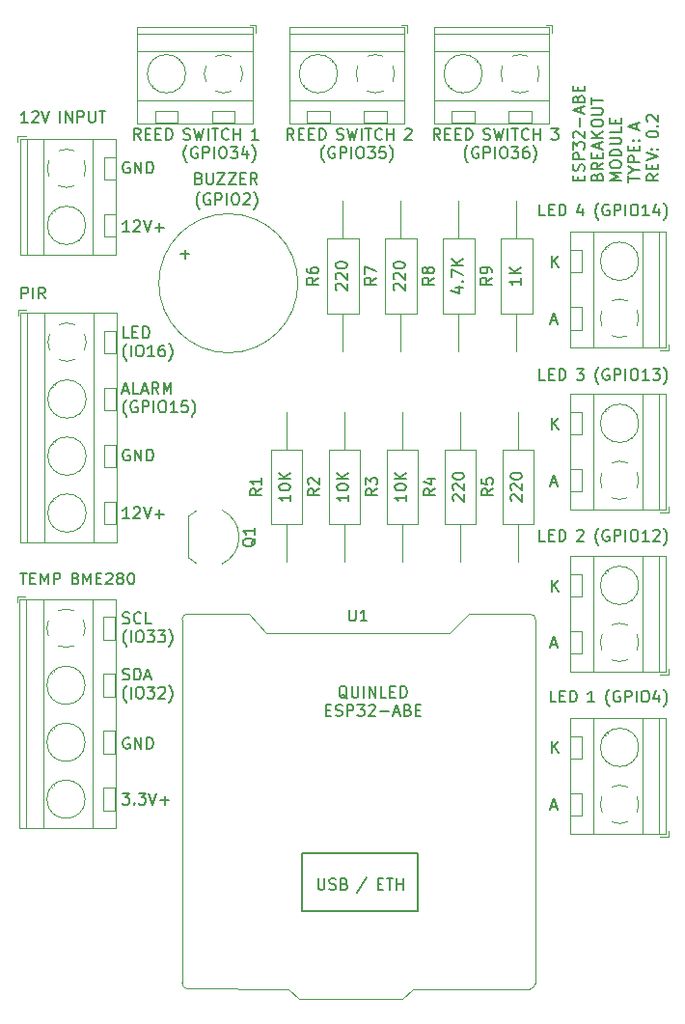
<source format=gbr>
%TF.GenerationSoftware,KiCad,Pcbnew,(7.0.0)*%
%TF.CreationDate,2023-04-02T16:15:30+02:00*%
%TF.ProjectId,QuinLED-ESP32-Breakout,5175696e-4c45-4442-9d45-535033322d42,rev?*%
%TF.SameCoordinates,Original*%
%TF.FileFunction,Legend,Top*%
%TF.FilePolarity,Positive*%
%FSLAX46Y46*%
G04 Gerber Fmt 4.6, Leading zero omitted, Abs format (unit mm)*
G04 Created by KiCad (PCBNEW (7.0.0)) date 2023-04-02 16:15:30*
%MOMM*%
%LPD*%
G01*
G04 APERTURE LIST*
%ADD10C,0.150000*%
%ADD11C,0.120000*%
%ADD12C,0.050000*%
G04 APERTURE END LIST*
D10*
X140843546Y-115792827D02*
X151003546Y-115792827D01*
X151003546Y-115792827D02*
X151003546Y-120872827D01*
X151003546Y-120872827D02*
X140843546Y-120872827D01*
X140843546Y-120872827D02*
X140843546Y-115792827D01*
X162750476Y-83316666D02*
X163226666Y-83316666D01*
X162655238Y-83602380D02*
X162988571Y-82602380D01*
X162988571Y-82602380D02*
X163321904Y-83602380D01*
X125092826Y-110526299D02*
X125711873Y-110526299D01*
X125711873Y-110526299D02*
X125378540Y-110907252D01*
X125378540Y-110907252D02*
X125521397Y-110907252D01*
X125521397Y-110907252D02*
X125616635Y-110954871D01*
X125616635Y-110954871D02*
X125664254Y-111002490D01*
X125664254Y-111002490D02*
X125711873Y-111097728D01*
X125711873Y-111097728D02*
X125711873Y-111335823D01*
X125711873Y-111335823D02*
X125664254Y-111431061D01*
X125664254Y-111431061D02*
X125616635Y-111478680D01*
X125616635Y-111478680D02*
X125521397Y-111526299D01*
X125521397Y-111526299D02*
X125235683Y-111526299D01*
X125235683Y-111526299D02*
X125140445Y-111478680D01*
X125140445Y-111478680D02*
X125092826Y-111431061D01*
X126140445Y-111431061D02*
X126188064Y-111478680D01*
X126188064Y-111478680D02*
X126140445Y-111526299D01*
X126140445Y-111526299D02*
X126092826Y-111478680D01*
X126092826Y-111478680D02*
X126140445Y-111431061D01*
X126140445Y-111431061D02*
X126140445Y-111526299D01*
X126521397Y-110526299D02*
X127140444Y-110526299D01*
X127140444Y-110526299D02*
X126807111Y-110907252D01*
X126807111Y-110907252D02*
X126949968Y-110907252D01*
X126949968Y-110907252D02*
X127045206Y-110954871D01*
X127045206Y-110954871D02*
X127092825Y-111002490D01*
X127092825Y-111002490D02*
X127140444Y-111097728D01*
X127140444Y-111097728D02*
X127140444Y-111335823D01*
X127140444Y-111335823D02*
X127092825Y-111431061D01*
X127092825Y-111431061D02*
X127045206Y-111478680D01*
X127045206Y-111478680D02*
X126949968Y-111526299D01*
X126949968Y-111526299D02*
X126664254Y-111526299D01*
X126664254Y-111526299D02*
X126569016Y-111478680D01*
X126569016Y-111478680D02*
X126521397Y-111431061D01*
X127426159Y-110526299D02*
X127759492Y-111526299D01*
X127759492Y-111526299D02*
X128092825Y-110526299D01*
X128426159Y-111145347D02*
X129188064Y-111145347D01*
X128807111Y-111526299D02*
X128807111Y-110764395D01*
X125711873Y-61293156D02*
X125140445Y-61293156D01*
X125426159Y-61293156D02*
X125426159Y-60293156D01*
X125426159Y-60293156D02*
X125330921Y-60436014D01*
X125330921Y-60436014D02*
X125235683Y-60531252D01*
X125235683Y-60531252D02*
X125140445Y-60578871D01*
X126092826Y-60388395D02*
X126140445Y-60340776D01*
X126140445Y-60340776D02*
X126235683Y-60293156D01*
X126235683Y-60293156D02*
X126473778Y-60293156D01*
X126473778Y-60293156D02*
X126569016Y-60340776D01*
X126569016Y-60340776D02*
X126616635Y-60388395D01*
X126616635Y-60388395D02*
X126664254Y-60483633D01*
X126664254Y-60483633D02*
X126664254Y-60578871D01*
X126664254Y-60578871D02*
X126616635Y-60721728D01*
X126616635Y-60721728D02*
X126045207Y-61293156D01*
X126045207Y-61293156D02*
X126664254Y-61293156D01*
X126949969Y-60293156D02*
X127283302Y-61293156D01*
X127283302Y-61293156D02*
X127616635Y-60293156D01*
X127949969Y-60912204D02*
X128711874Y-60912204D01*
X128330921Y-61293156D02*
X128330921Y-60531252D01*
X162750476Y-69084947D02*
X163226666Y-69084947D01*
X162655238Y-69370661D02*
X162988571Y-68370661D01*
X162988571Y-68370661D02*
X163321904Y-69370661D01*
X162205204Y-88423990D02*
X161729014Y-88423990D01*
X161729014Y-88423990D02*
X161729014Y-87423990D01*
X162538538Y-87900181D02*
X162871871Y-87900181D01*
X163014728Y-88423990D02*
X162538538Y-88423990D01*
X162538538Y-88423990D02*
X162538538Y-87423990D01*
X162538538Y-87423990D02*
X163014728Y-87423990D01*
X163443300Y-88423990D02*
X163443300Y-87423990D01*
X163443300Y-87423990D02*
X163681395Y-87423990D01*
X163681395Y-87423990D02*
X163824252Y-87471610D01*
X163824252Y-87471610D02*
X163919490Y-87566848D01*
X163919490Y-87566848D02*
X163967109Y-87662086D01*
X163967109Y-87662086D02*
X164014728Y-87852562D01*
X164014728Y-87852562D02*
X164014728Y-87995419D01*
X164014728Y-87995419D02*
X163967109Y-88185895D01*
X163967109Y-88185895D02*
X163919490Y-88281133D01*
X163919490Y-88281133D02*
X163824252Y-88376371D01*
X163824252Y-88376371D02*
X163681395Y-88423990D01*
X163681395Y-88423990D02*
X163443300Y-88423990D01*
X164995681Y-87519229D02*
X165043300Y-87471610D01*
X165043300Y-87471610D02*
X165138538Y-87423990D01*
X165138538Y-87423990D02*
X165376633Y-87423990D01*
X165376633Y-87423990D02*
X165471871Y-87471610D01*
X165471871Y-87471610D02*
X165519490Y-87519229D01*
X165519490Y-87519229D02*
X165567109Y-87614467D01*
X165567109Y-87614467D02*
X165567109Y-87709705D01*
X165567109Y-87709705D02*
X165519490Y-87852562D01*
X165519490Y-87852562D02*
X164948062Y-88423990D01*
X164948062Y-88423990D02*
X165567109Y-88423990D01*
X166881395Y-88804943D02*
X166833776Y-88757324D01*
X166833776Y-88757324D02*
X166738538Y-88614467D01*
X166738538Y-88614467D02*
X166690919Y-88519229D01*
X166690919Y-88519229D02*
X166643300Y-88376371D01*
X166643300Y-88376371D02*
X166595681Y-88138276D01*
X166595681Y-88138276D02*
X166595681Y-87947800D01*
X166595681Y-87947800D02*
X166643300Y-87709705D01*
X166643300Y-87709705D02*
X166690919Y-87566848D01*
X166690919Y-87566848D02*
X166738538Y-87471610D01*
X166738538Y-87471610D02*
X166833776Y-87328752D01*
X166833776Y-87328752D02*
X166881395Y-87281133D01*
X167786157Y-87471610D02*
X167690919Y-87423990D01*
X167690919Y-87423990D02*
X167548062Y-87423990D01*
X167548062Y-87423990D02*
X167405205Y-87471610D01*
X167405205Y-87471610D02*
X167309967Y-87566848D01*
X167309967Y-87566848D02*
X167262348Y-87662086D01*
X167262348Y-87662086D02*
X167214729Y-87852562D01*
X167214729Y-87852562D02*
X167214729Y-87995419D01*
X167214729Y-87995419D02*
X167262348Y-88185895D01*
X167262348Y-88185895D02*
X167309967Y-88281133D01*
X167309967Y-88281133D02*
X167405205Y-88376371D01*
X167405205Y-88376371D02*
X167548062Y-88423990D01*
X167548062Y-88423990D02*
X167643300Y-88423990D01*
X167643300Y-88423990D02*
X167786157Y-88376371D01*
X167786157Y-88376371D02*
X167833776Y-88328752D01*
X167833776Y-88328752D02*
X167833776Y-87995419D01*
X167833776Y-87995419D02*
X167643300Y-87995419D01*
X168262348Y-88423990D02*
X168262348Y-87423990D01*
X168262348Y-87423990D02*
X168643300Y-87423990D01*
X168643300Y-87423990D02*
X168738538Y-87471610D01*
X168738538Y-87471610D02*
X168786157Y-87519229D01*
X168786157Y-87519229D02*
X168833776Y-87614467D01*
X168833776Y-87614467D02*
X168833776Y-87757324D01*
X168833776Y-87757324D02*
X168786157Y-87852562D01*
X168786157Y-87852562D02*
X168738538Y-87900181D01*
X168738538Y-87900181D02*
X168643300Y-87947800D01*
X168643300Y-87947800D02*
X168262348Y-87947800D01*
X169262348Y-88423990D02*
X169262348Y-87423990D01*
X169929014Y-87423990D02*
X170119490Y-87423990D01*
X170119490Y-87423990D02*
X170214728Y-87471610D01*
X170214728Y-87471610D02*
X170309966Y-87566848D01*
X170309966Y-87566848D02*
X170357585Y-87757324D01*
X170357585Y-87757324D02*
X170357585Y-88090657D01*
X170357585Y-88090657D02*
X170309966Y-88281133D01*
X170309966Y-88281133D02*
X170214728Y-88376371D01*
X170214728Y-88376371D02*
X170119490Y-88423990D01*
X170119490Y-88423990D02*
X169929014Y-88423990D01*
X169929014Y-88423990D02*
X169833776Y-88376371D01*
X169833776Y-88376371D02*
X169738538Y-88281133D01*
X169738538Y-88281133D02*
X169690919Y-88090657D01*
X169690919Y-88090657D02*
X169690919Y-87757324D01*
X169690919Y-87757324D02*
X169738538Y-87566848D01*
X169738538Y-87566848D02*
X169833776Y-87471610D01*
X169833776Y-87471610D02*
X169929014Y-87423990D01*
X171309966Y-88423990D02*
X170738538Y-88423990D01*
X171024252Y-88423990D02*
X171024252Y-87423990D01*
X171024252Y-87423990D02*
X170929014Y-87566848D01*
X170929014Y-87566848D02*
X170833776Y-87662086D01*
X170833776Y-87662086D02*
X170738538Y-87709705D01*
X171690919Y-87519229D02*
X171738538Y-87471610D01*
X171738538Y-87471610D02*
X171833776Y-87423990D01*
X171833776Y-87423990D02*
X172071871Y-87423990D01*
X172071871Y-87423990D02*
X172167109Y-87471610D01*
X172167109Y-87471610D02*
X172214728Y-87519229D01*
X172214728Y-87519229D02*
X172262347Y-87614467D01*
X172262347Y-87614467D02*
X172262347Y-87709705D01*
X172262347Y-87709705D02*
X172214728Y-87852562D01*
X172214728Y-87852562D02*
X171643300Y-88423990D01*
X171643300Y-88423990D02*
X172262347Y-88423990D01*
X172595681Y-88804943D02*
X172643300Y-88757324D01*
X172643300Y-88757324D02*
X172738538Y-88614467D01*
X172738538Y-88614467D02*
X172786157Y-88519229D01*
X172786157Y-88519229D02*
X172833776Y-88376371D01*
X172833776Y-88376371D02*
X172881395Y-88138276D01*
X172881395Y-88138276D02*
X172881395Y-87947800D01*
X172881395Y-87947800D02*
X172833776Y-87709705D01*
X172833776Y-87709705D02*
X172786157Y-87566848D01*
X172786157Y-87566848D02*
X172738538Y-87471610D01*
X172738538Y-87471610D02*
X172643300Y-87328752D01*
X172643300Y-87328752D02*
X172595681Y-87281133D01*
X162750476Y-111719799D02*
X163226666Y-111719799D01*
X162655238Y-112005513D02*
X162988571Y-111005513D01*
X162988571Y-111005513D02*
X163321904Y-112005513D01*
X125711873Y-105689303D02*
X125616635Y-105641683D01*
X125616635Y-105641683D02*
X125473778Y-105641683D01*
X125473778Y-105641683D02*
X125330921Y-105689303D01*
X125330921Y-105689303D02*
X125235683Y-105784541D01*
X125235683Y-105784541D02*
X125188064Y-105879779D01*
X125188064Y-105879779D02*
X125140445Y-106070255D01*
X125140445Y-106070255D02*
X125140445Y-106213112D01*
X125140445Y-106213112D02*
X125188064Y-106403588D01*
X125188064Y-106403588D02*
X125235683Y-106498826D01*
X125235683Y-106498826D02*
X125330921Y-106594064D01*
X125330921Y-106594064D02*
X125473778Y-106641683D01*
X125473778Y-106641683D02*
X125569016Y-106641683D01*
X125569016Y-106641683D02*
X125711873Y-106594064D01*
X125711873Y-106594064D02*
X125759492Y-106546445D01*
X125759492Y-106546445D02*
X125759492Y-106213112D01*
X125759492Y-106213112D02*
X125569016Y-106213112D01*
X126188064Y-106641683D02*
X126188064Y-105641683D01*
X126188064Y-105641683D02*
X126759492Y-106641683D01*
X126759492Y-106641683D02*
X126759492Y-105641683D01*
X127235683Y-106641683D02*
X127235683Y-105641683D01*
X127235683Y-105641683D02*
X127473778Y-105641683D01*
X127473778Y-105641683D02*
X127616635Y-105689303D01*
X127616635Y-105689303D02*
X127711873Y-105784541D01*
X127711873Y-105784541D02*
X127759492Y-105879779D01*
X127759492Y-105879779D02*
X127807111Y-106070255D01*
X127807111Y-106070255D02*
X127807111Y-106213112D01*
X127807111Y-106213112D02*
X127759492Y-106403588D01*
X127759492Y-106403588D02*
X127711873Y-106498826D01*
X127711873Y-106498826D02*
X127616635Y-106594064D01*
X127616635Y-106594064D02*
X127473778Y-106641683D01*
X127473778Y-106641683D02*
X127235683Y-106641683D01*
X126685988Y-53212648D02*
X126352655Y-52736458D01*
X126114560Y-53212648D02*
X126114560Y-52212648D01*
X126114560Y-52212648D02*
X126495512Y-52212648D01*
X126495512Y-52212648D02*
X126590750Y-52260268D01*
X126590750Y-52260268D02*
X126638369Y-52307887D01*
X126638369Y-52307887D02*
X126685988Y-52403125D01*
X126685988Y-52403125D02*
X126685988Y-52545982D01*
X126685988Y-52545982D02*
X126638369Y-52641220D01*
X126638369Y-52641220D02*
X126590750Y-52688839D01*
X126590750Y-52688839D02*
X126495512Y-52736458D01*
X126495512Y-52736458D02*
X126114560Y-52736458D01*
X127114560Y-52688839D02*
X127447893Y-52688839D01*
X127590750Y-53212648D02*
X127114560Y-53212648D01*
X127114560Y-53212648D02*
X127114560Y-52212648D01*
X127114560Y-52212648D02*
X127590750Y-52212648D01*
X128019322Y-52688839D02*
X128352655Y-52688839D01*
X128495512Y-53212648D02*
X128019322Y-53212648D01*
X128019322Y-53212648D02*
X128019322Y-52212648D01*
X128019322Y-52212648D02*
X128495512Y-52212648D01*
X128924084Y-53212648D02*
X128924084Y-52212648D01*
X128924084Y-52212648D02*
X129162179Y-52212648D01*
X129162179Y-52212648D02*
X129305036Y-52260268D01*
X129305036Y-52260268D02*
X129400274Y-52355506D01*
X129400274Y-52355506D02*
X129447893Y-52450744D01*
X129447893Y-52450744D02*
X129495512Y-52641220D01*
X129495512Y-52641220D02*
X129495512Y-52784077D01*
X129495512Y-52784077D02*
X129447893Y-52974553D01*
X129447893Y-52974553D02*
X129400274Y-53069791D01*
X129400274Y-53069791D02*
X129305036Y-53165029D01*
X129305036Y-53165029D02*
X129162179Y-53212648D01*
X129162179Y-53212648D02*
X128924084Y-53212648D01*
X130476465Y-53165029D02*
X130619322Y-53212648D01*
X130619322Y-53212648D02*
X130857417Y-53212648D01*
X130857417Y-53212648D02*
X130952655Y-53165029D01*
X130952655Y-53165029D02*
X131000274Y-53117410D01*
X131000274Y-53117410D02*
X131047893Y-53022172D01*
X131047893Y-53022172D02*
X131047893Y-52926934D01*
X131047893Y-52926934D02*
X131000274Y-52831696D01*
X131000274Y-52831696D02*
X130952655Y-52784077D01*
X130952655Y-52784077D02*
X130857417Y-52736458D01*
X130857417Y-52736458D02*
X130666941Y-52688839D01*
X130666941Y-52688839D02*
X130571703Y-52641220D01*
X130571703Y-52641220D02*
X130524084Y-52593601D01*
X130524084Y-52593601D02*
X130476465Y-52498363D01*
X130476465Y-52498363D02*
X130476465Y-52403125D01*
X130476465Y-52403125D02*
X130524084Y-52307887D01*
X130524084Y-52307887D02*
X130571703Y-52260268D01*
X130571703Y-52260268D02*
X130666941Y-52212648D01*
X130666941Y-52212648D02*
X130905036Y-52212648D01*
X130905036Y-52212648D02*
X131047893Y-52260268D01*
X131381227Y-52212648D02*
X131619322Y-53212648D01*
X131619322Y-53212648D02*
X131809798Y-52498363D01*
X131809798Y-52498363D02*
X132000274Y-53212648D01*
X132000274Y-53212648D02*
X132238370Y-52212648D01*
X132619322Y-53212648D02*
X132619322Y-52212648D01*
X132952655Y-52212648D02*
X133524083Y-52212648D01*
X133238369Y-53212648D02*
X133238369Y-52212648D01*
X134428845Y-53117410D02*
X134381226Y-53165029D01*
X134381226Y-53165029D02*
X134238369Y-53212648D01*
X134238369Y-53212648D02*
X134143131Y-53212648D01*
X134143131Y-53212648D02*
X134000274Y-53165029D01*
X134000274Y-53165029D02*
X133905036Y-53069791D01*
X133905036Y-53069791D02*
X133857417Y-52974553D01*
X133857417Y-52974553D02*
X133809798Y-52784077D01*
X133809798Y-52784077D02*
X133809798Y-52641220D01*
X133809798Y-52641220D02*
X133857417Y-52450744D01*
X133857417Y-52450744D02*
X133905036Y-52355506D01*
X133905036Y-52355506D02*
X134000274Y-52260268D01*
X134000274Y-52260268D02*
X134143131Y-52212648D01*
X134143131Y-52212648D02*
X134238369Y-52212648D01*
X134238369Y-52212648D02*
X134381226Y-52260268D01*
X134381226Y-52260268D02*
X134428845Y-52307887D01*
X134857417Y-53212648D02*
X134857417Y-52212648D01*
X134857417Y-52688839D02*
X135428845Y-52688839D01*
X135428845Y-53212648D02*
X135428845Y-52212648D01*
X137028845Y-53212648D02*
X136457417Y-53212648D01*
X136743131Y-53212648D02*
X136743131Y-52212648D01*
X136743131Y-52212648D02*
X136647893Y-52355506D01*
X136647893Y-52355506D02*
X136552655Y-52450744D01*
X136552655Y-52450744D02*
X136457417Y-52498363D01*
X131823528Y-56607381D02*
X131966385Y-56655000D01*
X131966385Y-56655000D02*
X132014004Y-56702619D01*
X132014004Y-56702619D02*
X132061623Y-56797857D01*
X132061623Y-56797857D02*
X132061623Y-56940714D01*
X132061623Y-56940714D02*
X132014004Y-57035952D01*
X132014004Y-57035952D02*
X131966385Y-57083571D01*
X131966385Y-57083571D02*
X131871147Y-57131190D01*
X131871147Y-57131190D02*
X131490195Y-57131190D01*
X131490195Y-57131190D02*
X131490195Y-56131190D01*
X131490195Y-56131190D02*
X131823528Y-56131190D01*
X131823528Y-56131190D02*
X131918766Y-56178810D01*
X131918766Y-56178810D02*
X131966385Y-56226429D01*
X131966385Y-56226429D02*
X132014004Y-56321667D01*
X132014004Y-56321667D02*
X132014004Y-56416905D01*
X132014004Y-56416905D02*
X131966385Y-56512143D01*
X131966385Y-56512143D02*
X131918766Y-56559762D01*
X131918766Y-56559762D02*
X131823528Y-56607381D01*
X131823528Y-56607381D02*
X131490195Y-56607381D01*
X132490195Y-56131190D02*
X132490195Y-56940714D01*
X132490195Y-56940714D02*
X132537814Y-57035952D01*
X132537814Y-57035952D02*
X132585433Y-57083571D01*
X132585433Y-57083571D02*
X132680671Y-57131190D01*
X132680671Y-57131190D02*
X132871147Y-57131190D01*
X132871147Y-57131190D02*
X132966385Y-57083571D01*
X132966385Y-57083571D02*
X133014004Y-57035952D01*
X133014004Y-57035952D02*
X133061623Y-56940714D01*
X133061623Y-56940714D02*
X133061623Y-56131190D01*
X133442576Y-56131190D02*
X134109242Y-56131190D01*
X134109242Y-56131190D02*
X133442576Y-57131190D01*
X133442576Y-57131190D02*
X134109242Y-57131190D01*
X134394957Y-56131190D02*
X135061623Y-56131190D01*
X135061623Y-56131190D02*
X134394957Y-57131190D01*
X134394957Y-57131190D02*
X135061623Y-57131190D01*
X135442576Y-56607381D02*
X135775909Y-56607381D01*
X135918766Y-57131190D02*
X135442576Y-57131190D01*
X135442576Y-57131190D02*
X135442576Y-56131190D01*
X135442576Y-56131190D02*
X135918766Y-56131190D01*
X136918766Y-57131190D02*
X136585433Y-56655000D01*
X136347338Y-57131190D02*
X136347338Y-56131190D01*
X136347338Y-56131190D02*
X136728290Y-56131190D01*
X136728290Y-56131190D02*
X136823528Y-56178810D01*
X136823528Y-56178810D02*
X136871147Y-56226429D01*
X136871147Y-56226429D02*
X136918766Y-56321667D01*
X136918766Y-56321667D02*
X136918766Y-56464524D01*
X136918766Y-56464524D02*
X136871147Y-56559762D01*
X136871147Y-56559762D02*
X136823528Y-56607381D01*
X136823528Y-56607381D02*
X136728290Y-56655000D01*
X136728290Y-56655000D02*
X136347338Y-56655000D01*
X131884836Y-59295886D02*
X131837217Y-59248267D01*
X131837217Y-59248267D02*
X131741979Y-59105410D01*
X131741979Y-59105410D02*
X131694360Y-59010172D01*
X131694360Y-59010172D02*
X131646741Y-58867314D01*
X131646741Y-58867314D02*
X131599122Y-58629219D01*
X131599122Y-58629219D02*
X131599122Y-58438743D01*
X131599122Y-58438743D02*
X131646741Y-58200648D01*
X131646741Y-58200648D02*
X131694360Y-58057791D01*
X131694360Y-58057791D02*
X131741979Y-57962553D01*
X131741979Y-57962553D02*
X131837217Y-57819695D01*
X131837217Y-57819695D02*
X131884836Y-57772076D01*
X132789598Y-57962553D02*
X132694360Y-57914933D01*
X132694360Y-57914933D02*
X132551503Y-57914933D01*
X132551503Y-57914933D02*
X132408646Y-57962553D01*
X132408646Y-57962553D02*
X132313408Y-58057791D01*
X132313408Y-58057791D02*
X132265789Y-58153029D01*
X132265789Y-58153029D02*
X132218170Y-58343505D01*
X132218170Y-58343505D02*
X132218170Y-58486362D01*
X132218170Y-58486362D02*
X132265789Y-58676838D01*
X132265789Y-58676838D02*
X132313408Y-58772076D01*
X132313408Y-58772076D02*
X132408646Y-58867314D01*
X132408646Y-58867314D02*
X132551503Y-58914933D01*
X132551503Y-58914933D02*
X132646741Y-58914933D01*
X132646741Y-58914933D02*
X132789598Y-58867314D01*
X132789598Y-58867314D02*
X132837217Y-58819695D01*
X132837217Y-58819695D02*
X132837217Y-58486362D01*
X132837217Y-58486362D02*
X132646741Y-58486362D01*
X133265789Y-58914933D02*
X133265789Y-57914933D01*
X133265789Y-57914933D02*
X133646741Y-57914933D01*
X133646741Y-57914933D02*
X133741979Y-57962553D01*
X133741979Y-57962553D02*
X133789598Y-58010172D01*
X133789598Y-58010172D02*
X133837217Y-58105410D01*
X133837217Y-58105410D02*
X133837217Y-58248267D01*
X133837217Y-58248267D02*
X133789598Y-58343505D01*
X133789598Y-58343505D02*
X133741979Y-58391124D01*
X133741979Y-58391124D02*
X133646741Y-58438743D01*
X133646741Y-58438743D02*
X133265789Y-58438743D01*
X134265789Y-58914933D02*
X134265789Y-57914933D01*
X134932455Y-57914933D02*
X135122931Y-57914933D01*
X135122931Y-57914933D02*
X135218169Y-57962553D01*
X135218169Y-57962553D02*
X135313407Y-58057791D01*
X135313407Y-58057791D02*
X135361026Y-58248267D01*
X135361026Y-58248267D02*
X135361026Y-58581600D01*
X135361026Y-58581600D02*
X135313407Y-58772076D01*
X135313407Y-58772076D02*
X135218169Y-58867314D01*
X135218169Y-58867314D02*
X135122931Y-58914933D01*
X135122931Y-58914933D02*
X134932455Y-58914933D01*
X134932455Y-58914933D02*
X134837217Y-58867314D01*
X134837217Y-58867314D02*
X134741979Y-58772076D01*
X134741979Y-58772076D02*
X134694360Y-58581600D01*
X134694360Y-58581600D02*
X134694360Y-58248267D01*
X134694360Y-58248267D02*
X134741979Y-58057791D01*
X134741979Y-58057791D02*
X134837217Y-57962553D01*
X134837217Y-57962553D02*
X134932455Y-57914933D01*
X135741979Y-58010172D02*
X135789598Y-57962553D01*
X135789598Y-57962553D02*
X135884836Y-57914933D01*
X135884836Y-57914933D02*
X136122931Y-57914933D01*
X136122931Y-57914933D02*
X136218169Y-57962553D01*
X136218169Y-57962553D02*
X136265788Y-58010172D01*
X136265788Y-58010172D02*
X136313407Y-58105410D01*
X136313407Y-58105410D02*
X136313407Y-58200648D01*
X136313407Y-58200648D02*
X136265788Y-58343505D01*
X136265788Y-58343505D02*
X135694360Y-58914933D01*
X135694360Y-58914933D02*
X136313407Y-58914933D01*
X136646741Y-59295886D02*
X136694360Y-59248267D01*
X136694360Y-59248267D02*
X136789598Y-59105410D01*
X136789598Y-59105410D02*
X136837217Y-59010172D01*
X136837217Y-59010172D02*
X136884836Y-58867314D01*
X136884836Y-58867314D02*
X136932455Y-58629219D01*
X136932455Y-58629219D02*
X136932455Y-58438743D01*
X136932455Y-58438743D02*
X136884836Y-58200648D01*
X136884836Y-58200648D02*
X136837217Y-58057791D01*
X136837217Y-58057791D02*
X136789598Y-57962553D01*
X136789598Y-57962553D02*
X136694360Y-57819695D01*
X136694360Y-57819695D02*
X136646741Y-57772076D01*
X125140445Y-75212467D02*
X125616635Y-75212467D01*
X125045207Y-75498181D02*
X125378540Y-74498181D01*
X125378540Y-74498181D02*
X125711873Y-75498181D01*
X126521397Y-75498181D02*
X126045207Y-75498181D01*
X126045207Y-75498181D02*
X126045207Y-74498181D01*
X126807112Y-75212467D02*
X127283302Y-75212467D01*
X126711874Y-75498181D02*
X127045207Y-74498181D01*
X127045207Y-74498181D02*
X127378540Y-75498181D01*
X128283302Y-75498181D02*
X127949969Y-75021991D01*
X127711874Y-75498181D02*
X127711874Y-74498181D01*
X127711874Y-74498181D02*
X128092826Y-74498181D01*
X128092826Y-74498181D02*
X128188064Y-74545801D01*
X128188064Y-74545801D02*
X128235683Y-74593420D01*
X128235683Y-74593420D02*
X128283302Y-74688658D01*
X128283302Y-74688658D02*
X128283302Y-74831515D01*
X128283302Y-74831515D02*
X128235683Y-74926753D01*
X128235683Y-74926753D02*
X128188064Y-74974372D01*
X128188064Y-74974372D02*
X128092826Y-75021991D01*
X128092826Y-75021991D02*
X127711874Y-75021991D01*
X128711874Y-75498181D02*
X128711874Y-74498181D01*
X128711874Y-74498181D02*
X129045207Y-75212467D01*
X129045207Y-75212467D02*
X129378540Y-74498181D01*
X129378540Y-74498181D02*
X129378540Y-75498181D01*
X125473778Y-77499134D02*
X125426159Y-77451515D01*
X125426159Y-77451515D02*
X125330921Y-77308658D01*
X125330921Y-77308658D02*
X125283302Y-77213420D01*
X125283302Y-77213420D02*
X125235683Y-77070562D01*
X125235683Y-77070562D02*
X125188064Y-76832467D01*
X125188064Y-76832467D02*
X125188064Y-76641991D01*
X125188064Y-76641991D02*
X125235683Y-76403896D01*
X125235683Y-76403896D02*
X125283302Y-76261039D01*
X125283302Y-76261039D02*
X125330921Y-76165801D01*
X125330921Y-76165801D02*
X125426159Y-76022943D01*
X125426159Y-76022943D02*
X125473778Y-75975324D01*
X126378540Y-76165801D02*
X126283302Y-76118181D01*
X126283302Y-76118181D02*
X126140445Y-76118181D01*
X126140445Y-76118181D02*
X125997588Y-76165801D01*
X125997588Y-76165801D02*
X125902350Y-76261039D01*
X125902350Y-76261039D02*
X125854731Y-76356277D01*
X125854731Y-76356277D02*
X125807112Y-76546753D01*
X125807112Y-76546753D02*
X125807112Y-76689610D01*
X125807112Y-76689610D02*
X125854731Y-76880086D01*
X125854731Y-76880086D02*
X125902350Y-76975324D01*
X125902350Y-76975324D02*
X125997588Y-77070562D01*
X125997588Y-77070562D02*
X126140445Y-77118181D01*
X126140445Y-77118181D02*
X126235683Y-77118181D01*
X126235683Y-77118181D02*
X126378540Y-77070562D01*
X126378540Y-77070562D02*
X126426159Y-77022943D01*
X126426159Y-77022943D02*
X126426159Y-76689610D01*
X126426159Y-76689610D02*
X126235683Y-76689610D01*
X126854731Y-77118181D02*
X126854731Y-76118181D01*
X126854731Y-76118181D02*
X127235683Y-76118181D01*
X127235683Y-76118181D02*
X127330921Y-76165801D01*
X127330921Y-76165801D02*
X127378540Y-76213420D01*
X127378540Y-76213420D02*
X127426159Y-76308658D01*
X127426159Y-76308658D02*
X127426159Y-76451515D01*
X127426159Y-76451515D02*
X127378540Y-76546753D01*
X127378540Y-76546753D02*
X127330921Y-76594372D01*
X127330921Y-76594372D02*
X127235683Y-76641991D01*
X127235683Y-76641991D02*
X126854731Y-76641991D01*
X127854731Y-77118181D02*
X127854731Y-76118181D01*
X128521397Y-76118181D02*
X128711873Y-76118181D01*
X128711873Y-76118181D02*
X128807111Y-76165801D01*
X128807111Y-76165801D02*
X128902349Y-76261039D01*
X128902349Y-76261039D02*
X128949968Y-76451515D01*
X128949968Y-76451515D02*
X128949968Y-76784848D01*
X128949968Y-76784848D02*
X128902349Y-76975324D01*
X128902349Y-76975324D02*
X128807111Y-77070562D01*
X128807111Y-77070562D02*
X128711873Y-77118181D01*
X128711873Y-77118181D02*
X128521397Y-77118181D01*
X128521397Y-77118181D02*
X128426159Y-77070562D01*
X128426159Y-77070562D02*
X128330921Y-76975324D01*
X128330921Y-76975324D02*
X128283302Y-76784848D01*
X128283302Y-76784848D02*
X128283302Y-76451515D01*
X128283302Y-76451515D02*
X128330921Y-76261039D01*
X128330921Y-76261039D02*
X128426159Y-76165801D01*
X128426159Y-76165801D02*
X128521397Y-76118181D01*
X129902349Y-77118181D02*
X129330921Y-77118181D01*
X129616635Y-77118181D02*
X129616635Y-76118181D01*
X129616635Y-76118181D02*
X129521397Y-76261039D01*
X129521397Y-76261039D02*
X129426159Y-76356277D01*
X129426159Y-76356277D02*
X129330921Y-76403896D01*
X130807111Y-76118181D02*
X130330921Y-76118181D01*
X130330921Y-76118181D02*
X130283302Y-76594372D01*
X130283302Y-76594372D02*
X130330921Y-76546753D01*
X130330921Y-76546753D02*
X130426159Y-76499134D01*
X130426159Y-76499134D02*
X130664254Y-76499134D01*
X130664254Y-76499134D02*
X130759492Y-76546753D01*
X130759492Y-76546753D02*
X130807111Y-76594372D01*
X130807111Y-76594372D02*
X130854730Y-76689610D01*
X130854730Y-76689610D02*
X130854730Y-76927705D01*
X130854730Y-76927705D02*
X130807111Y-77022943D01*
X130807111Y-77022943D02*
X130759492Y-77070562D01*
X130759492Y-77070562D02*
X130664254Y-77118181D01*
X130664254Y-77118181D02*
X130426159Y-77118181D01*
X130426159Y-77118181D02*
X130330921Y-77070562D01*
X130330921Y-77070562D02*
X130283302Y-77022943D01*
X131188064Y-77499134D02*
X131235683Y-77451515D01*
X131235683Y-77451515D02*
X131330921Y-77308658D01*
X131330921Y-77308658D02*
X131378540Y-77213420D01*
X131378540Y-77213420D02*
X131426159Y-77070562D01*
X131426159Y-77070562D02*
X131473778Y-76832467D01*
X131473778Y-76832467D02*
X131473778Y-76641991D01*
X131473778Y-76641991D02*
X131426159Y-76403896D01*
X131426159Y-76403896D02*
X131378540Y-76261039D01*
X131378540Y-76261039D02*
X131330921Y-76165801D01*
X131330921Y-76165801D02*
X131235683Y-76022943D01*
X131235683Y-76022943D02*
X131188064Y-75975324D01*
X163157585Y-102546390D02*
X162681395Y-102546390D01*
X162681395Y-102546390D02*
X162681395Y-101546390D01*
X163490919Y-102022581D02*
X163824252Y-102022581D01*
X163967109Y-102546390D02*
X163490919Y-102546390D01*
X163490919Y-102546390D02*
X163490919Y-101546390D01*
X163490919Y-101546390D02*
X163967109Y-101546390D01*
X164395681Y-102546390D02*
X164395681Y-101546390D01*
X164395681Y-101546390D02*
X164633776Y-101546390D01*
X164633776Y-101546390D02*
X164776633Y-101594010D01*
X164776633Y-101594010D02*
X164871871Y-101689248D01*
X164871871Y-101689248D02*
X164919490Y-101784486D01*
X164919490Y-101784486D02*
X164967109Y-101974962D01*
X164967109Y-101974962D02*
X164967109Y-102117819D01*
X164967109Y-102117819D02*
X164919490Y-102308295D01*
X164919490Y-102308295D02*
X164871871Y-102403533D01*
X164871871Y-102403533D02*
X164776633Y-102498771D01*
X164776633Y-102498771D02*
X164633776Y-102546390D01*
X164633776Y-102546390D02*
X164395681Y-102546390D01*
X166519490Y-102546390D02*
X165948062Y-102546390D01*
X166233776Y-102546390D02*
X166233776Y-101546390D01*
X166233776Y-101546390D02*
X166138538Y-101689248D01*
X166138538Y-101689248D02*
X166043300Y-101784486D01*
X166043300Y-101784486D02*
X165948062Y-101832105D01*
X167833776Y-102927343D02*
X167786157Y-102879724D01*
X167786157Y-102879724D02*
X167690919Y-102736867D01*
X167690919Y-102736867D02*
X167643300Y-102641629D01*
X167643300Y-102641629D02*
X167595681Y-102498771D01*
X167595681Y-102498771D02*
X167548062Y-102260676D01*
X167548062Y-102260676D02*
X167548062Y-102070200D01*
X167548062Y-102070200D02*
X167595681Y-101832105D01*
X167595681Y-101832105D02*
X167643300Y-101689248D01*
X167643300Y-101689248D02*
X167690919Y-101594010D01*
X167690919Y-101594010D02*
X167786157Y-101451152D01*
X167786157Y-101451152D02*
X167833776Y-101403533D01*
X168738538Y-101594010D02*
X168643300Y-101546390D01*
X168643300Y-101546390D02*
X168500443Y-101546390D01*
X168500443Y-101546390D02*
X168357586Y-101594010D01*
X168357586Y-101594010D02*
X168262348Y-101689248D01*
X168262348Y-101689248D02*
X168214729Y-101784486D01*
X168214729Y-101784486D02*
X168167110Y-101974962D01*
X168167110Y-101974962D02*
X168167110Y-102117819D01*
X168167110Y-102117819D02*
X168214729Y-102308295D01*
X168214729Y-102308295D02*
X168262348Y-102403533D01*
X168262348Y-102403533D02*
X168357586Y-102498771D01*
X168357586Y-102498771D02*
X168500443Y-102546390D01*
X168500443Y-102546390D02*
X168595681Y-102546390D01*
X168595681Y-102546390D02*
X168738538Y-102498771D01*
X168738538Y-102498771D02*
X168786157Y-102451152D01*
X168786157Y-102451152D02*
X168786157Y-102117819D01*
X168786157Y-102117819D02*
X168595681Y-102117819D01*
X169214729Y-102546390D02*
X169214729Y-101546390D01*
X169214729Y-101546390D02*
X169595681Y-101546390D01*
X169595681Y-101546390D02*
X169690919Y-101594010D01*
X169690919Y-101594010D02*
X169738538Y-101641629D01*
X169738538Y-101641629D02*
X169786157Y-101736867D01*
X169786157Y-101736867D02*
X169786157Y-101879724D01*
X169786157Y-101879724D02*
X169738538Y-101974962D01*
X169738538Y-101974962D02*
X169690919Y-102022581D01*
X169690919Y-102022581D02*
X169595681Y-102070200D01*
X169595681Y-102070200D02*
X169214729Y-102070200D01*
X170214729Y-102546390D02*
X170214729Y-101546390D01*
X170881395Y-101546390D02*
X171071871Y-101546390D01*
X171071871Y-101546390D02*
X171167109Y-101594010D01*
X171167109Y-101594010D02*
X171262347Y-101689248D01*
X171262347Y-101689248D02*
X171309966Y-101879724D01*
X171309966Y-101879724D02*
X171309966Y-102213057D01*
X171309966Y-102213057D02*
X171262347Y-102403533D01*
X171262347Y-102403533D02*
X171167109Y-102498771D01*
X171167109Y-102498771D02*
X171071871Y-102546390D01*
X171071871Y-102546390D02*
X170881395Y-102546390D01*
X170881395Y-102546390D02*
X170786157Y-102498771D01*
X170786157Y-102498771D02*
X170690919Y-102403533D01*
X170690919Y-102403533D02*
X170643300Y-102213057D01*
X170643300Y-102213057D02*
X170643300Y-101879724D01*
X170643300Y-101879724D02*
X170690919Y-101689248D01*
X170690919Y-101689248D02*
X170786157Y-101594010D01*
X170786157Y-101594010D02*
X170881395Y-101546390D01*
X172167109Y-101879724D02*
X172167109Y-102546390D01*
X171929014Y-101498771D02*
X171690919Y-102213057D01*
X171690919Y-102213057D02*
X172309966Y-102213057D01*
X172595681Y-102927343D02*
X172643300Y-102879724D01*
X172643300Y-102879724D02*
X172738538Y-102736867D01*
X172738538Y-102736867D02*
X172786157Y-102641629D01*
X172786157Y-102641629D02*
X172833776Y-102498771D01*
X172833776Y-102498771D02*
X172881395Y-102260676D01*
X172881395Y-102260676D02*
X172881395Y-102070200D01*
X172881395Y-102070200D02*
X172833776Y-101832105D01*
X172833776Y-101832105D02*
X172786157Y-101689248D01*
X172786157Y-101689248D02*
X172738538Y-101594010D01*
X172738538Y-101594010D02*
X172643300Y-101451152D01*
X172643300Y-101451152D02*
X172595681Y-101403533D01*
X142259795Y-118005590D02*
X142259795Y-118815114D01*
X142259795Y-118815114D02*
X142307414Y-118910352D01*
X142307414Y-118910352D02*
X142355033Y-118957971D01*
X142355033Y-118957971D02*
X142450271Y-119005590D01*
X142450271Y-119005590D02*
X142640747Y-119005590D01*
X142640747Y-119005590D02*
X142735985Y-118957971D01*
X142735985Y-118957971D02*
X142783604Y-118910352D01*
X142783604Y-118910352D02*
X142831223Y-118815114D01*
X142831223Y-118815114D02*
X142831223Y-118005590D01*
X143259795Y-118957971D02*
X143402652Y-119005590D01*
X143402652Y-119005590D02*
X143640747Y-119005590D01*
X143640747Y-119005590D02*
X143735985Y-118957971D01*
X143735985Y-118957971D02*
X143783604Y-118910352D01*
X143783604Y-118910352D02*
X143831223Y-118815114D01*
X143831223Y-118815114D02*
X143831223Y-118719876D01*
X143831223Y-118719876D02*
X143783604Y-118624638D01*
X143783604Y-118624638D02*
X143735985Y-118577019D01*
X143735985Y-118577019D02*
X143640747Y-118529400D01*
X143640747Y-118529400D02*
X143450271Y-118481781D01*
X143450271Y-118481781D02*
X143355033Y-118434162D01*
X143355033Y-118434162D02*
X143307414Y-118386543D01*
X143307414Y-118386543D02*
X143259795Y-118291305D01*
X143259795Y-118291305D02*
X143259795Y-118196067D01*
X143259795Y-118196067D02*
X143307414Y-118100829D01*
X143307414Y-118100829D02*
X143355033Y-118053210D01*
X143355033Y-118053210D02*
X143450271Y-118005590D01*
X143450271Y-118005590D02*
X143688366Y-118005590D01*
X143688366Y-118005590D02*
X143831223Y-118053210D01*
X144593128Y-118481781D02*
X144735985Y-118529400D01*
X144735985Y-118529400D02*
X144783604Y-118577019D01*
X144783604Y-118577019D02*
X144831223Y-118672257D01*
X144831223Y-118672257D02*
X144831223Y-118815114D01*
X144831223Y-118815114D02*
X144783604Y-118910352D01*
X144783604Y-118910352D02*
X144735985Y-118957971D01*
X144735985Y-118957971D02*
X144640747Y-119005590D01*
X144640747Y-119005590D02*
X144259795Y-119005590D01*
X144259795Y-119005590D02*
X144259795Y-118005590D01*
X144259795Y-118005590D02*
X144593128Y-118005590D01*
X144593128Y-118005590D02*
X144688366Y-118053210D01*
X144688366Y-118053210D02*
X144735985Y-118100829D01*
X144735985Y-118100829D02*
X144783604Y-118196067D01*
X144783604Y-118196067D02*
X144783604Y-118291305D01*
X144783604Y-118291305D02*
X144735985Y-118386543D01*
X144735985Y-118386543D02*
X144688366Y-118434162D01*
X144688366Y-118434162D02*
X144593128Y-118481781D01*
X144593128Y-118481781D02*
X144259795Y-118481781D01*
X146574080Y-117957971D02*
X145716938Y-119243686D01*
X147507414Y-118481781D02*
X147840747Y-118481781D01*
X147983604Y-119005590D02*
X147507414Y-119005590D01*
X147507414Y-119005590D02*
X147507414Y-118005590D01*
X147507414Y-118005590D02*
X147983604Y-118005590D01*
X148269319Y-118005590D02*
X148840747Y-118005590D01*
X148555033Y-119005590D02*
X148555033Y-118005590D01*
X149174081Y-119005590D02*
X149174081Y-118005590D01*
X149174081Y-118481781D02*
X149745509Y-118481781D01*
X149745509Y-119005590D02*
X149745509Y-118005590D01*
X125140445Y-100545748D02*
X125283302Y-100593367D01*
X125283302Y-100593367D02*
X125521397Y-100593367D01*
X125521397Y-100593367D02*
X125616635Y-100545748D01*
X125616635Y-100545748D02*
X125664254Y-100498129D01*
X125664254Y-100498129D02*
X125711873Y-100402891D01*
X125711873Y-100402891D02*
X125711873Y-100307653D01*
X125711873Y-100307653D02*
X125664254Y-100212415D01*
X125664254Y-100212415D02*
X125616635Y-100164796D01*
X125616635Y-100164796D02*
X125521397Y-100117177D01*
X125521397Y-100117177D02*
X125330921Y-100069558D01*
X125330921Y-100069558D02*
X125235683Y-100021939D01*
X125235683Y-100021939D02*
X125188064Y-99974320D01*
X125188064Y-99974320D02*
X125140445Y-99879082D01*
X125140445Y-99879082D02*
X125140445Y-99783844D01*
X125140445Y-99783844D02*
X125188064Y-99688606D01*
X125188064Y-99688606D02*
X125235683Y-99640987D01*
X125235683Y-99640987D02*
X125330921Y-99593367D01*
X125330921Y-99593367D02*
X125569016Y-99593367D01*
X125569016Y-99593367D02*
X125711873Y-99640987D01*
X126140445Y-100593367D02*
X126140445Y-99593367D01*
X126140445Y-99593367D02*
X126378540Y-99593367D01*
X126378540Y-99593367D02*
X126521397Y-99640987D01*
X126521397Y-99640987D02*
X126616635Y-99736225D01*
X126616635Y-99736225D02*
X126664254Y-99831463D01*
X126664254Y-99831463D02*
X126711873Y-100021939D01*
X126711873Y-100021939D02*
X126711873Y-100164796D01*
X126711873Y-100164796D02*
X126664254Y-100355272D01*
X126664254Y-100355272D02*
X126616635Y-100450510D01*
X126616635Y-100450510D02*
X126521397Y-100545748D01*
X126521397Y-100545748D02*
X126378540Y-100593367D01*
X126378540Y-100593367D02*
X126140445Y-100593367D01*
X127092826Y-100307653D02*
X127569016Y-100307653D01*
X126997588Y-100593367D02*
X127330921Y-99593367D01*
X127330921Y-99593367D02*
X127664254Y-100593367D01*
X125473778Y-102594320D02*
X125426159Y-102546701D01*
X125426159Y-102546701D02*
X125330921Y-102403844D01*
X125330921Y-102403844D02*
X125283302Y-102308606D01*
X125283302Y-102308606D02*
X125235683Y-102165748D01*
X125235683Y-102165748D02*
X125188064Y-101927653D01*
X125188064Y-101927653D02*
X125188064Y-101737177D01*
X125188064Y-101737177D02*
X125235683Y-101499082D01*
X125235683Y-101499082D02*
X125283302Y-101356225D01*
X125283302Y-101356225D02*
X125330921Y-101260987D01*
X125330921Y-101260987D02*
X125426159Y-101118129D01*
X125426159Y-101118129D02*
X125473778Y-101070510D01*
X125854731Y-102213367D02*
X125854731Y-101213367D01*
X126521397Y-101213367D02*
X126711873Y-101213367D01*
X126711873Y-101213367D02*
X126807111Y-101260987D01*
X126807111Y-101260987D02*
X126902349Y-101356225D01*
X126902349Y-101356225D02*
X126949968Y-101546701D01*
X126949968Y-101546701D02*
X126949968Y-101880034D01*
X126949968Y-101880034D02*
X126902349Y-102070510D01*
X126902349Y-102070510D02*
X126807111Y-102165748D01*
X126807111Y-102165748D02*
X126711873Y-102213367D01*
X126711873Y-102213367D02*
X126521397Y-102213367D01*
X126521397Y-102213367D02*
X126426159Y-102165748D01*
X126426159Y-102165748D02*
X126330921Y-102070510D01*
X126330921Y-102070510D02*
X126283302Y-101880034D01*
X126283302Y-101880034D02*
X126283302Y-101546701D01*
X126283302Y-101546701D02*
X126330921Y-101356225D01*
X126330921Y-101356225D02*
X126426159Y-101260987D01*
X126426159Y-101260987D02*
X126521397Y-101213367D01*
X127283302Y-101213367D02*
X127902349Y-101213367D01*
X127902349Y-101213367D02*
X127569016Y-101594320D01*
X127569016Y-101594320D02*
X127711873Y-101594320D01*
X127711873Y-101594320D02*
X127807111Y-101641939D01*
X127807111Y-101641939D02*
X127854730Y-101689558D01*
X127854730Y-101689558D02*
X127902349Y-101784796D01*
X127902349Y-101784796D02*
X127902349Y-102022891D01*
X127902349Y-102022891D02*
X127854730Y-102118129D01*
X127854730Y-102118129D02*
X127807111Y-102165748D01*
X127807111Y-102165748D02*
X127711873Y-102213367D01*
X127711873Y-102213367D02*
X127426159Y-102213367D01*
X127426159Y-102213367D02*
X127330921Y-102165748D01*
X127330921Y-102165748D02*
X127283302Y-102118129D01*
X128283302Y-101308606D02*
X128330921Y-101260987D01*
X128330921Y-101260987D02*
X128426159Y-101213367D01*
X128426159Y-101213367D02*
X128664254Y-101213367D01*
X128664254Y-101213367D02*
X128759492Y-101260987D01*
X128759492Y-101260987D02*
X128807111Y-101308606D01*
X128807111Y-101308606D02*
X128854730Y-101403844D01*
X128854730Y-101403844D02*
X128854730Y-101499082D01*
X128854730Y-101499082D02*
X128807111Y-101641939D01*
X128807111Y-101641939D02*
X128235683Y-102213367D01*
X128235683Y-102213367D02*
X128854730Y-102213367D01*
X129188064Y-102594320D02*
X129235683Y-102546701D01*
X129235683Y-102546701D02*
X129330921Y-102403844D01*
X129330921Y-102403844D02*
X129378540Y-102308606D01*
X129378540Y-102308606D02*
X129426159Y-102165748D01*
X129426159Y-102165748D02*
X129473778Y-101927653D01*
X129473778Y-101927653D02*
X129473778Y-101737177D01*
X129473778Y-101737177D02*
X129426159Y-101499082D01*
X129426159Y-101499082D02*
X129378540Y-101356225D01*
X129378540Y-101356225D02*
X129330921Y-101260987D01*
X129330921Y-101260987D02*
X129235683Y-101118129D01*
X129235683Y-101118129D02*
X129188064Y-101070510D01*
X116785292Y-51712523D02*
X116213864Y-51712523D01*
X116499578Y-51712523D02*
X116499578Y-50712523D01*
X116499578Y-50712523D02*
X116404340Y-50855381D01*
X116404340Y-50855381D02*
X116309102Y-50950619D01*
X116309102Y-50950619D02*
X116213864Y-50998238D01*
X117166245Y-50807762D02*
X117213864Y-50760143D01*
X117213864Y-50760143D02*
X117309102Y-50712523D01*
X117309102Y-50712523D02*
X117547197Y-50712523D01*
X117547197Y-50712523D02*
X117642435Y-50760143D01*
X117642435Y-50760143D02*
X117690054Y-50807762D01*
X117690054Y-50807762D02*
X117737673Y-50903000D01*
X117737673Y-50903000D02*
X117737673Y-50998238D01*
X117737673Y-50998238D02*
X117690054Y-51141095D01*
X117690054Y-51141095D02*
X117118626Y-51712523D01*
X117118626Y-51712523D02*
X117737673Y-51712523D01*
X118023388Y-50712523D02*
X118356721Y-51712523D01*
X118356721Y-51712523D02*
X118690054Y-50712523D01*
X119623388Y-51712523D02*
X119623388Y-50712523D01*
X120099578Y-51712523D02*
X120099578Y-50712523D01*
X120099578Y-50712523D02*
X120671006Y-51712523D01*
X120671006Y-51712523D02*
X120671006Y-50712523D01*
X121147197Y-51712523D02*
X121147197Y-50712523D01*
X121147197Y-50712523D02*
X121528149Y-50712523D01*
X121528149Y-50712523D02*
X121623387Y-50760143D01*
X121623387Y-50760143D02*
X121671006Y-50807762D01*
X121671006Y-50807762D02*
X121718625Y-50903000D01*
X121718625Y-50903000D02*
X121718625Y-51045857D01*
X121718625Y-51045857D02*
X121671006Y-51141095D01*
X121671006Y-51141095D02*
X121623387Y-51188714D01*
X121623387Y-51188714D02*
X121528149Y-51236333D01*
X121528149Y-51236333D02*
X121147197Y-51236333D01*
X122147197Y-50712523D02*
X122147197Y-51522047D01*
X122147197Y-51522047D02*
X122194816Y-51617285D01*
X122194816Y-51617285D02*
X122242435Y-51664904D01*
X122242435Y-51664904D02*
X122337673Y-51712523D01*
X122337673Y-51712523D02*
X122528149Y-51712523D01*
X122528149Y-51712523D02*
X122623387Y-51664904D01*
X122623387Y-51664904D02*
X122671006Y-51617285D01*
X122671006Y-51617285D02*
X122718625Y-51522047D01*
X122718625Y-51522047D02*
X122718625Y-50712523D01*
X123051959Y-50712523D02*
X123623387Y-50712523D01*
X123337673Y-51712523D02*
X123337673Y-50712523D01*
X152999190Y-53212648D02*
X152665857Y-52736458D01*
X152427762Y-53212648D02*
X152427762Y-52212648D01*
X152427762Y-52212648D02*
X152808714Y-52212648D01*
X152808714Y-52212648D02*
X152903952Y-52260268D01*
X152903952Y-52260268D02*
X152951571Y-52307887D01*
X152951571Y-52307887D02*
X152999190Y-52403125D01*
X152999190Y-52403125D02*
X152999190Y-52545982D01*
X152999190Y-52545982D02*
X152951571Y-52641220D01*
X152951571Y-52641220D02*
X152903952Y-52688839D01*
X152903952Y-52688839D02*
X152808714Y-52736458D01*
X152808714Y-52736458D02*
X152427762Y-52736458D01*
X153427762Y-52688839D02*
X153761095Y-52688839D01*
X153903952Y-53212648D02*
X153427762Y-53212648D01*
X153427762Y-53212648D02*
X153427762Y-52212648D01*
X153427762Y-52212648D02*
X153903952Y-52212648D01*
X154332524Y-52688839D02*
X154665857Y-52688839D01*
X154808714Y-53212648D02*
X154332524Y-53212648D01*
X154332524Y-53212648D02*
X154332524Y-52212648D01*
X154332524Y-52212648D02*
X154808714Y-52212648D01*
X155237286Y-53212648D02*
X155237286Y-52212648D01*
X155237286Y-52212648D02*
X155475381Y-52212648D01*
X155475381Y-52212648D02*
X155618238Y-52260268D01*
X155618238Y-52260268D02*
X155713476Y-52355506D01*
X155713476Y-52355506D02*
X155761095Y-52450744D01*
X155761095Y-52450744D02*
X155808714Y-52641220D01*
X155808714Y-52641220D02*
X155808714Y-52784077D01*
X155808714Y-52784077D02*
X155761095Y-52974553D01*
X155761095Y-52974553D02*
X155713476Y-53069791D01*
X155713476Y-53069791D02*
X155618238Y-53165029D01*
X155618238Y-53165029D02*
X155475381Y-53212648D01*
X155475381Y-53212648D02*
X155237286Y-53212648D01*
X156789667Y-53165029D02*
X156932524Y-53212648D01*
X156932524Y-53212648D02*
X157170619Y-53212648D01*
X157170619Y-53212648D02*
X157265857Y-53165029D01*
X157265857Y-53165029D02*
X157313476Y-53117410D01*
X157313476Y-53117410D02*
X157361095Y-53022172D01*
X157361095Y-53022172D02*
X157361095Y-52926934D01*
X157361095Y-52926934D02*
X157313476Y-52831696D01*
X157313476Y-52831696D02*
X157265857Y-52784077D01*
X157265857Y-52784077D02*
X157170619Y-52736458D01*
X157170619Y-52736458D02*
X156980143Y-52688839D01*
X156980143Y-52688839D02*
X156884905Y-52641220D01*
X156884905Y-52641220D02*
X156837286Y-52593601D01*
X156837286Y-52593601D02*
X156789667Y-52498363D01*
X156789667Y-52498363D02*
X156789667Y-52403125D01*
X156789667Y-52403125D02*
X156837286Y-52307887D01*
X156837286Y-52307887D02*
X156884905Y-52260268D01*
X156884905Y-52260268D02*
X156980143Y-52212648D01*
X156980143Y-52212648D02*
X157218238Y-52212648D01*
X157218238Y-52212648D02*
X157361095Y-52260268D01*
X157694429Y-52212648D02*
X157932524Y-53212648D01*
X157932524Y-53212648D02*
X158123000Y-52498363D01*
X158123000Y-52498363D02*
X158313476Y-53212648D01*
X158313476Y-53212648D02*
X158551572Y-52212648D01*
X158932524Y-53212648D02*
X158932524Y-52212648D01*
X159265857Y-52212648D02*
X159837285Y-52212648D01*
X159551571Y-53212648D02*
X159551571Y-52212648D01*
X160742047Y-53117410D02*
X160694428Y-53165029D01*
X160694428Y-53165029D02*
X160551571Y-53212648D01*
X160551571Y-53212648D02*
X160456333Y-53212648D01*
X160456333Y-53212648D02*
X160313476Y-53165029D01*
X160313476Y-53165029D02*
X160218238Y-53069791D01*
X160218238Y-53069791D02*
X160170619Y-52974553D01*
X160170619Y-52974553D02*
X160123000Y-52784077D01*
X160123000Y-52784077D02*
X160123000Y-52641220D01*
X160123000Y-52641220D02*
X160170619Y-52450744D01*
X160170619Y-52450744D02*
X160218238Y-52355506D01*
X160218238Y-52355506D02*
X160313476Y-52260268D01*
X160313476Y-52260268D02*
X160456333Y-52212648D01*
X160456333Y-52212648D02*
X160551571Y-52212648D01*
X160551571Y-52212648D02*
X160694428Y-52260268D01*
X160694428Y-52260268D02*
X160742047Y-52307887D01*
X161170619Y-53212648D02*
X161170619Y-52212648D01*
X161170619Y-52688839D02*
X161742047Y-52688839D01*
X161742047Y-53212648D02*
X161742047Y-52212648D01*
X162723000Y-52212648D02*
X163342047Y-52212648D01*
X163342047Y-52212648D02*
X163008714Y-52593601D01*
X163008714Y-52593601D02*
X163151571Y-52593601D01*
X163151571Y-52593601D02*
X163246809Y-52641220D01*
X163246809Y-52641220D02*
X163294428Y-52688839D01*
X163294428Y-52688839D02*
X163342047Y-52784077D01*
X163342047Y-52784077D02*
X163342047Y-53022172D01*
X163342047Y-53022172D02*
X163294428Y-53117410D01*
X163294428Y-53117410D02*
X163246809Y-53165029D01*
X163246809Y-53165029D02*
X163151571Y-53212648D01*
X163151571Y-53212648D02*
X162865857Y-53212648D01*
X162865857Y-53212648D02*
X162770619Y-53165029D01*
X162770619Y-53165029D02*
X162723000Y-53117410D01*
X162798095Y-106970138D02*
X162798095Y-105970138D01*
X163369523Y-106970138D02*
X162940952Y-106398710D01*
X163369523Y-105970138D02*
X162798095Y-106541567D01*
X162205204Y-74301590D02*
X161729014Y-74301590D01*
X161729014Y-74301590D02*
X161729014Y-73301590D01*
X162538538Y-73777781D02*
X162871871Y-73777781D01*
X163014728Y-74301590D02*
X162538538Y-74301590D01*
X162538538Y-74301590D02*
X162538538Y-73301590D01*
X162538538Y-73301590D02*
X163014728Y-73301590D01*
X163443300Y-74301590D02*
X163443300Y-73301590D01*
X163443300Y-73301590D02*
X163681395Y-73301590D01*
X163681395Y-73301590D02*
X163824252Y-73349210D01*
X163824252Y-73349210D02*
X163919490Y-73444448D01*
X163919490Y-73444448D02*
X163967109Y-73539686D01*
X163967109Y-73539686D02*
X164014728Y-73730162D01*
X164014728Y-73730162D02*
X164014728Y-73873019D01*
X164014728Y-73873019D02*
X163967109Y-74063495D01*
X163967109Y-74063495D02*
X163919490Y-74158733D01*
X163919490Y-74158733D02*
X163824252Y-74253971D01*
X163824252Y-74253971D02*
X163681395Y-74301590D01*
X163681395Y-74301590D02*
X163443300Y-74301590D01*
X164948062Y-73301590D02*
X165567109Y-73301590D01*
X165567109Y-73301590D02*
X165233776Y-73682543D01*
X165233776Y-73682543D02*
X165376633Y-73682543D01*
X165376633Y-73682543D02*
X165471871Y-73730162D01*
X165471871Y-73730162D02*
X165519490Y-73777781D01*
X165519490Y-73777781D02*
X165567109Y-73873019D01*
X165567109Y-73873019D02*
X165567109Y-74111114D01*
X165567109Y-74111114D02*
X165519490Y-74206352D01*
X165519490Y-74206352D02*
X165471871Y-74253971D01*
X165471871Y-74253971D02*
X165376633Y-74301590D01*
X165376633Y-74301590D02*
X165090919Y-74301590D01*
X165090919Y-74301590D02*
X164995681Y-74253971D01*
X164995681Y-74253971D02*
X164948062Y-74206352D01*
X166881395Y-74682543D02*
X166833776Y-74634924D01*
X166833776Y-74634924D02*
X166738538Y-74492067D01*
X166738538Y-74492067D02*
X166690919Y-74396829D01*
X166690919Y-74396829D02*
X166643300Y-74253971D01*
X166643300Y-74253971D02*
X166595681Y-74015876D01*
X166595681Y-74015876D02*
X166595681Y-73825400D01*
X166595681Y-73825400D02*
X166643300Y-73587305D01*
X166643300Y-73587305D02*
X166690919Y-73444448D01*
X166690919Y-73444448D02*
X166738538Y-73349210D01*
X166738538Y-73349210D02*
X166833776Y-73206352D01*
X166833776Y-73206352D02*
X166881395Y-73158733D01*
X167786157Y-73349210D02*
X167690919Y-73301590D01*
X167690919Y-73301590D02*
X167548062Y-73301590D01*
X167548062Y-73301590D02*
X167405205Y-73349210D01*
X167405205Y-73349210D02*
X167309967Y-73444448D01*
X167309967Y-73444448D02*
X167262348Y-73539686D01*
X167262348Y-73539686D02*
X167214729Y-73730162D01*
X167214729Y-73730162D02*
X167214729Y-73873019D01*
X167214729Y-73873019D02*
X167262348Y-74063495D01*
X167262348Y-74063495D02*
X167309967Y-74158733D01*
X167309967Y-74158733D02*
X167405205Y-74253971D01*
X167405205Y-74253971D02*
X167548062Y-74301590D01*
X167548062Y-74301590D02*
X167643300Y-74301590D01*
X167643300Y-74301590D02*
X167786157Y-74253971D01*
X167786157Y-74253971D02*
X167833776Y-74206352D01*
X167833776Y-74206352D02*
X167833776Y-73873019D01*
X167833776Y-73873019D02*
X167643300Y-73873019D01*
X168262348Y-74301590D02*
X168262348Y-73301590D01*
X168262348Y-73301590D02*
X168643300Y-73301590D01*
X168643300Y-73301590D02*
X168738538Y-73349210D01*
X168738538Y-73349210D02*
X168786157Y-73396829D01*
X168786157Y-73396829D02*
X168833776Y-73492067D01*
X168833776Y-73492067D02*
X168833776Y-73634924D01*
X168833776Y-73634924D02*
X168786157Y-73730162D01*
X168786157Y-73730162D02*
X168738538Y-73777781D01*
X168738538Y-73777781D02*
X168643300Y-73825400D01*
X168643300Y-73825400D02*
X168262348Y-73825400D01*
X169262348Y-74301590D02*
X169262348Y-73301590D01*
X169929014Y-73301590D02*
X170119490Y-73301590D01*
X170119490Y-73301590D02*
X170214728Y-73349210D01*
X170214728Y-73349210D02*
X170309966Y-73444448D01*
X170309966Y-73444448D02*
X170357585Y-73634924D01*
X170357585Y-73634924D02*
X170357585Y-73968257D01*
X170357585Y-73968257D02*
X170309966Y-74158733D01*
X170309966Y-74158733D02*
X170214728Y-74253971D01*
X170214728Y-74253971D02*
X170119490Y-74301590D01*
X170119490Y-74301590D02*
X169929014Y-74301590D01*
X169929014Y-74301590D02*
X169833776Y-74253971D01*
X169833776Y-74253971D02*
X169738538Y-74158733D01*
X169738538Y-74158733D02*
X169690919Y-73968257D01*
X169690919Y-73968257D02*
X169690919Y-73634924D01*
X169690919Y-73634924D02*
X169738538Y-73444448D01*
X169738538Y-73444448D02*
X169833776Y-73349210D01*
X169833776Y-73349210D02*
X169929014Y-73301590D01*
X171309966Y-74301590D02*
X170738538Y-74301590D01*
X171024252Y-74301590D02*
X171024252Y-73301590D01*
X171024252Y-73301590D02*
X170929014Y-73444448D01*
X170929014Y-73444448D02*
X170833776Y-73539686D01*
X170833776Y-73539686D02*
X170738538Y-73587305D01*
X171643300Y-73301590D02*
X172262347Y-73301590D01*
X172262347Y-73301590D02*
X171929014Y-73682543D01*
X171929014Y-73682543D02*
X172071871Y-73682543D01*
X172071871Y-73682543D02*
X172167109Y-73730162D01*
X172167109Y-73730162D02*
X172214728Y-73777781D01*
X172214728Y-73777781D02*
X172262347Y-73873019D01*
X172262347Y-73873019D02*
X172262347Y-74111114D01*
X172262347Y-74111114D02*
X172214728Y-74206352D01*
X172214728Y-74206352D02*
X172167109Y-74253971D01*
X172167109Y-74253971D02*
X172071871Y-74301590D01*
X172071871Y-74301590D02*
X171786157Y-74301590D01*
X171786157Y-74301590D02*
X171690919Y-74253971D01*
X171690919Y-74253971D02*
X171643300Y-74206352D01*
X172595681Y-74682543D02*
X172643300Y-74634924D01*
X172643300Y-74634924D02*
X172738538Y-74492067D01*
X172738538Y-74492067D02*
X172786157Y-74396829D01*
X172786157Y-74396829D02*
X172833776Y-74253971D01*
X172833776Y-74253971D02*
X172881395Y-74015876D01*
X172881395Y-74015876D02*
X172881395Y-73825400D01*
X172881395Y-73825400D02*
X172833776Y-73587305D01*
X172833776Y-73587305D02*
X172786157Y-73444448D01*
X172786157Y-73444448D02*
X172738538Y-73349210D01*
X172738538Y-73349210D02*
X172643300Y-73206352D01*
X172643300Y-73206352D02*
X172595681Y-73158733D01*
X140135961Y-53212648D02*
X139802628Y-52736458D01*
X139564533Y-53212648D02*
X139564533Y-52212648D01*
X139564533Y-52212648D02*
X139945485Y-52212648D01*
X139945485Y-52212648D02*
X140040723Y-52260268D01*
X140040723Y-52260268D02*
X140088342Y-52307887D01*
X140088342Y-52307887D02*
X140135961Y-52403125D01*
X140135961Y-52403125D02*
X140135961Y-52545982D01*
X140135961Y-52545982D02*
X140088342Y-52641220D01*
X140088342Y-52641220D02*
X140040723Y-52688839D01*
X140040723Y-52688839D02*
X139945485Y-52736458D01*
X139945485Y-52736458D02*
X139564533Y-52736458D01*
X140564533Y-52688839D02*
X140897866Y-52688839D01*
X141040723Y-53212648D02*
X140564533Y-53212648D01*
X140564533Y-53212648D02*
X140564533Y-52212648D01*
X140564533Y-52212648D02*
X141040723Y-52212648D01*
X141469295Y-52688839D02*
X141802628Y-52688839D01*
X141945485Y-53212648D02*
X141469295Y-53212648D01*
X141469295Y-53212648D02*
X141469295Y-52212648D01*
X141469295Y-52212648D02*
X141945485Y-52212648D01*
X142374057Y-53212648D02*
X142374057Y-52212648D01*
X142374057Y-52212648D02*
X142612152Y-52212648D01*
X142612152Y-52212648D02*
X142755009Y-52260268D01*
X142755009Y-52260268D02*
X142850247Y-52355506D01*
X142850247Y-52355506D02*
X142897866Y-52450744D01*
X142897866Y-52450744D02*
X142945485Y-52641220D01*
X142945485Y-52641220D02*
X142945485Y-52784077D01*
X142945485Y-52784077D02*
X142897866Y-52974553D01*
X142897866Y-52974553D02*
X142850247Y-53069791D01*
X142850247Y-53069791D02*
X142755009Y-53165029D01*
X142755009Y-53165029D02*
X142612152Y-53212648D01*
X142612152Y-53212648D02*
X142374057Y-53212648D01*
X143926438Y-53165029D02*
X144069295Y-53212648D01*
X144069295Y-53212648D02*
X144307390Y-53212648D01*
X144307390Y-53212648D02*
X144402628Y-53165029D01*
X144402628Y-53165029D02*
X144450247Y-53117410D01*
X144450247Y-53117410D02*
X144497866Y-53022172D01*
X144497866Y-53022172D02*
X144497866Y-52926934D01*
X144497866Y-52926934D02*
X144450247Y-52831696D01*
X144450247Y-52831696D02*
X144402628Y-52784077D01*
X144402628Y-52784077D02*
X144307390Y-52736458D01*
X144307390Y-52736458D02*
X144116914Y-52688839D01*
X144116914Y-52688839D02*
X144021676Y-52641220D01*
X144021676Y-52641220D02*
X143974057Y-52593601D01*
X143974057Y-52593601D02*
X143926438Y-52498363D01*
X143926438Y-52498363D02*
X143926438Y-52403125D01*
X143926438Y-52403125D02*
X143974057Y-52307887D01*
X143974057Y-52307887D02*
X144021676Y-52260268D01*
X144021676Y-52260268D02*
X144116914Y-52212648D01*
X144116914Y-52212648D02*
X144355009Y-52212648D01*
X144355009Y-52212648D02*
X144497866Y-52260268D01*
X144831200Y-52212648D02*
X145069295Y-53212648D01*
X145069295Y-53212648D02*
X145259771Y-52498363D01*
X145259771Y-52498363D02*
X145450247Y-53212648D01*
X145450247Y-53212648D02*
X145688343Y-52212648D01*
X146069295Y-53212648D02*
X146069295Y-52212648D01*
X146402628Y-52212648D02*
X146974056Y-52212648D01*
X146688342Y-53212648D02*
X146688342Y-52212648D01*
X147878818Y-53117410D02*
X147831199Y-53165029D01*
X147831199Y-53165029D02*
X147688342Y-53212648D01*
X147688342Y-53212648D02*
X147593104Y-53212648D01*
X147593104Y-53212648D02*
X147450247Y-53165029D01*
X147450247Y-53165029D02*
X147355009Y-53069791D01*
X147355009Y-53069791D02*
X147307390Y-52974553D01*
X147307390Y-52974553D02*
X147259771Y-52784077D01*
X147259771Y-52784077D02*
X147259771Y-52641220D01*
X147259771Y-52641220D02*
X147307390Y-52450744D01*
X147307390Y-52450744D02*
X147355009Y-52355506D01*
X147355009Y-52355506D02*
X147450247Y-52260268D01*
X147450247Y-52260268D02*
X147593104Y-52212648D01*
X147593104Y-52212648D02*
X147688342Y-52212648D01*
X147688342Y-52212648D02*
X147831199Y-52260268D01*
X147831199Y-52260268D02*
X147878818Y-52307887D01*
X148307390Y-53212648D02*
X148307390Y-52212648D01*
X148307390Y-52688839D02*
X148878818Y-52688839D01*
X148878818Y-53212648D02*
X148878818Y-52212648D01*
X149907390Y-52307887D02*
X149955009Y-52260268D01*
X149955009Y-52260268D02*
X150050247Y-52212648D01*
X150050247Y-52212648D02*
X150288342Y-52212648D01*
X150288342Y-52212648D02*
X150383580Y-52260268D01*
X150383580Y-52260268D02*
X150431199Y-52307887D01*
X150431199Y-52307887D02*
X150478818Y-52403125D01*
X150478818Y-52403125D02*
X150478818Y-52498363D01*
X150478818Y-52498363D02*
X150431199Y-52641220D01*
X150431199Y-52641220D02*
X149859771Y-53212648D01*
X149859771Y-53212648D02*
X150478818Y-53212648D01*
X162205204Y-59874390D02*
X161729014Y-59874390D01*
X161729014Y-59874390D02*
X161729014Y-58874390D01*
X162538538Y-59350581D02*
X162871871Y-59350581D01*
X163014728Y-59874390D02*
X162538538Y-59874390D01*
X162538538Y-59874390D02*
X162538538Y-58874390D01*
X162538538Y-58874390D02*
X163014728Y-58874390D01*
X163443300Y-59874390D02*
X163443300Y-58874390D01*
X163443300Y-58874390D02*
X163681395Y-58874390D01*
X163681395Y-58874390D02*
X163824252Y-58922010D01*
X163824252Y-58922010D02*
X163919490Y-59017248D01*
X163919490Y-59017248D02*
X163967109Y-59112486D01*
X163967109Y-59112486D02*
X164014728Y-59302962D01*
X164014728Y-59302962D02*
X164014728Y-59445819D01*
X164014728Y-59445819D02*
X163967109Y-59636295D01*
X163967109Y-59636295D02*
X163919490Y-59731533D01*
X163919490Y-59731533D02*
X163824252Y-59826771D01*
X163824252Y-59826771D02*
X163681395Y-59874390D01*
X163681395Y-59874390D02*
X163443300Y-59874390D01*
X165471871Y-59207724D02*
X165471871Y-59874390D01*
X165233776Y-58826771D02*
X164995681Y-59541057D01*
X164995681Y-59541057D02*
X165614728Y-59541057D01*
X166881395Y-60255343D02*
X166833776Y-60207724D01*
X166833776Y-60207724D02*
X166738538Y-60064867D01*
X166738538Y-60064867D02*
X166690919Y-59969629D01*
X166690919Y-59969629D02*
X166643300Y-59826771D01*
X166643300Y-59826771D02*
X166595681Y-59588676D01*
X166595681Y-59588676D02*
X166595681Y-59398200D01*
X166595681Y-59398200D02*
X166643300Y-59160105D01*
X166643300Y-59160105D02*
X166690919Y-59017248D01*
X166690919Y-59017248D02*
X166738538Y-58922010D01*
X166738538Y-58922010D02*
X166833776Y-58779152D01*
X166833776Y-58779152D02*
X166881395Y-58731533D01*
X167786157Y-58922010D02*
X167690919Y-58874390D01*
X167690919Y-58874390D02*
X167548062Y-58874390D01*
X167548062Y-58874390D02*
X167405205Y-58922010D01*
X167405205Y-58922010D02*
X167309967Y-59017248D01*
X167309967Y-59017248D02*
X167262348Y-59112486D01*
X167262348Y-59112486D02*
X167214729Y-59302962D01*
X167214729Y-59302962D02*
X167214729Y-59445819D01*
X167214729Y-59445819D02*
X167262348Y-59636295D01*
X167262348Y-59636295D02*
X167309967Y-59731533D01*
X167309967Y-59731533D02*
X167405205Y-59826771D01*
X167405205Y-59826771D02*
X167548062Y-59874390D01*
X167548062Y-59874390D02*
X167643300Y-59874390D01*
X167643300Y-59874390D02*
X167786157Y-59826771D01*
X167786157Y-59826771D02*
X167833776Y-59779152D01*
X167833776Y-59779152D02*
X167833776Y-59445819D01*
X167833776Y-59445819D02*
X167643300Y-59445819D01*
X168262348Y-59874390D02*
X168262348Y-58874390D01*
X168262348Y-58874390D02*
X168643300Y-58874390D01*
X168643300Y-58874390D02*
X168738538Y-58922010D01*
X168738538Y-58922010D02*
X168786157Y-58969629D01*
X168786157Y-58969629D02*
X168833776Y-59064867D01*
X168833776Y-59064867D02*
X168833776Y-59207724D01*
X168833776Y-59207724D02*
X168786157Y-59302962D01*
X168786157Y-59302962D02*
X168738538Y-59350581D01*
X168738538Y-59350581D02*
X168643300Y-59398200D01*
X168643300Y-59398200D02*
X168262348Y-59398200D01*
X169262348Y-59874390D02*
X169262348Y-58874390D01*
X169929014Y-58874390D02*
X170119490Y-58874390D01*
X170119490Y-58874390D02*
X170214728Y-58922010D01*
X170214728Y-58922010D02*
X170309966Y-59017248D01*
X170309966Y-59017248D02*
X170357585Y-59207724D01*
X170357585Y-59207724D02*
X170357585Y-59541057D01*
X170357585Y-59541057D02*
X170309966Y-59731533D01*
X170309966Y-59731533D02*
X170214728Y-59826771D01*
X170214728Y-59826771D02*
X170119490Y-59874390D01*
X170119490Y-59874390D02*
X169929014Y-59874390D01*
X169929014Y-59874390D02*
X169833776Y-59826771D01*
X169833776Y-59826771D02*
X169738538Y-59731533D01*
X169738538Y-59731533D02*
X169690919Y-59541057D01*
X169690919Y-59541057D02*
X169690919Y-59207724D01*
X169690919Y-59207724D02*
X169738538Y-59017248D01*
X169738538Y-59017248D02*
X169833776Y-58922010D01*
X169833776Y-58922010D02*
X169929014Y-58874390D01*
X171309966Y-59874390D02*
X170738538Y-59874390D01*
X171024252Y-59874390D02*
X171024252Y-58874390D01*
X171024252Y-58874390D02*
X170929014Y-59017248D01*
X170929014Y-59017248D02*
X170833776Y-59112486D01*
X170833776Y-59112486D02*
X170738538Y-59160105D01*
X172167109Y-59207724D02*
X172167109Y-59874390D01*
X171929014Y-58826771D02*
X171690919Y-59541057D01*
X171690919Y-59541057D02*
X172309966Y-59541057D01*
X172595681Y-60255343D02*
X172643300Y-60207724D01*
X172643300Y-60207724D02*
X172738538Y-60064867D01*
X172738538Y-60064867D02*
X172786157Y-59969629D01*
X172786157Y-59969629D02*
X172833776Y-59826771D01*
X172833776Y-59826771D02*
X172881395Y-59588676D01*
X172881395Y-59588676D02*
X172881395Y-59398200D01*
X172881395Y-59398200D02*
X172833776Y-59160105D01*
X172833776Y-59160105D02*
X172786157Y-59017248D01*
X172786157Y-59017248D02*
X172738538Y-58922010D01*
X172738538Y-58922010D02*
X172643300Y-58779152D01*
X172643300Y-58779152D02*
X172595681Y-58731533D01*
X125711873Y-86439879D02*
X125140445Y-86439879D01*
X125426159Y-86439879D02*
X125426159Y-85439879D01*
X125426159Y-85439879D02*
X125330921Y-85582737D01*
X125330921Y-85582737D02*
X125235683Y-85677975D01*
X125235683Y-85677975D02*
X125140445Y-85725594D01*
X126092826Y-85535118D02*
X126140445Y-85487499D01*
X126140445Y-85487499D02*
X126235683Y-85439879D01*
X126235683Y-85439879D02*
X126473778Y-85439879D01*
X126473778Y-85439879D02*
X126569016Y-85487499D01*
X126569016Y-85487499D02*
X126616635Y-85535118D01*
X126616635Y-85535118D02*
X126664254Y-85630356D01*
X126664254Y-85630356D02*
X126664254Y-85725594D01*
X126664254Y-85725594D02*
X126616635Y-85868451D01*
X126616635Y-85868451D02*
X126045207Y-86439879D01*
X126045207Y-86439879D02*
X126664254Y-86439879D01*
X126949969Y-85439879D02*
X127283302Y-86439879D01*
X127283302Y-86439879D02*
X127616635Y-85439879D01*
X127949969Y-86058927D02*
X128711874Y-86058927D01*
X128330921Y-86439879D02*
X128330921Y-85677975D01*
X125140445Y-95610880D02*
X125283302Y-95658499D01*
X125283302Y-95658499D02*
X125521397Y-95658499D01*
X125521397Y-95658499D02*
X125616635Y-95610880D01*
X125616635Y-95610880D02*
X125664254Y-95563261D01*
X125664254Y-95563261D02*
X125711873Y-95468023D01*
X125711873Y-95468023D02*
X125711873Y-95372785D01*
X125711873Y-95372785D02*
X125664254Y-95277547D01*
X125664254Y-95277547D02*
X125616635Y-95229928D01*
X125616635Y-95229928D02*
X125521397Y-95182309D01*
X125521397Y-95182309D02*
X125330921Y-95134690D01*
X125330921Y-95134690D02*
X125235683Y-95087071D01*
X125235683Y-95087071D02*
X125188064Y-95039452D01*
X125188064Y-95039452D02*
X125140445Y-94944214D01*
X125140445Y-94944214D02*
X125140445Y-94848976D01*
X125140445Y-94848976D02*
X125188064Y-94753738D01*
X125188064Y-94753738D02*
X125235683Y-94706119D01*
X125235683Y-94706119D02*
X125330921Y-94658499D01*
X125330921Y-94658499D02*
X125569016Y-94658499D01*
X125569016Y-94658499D02*
X125711873Y-94706119D01*
X126711873Y-95563261D02*
X126664254Y-95610880D01*
X126664254Y-95610880D02*
X126521397Y-95658499D01*
X126521397Y-95658499D02*
X126426159Y-95658499D01*
X126426159Y-95658499D02*
X126283302Y-95610880D01*
X126283302Y-95610880D02*
X126188064Y-95515642D01*
X126188064Y-95515642D02*
X126140445Y-95420404D01*
X126140445Y-95420404D02*
X126092826Y-95229928D01*
X126092826Y-95229928D02*
X126092826Y-95087071D01*
X126092826Y-95087071D02*
X126140445Y-94896595D01*
X126140445Y-94896595D02*
X126188064Y-94801357D01*
X126188064Y-94801357D02*
X126283302Y-94706119D01*
X126283302Y-94706119D02*
X126426159Y-94658499D01*
X126426159Y-94658499D02*
X126521397Y-94658499D01*
X126521397Y-94658499D02*
X126664254Y-94706119D01*
X126664254Y-94706119D02*
X126711873Y-94753738D01*
X127616635Y-95658499D02*
X127140445Y-95658499D01*
X127140445Y-95658499D02*
X127140445Y-94658499D01*
X125473778Y-97659452D02*
X125426159Y-97611833D01*
X125426159Y-97611833D02*
X125330921Y-97468976D01*
X125330921Y-97468976D02*
X125283302Y-97373738D01*
X125283302Y-97373738D02*
X125235683Y-97230880D01*
X125235683Y-97230880D02*
X125188064Y-96992785D01*
X125188064Y-96992785D02*
X125188064Y-96802309D01*
X125188064Y-96802309D02*
X125235683Y-96564214D01*
X125235683Y-96564214D02*
X125283302Y-96421357D01*
X125283302Y-96421357D02*
X125330921Y-96326119D01*
X125330921Y-96326119D02*
X125426159Y-96183261D01*
X125426159Y-96183261D02*
X125473778Y-96135642D01*
X125854731Y-97278499D02*
X125854731Y-96278499D01*
X126521397Y-96278499D02*
X126711873Y-96278499D01*
X126711873Y-96278499D02*
X126807111Y-96326119D01*
X126807111Y-96326119D02*
X126902349Y-96421357D01*
X126902349Y-96421357D02*
X126949968Y-96611833D01*
X126949968Y-96611833D02*
X126949968Y-96945166D01*
X126949968Y-96945166D02*
X126902349Y-97135642D01*
X126902349Y-97135642D02*
X126807111Y-97230880D01*
X126807111Y-97230880D02*
X126711873Y-97278499D01*
X126711873Y-97278499D02*
X126521397Y-97278499D01*
X126521397Y-97278499D02*
X126426159Y-97230880D01*
X126426159Y-97230880D02*
X126330921Y-97135642D01*
X126330921Y-97135642D02*
X126283302Y-96945166D01*
X126283302Y-96945166D02*
X126283302Y-96611833D01*
X126283302Y-96611833D02*
X126330921Y-96421357D01*
X126330921Y-96421357D02*
X126426159Y-96326119D01*
X126426159Y-96326119D02*
X126521397Y-96278499D01*
X127283302Y-96278499D02*
X127902349Y-96278499D01*
X127902349Y-96278499D02*
X127569016Y-96659452D01*
X127569016Y-96659452D02*
X127711873Y-96659452D01*
X127711873Y-96659452D02*
X127807111Y-96707071D01*
X127807111Y-96707071D02*
X127854730Y-96754690D01*
X127854730Y-96754690D02*
X127902349Y-96849928D01*
X127902349Y-96849928D02*
X127902349Y-97088023D01*
X127902349Y-97088023D02*
X127854730Y-97183261D01*
X127854730Y-97183261D02*
X127807111Y-97230880D01*
X127807111Y-97230880D02*
X127711873Y-97278499D01*
X127711873Y-97278499D02*
X127426159Y-97278499D01*
X127426159Y-97278499D02*
X127330921Y-97230880D01*
X127330921Y-97230880D02*
X127283302Y-97183261D01*
X128235683Y-96278499D02*
X128854730Y-96278499D01*
X128854730Y-96278499D02*
X128521397Y-96659452D01*
X128521397Y-96659452D02*
X128664254Y-96659452D01*
X128664254Y-96659452D02*
X128759492Y-96707071D01*
X128759492Y-96707071D02*
X128807111Y-96754690D01*
X128807111Y-96754690D02*
X128854730Y-96849928D01*
X128854730Y-96849928D02*
X128854730Y-97088023D01*
X128854730Y-97088023D02*
X128807111Y-97183261D01*
X128807111Y-97183261D02*
X128759492Y-97230880D01*
X128759492Y-97230880D02*
X128664254Y-97278499D01*
X128664254Y-97278499D02*
X128378540Y-97278499D01*
X128378540Y-97278499D02*
X128283302Y-97230880D01*
X128283302Y-97230880D02*
X128235683Y-97183261D01*
X129188064Y-97659452D02*
X129235683Y-97611833D01*
X129235683Y-97611833D02*
X129330921Y-97468976D01*
X129330921Y-97468976D02*
X129378540Y-97373738D01*
X129378540Y-97373738D02*
X129426159Y-97230880D01*
X129426159Y-97230880D02*
X129473778Y-96992785D01*
X129473778Y-96992785D02*
X129473778Y-96802309D01*
X129473778Y-96802309D02*
X129426159Y-96564214D01*
X129426159Y-96564214D02*
X129378540Y-96421357D01*
X129378540Y-96421357D02*
X129330921Y-96326119D01*
X129330921Y-96326119D02*
X129235683Y-96183261D01*
X129235683Y-96183261D02*
X129188064Y-96135642D01*
X162798095Y-64425742D02*
X162798095Y-63425742D01*
X163369523Y-64425742D02*
X162940952Y-63854314D01*
X163369523Y-63425742D02*
X162798095Y-63997171D01*
X125711873Y-55194844D02*
X125616635Y-55147224D01*
X125616635Y-55147224D02*
X125473778Y-55147224D01*
X125473778Y-55147224D02*
X125330921Y-55194844D01*
X125330921Y-55194844D02*
X125235683Y-55290082D01*
X125235683Y-55290082D02*
X125188064Y-55385320D01*
X125188064Y-55385320D02*
X125140445Y-55575796D01*
X125140445Y-55575796D02*
X125140445Y-55718653D01*
X125140445Y-55718653D02*
X125188064Y-55909129D01*
X125188064Y-55909129D02*
X125235683Y-56004367D01*
X125235683Y-56004367D02*
X125330921Y-56099605D01*
X125330921Y-56099605D02*
X125473778Y-56147224D01*
X125473778Y-56147224D02*
X125569016Y-56147224D01*
X125569016Y-56147224D02*
X125711873Y-56099605D01*
X125711873Y-56099605D02*
X125759492Y-56051986D01*
X125759492Y-56051986D02*
X125759492Y-55718653D01*
X125759492Y-55718653D02*
X125569016Y-55718653D01*
X126188064Y-56147224D02*
X126188064Y-55147224D01*
X126188064Y-55147224D02*
X126759492Y-56147224D01*
X126759492Y-56147224D02*
X126759492Y-55147224D01*
X127235683Y-56147224D02*
X127235683Y-55147224D01*
X127235683Y-55147224D02*
X127473778Y-55147224D01*
X127473778Y-55147224D02*
X127616635Y-55194844D01*
X127616635Y-55194844D02*
X127711873Y-55290082D01*
X127711873Y-55290082D02*
X127759492Y-55385320D01*
X127759492Y-55385320D02*
X127807111Y-55575796D01*
X127807111Y-55575796D02*
X127807111Y-55718653D01*
X127807111Y-55718653D02*
X127759492Y-55909129D01*
X127759492Y-55909129D02*
X127711873Y-56004367D01*
X127711873Y-56004367D02*
X127616635Y-56099605D01*
X127616635Y-56099605D02*
X127473778Y-56147224D01*
X127473778Y-56147224D02*
X127235683Y-56147224D01*
X165112023Y-56801246D02*
X165112023Y-56467913D01*
X165635832Y-56325056D02*
X165635832Y-56801246D01*
X165635832Y-56801246D02*
X164635832Y-56801246D01*
X164635832Y-56801246D02*
X164635832Y-56325056D01*
X165588213Y-55944103D02*
X165635832Y-55801246D01*
X165635832Y-55801246D02*
X165635832Y-55563151D01*
X165635832Y-55563151D02*
X165588213Y-55467913D01*
X165588213Y-55467913D02*
X165540594Y-55420294D01*
X165540594Y-55420294D02*
X165445356Y-55372675D01*
X165445356Y-55372675D02*
X165350118Y-55372675D01*
X165350118Y-55372675D02*
X165254880Y-55420294D01*
X165254880Y-55420294D02*
X165207261Y-55467913D01*
X165207261Y-55467913D02*
X165159642Y-55563151D01*
X165159642Y-55563151D02*
X165112023Y-55753627D01*
X165112023Y-55753627D02*
X165064404Y-55848865D01*
X165064404Y-55848865D02*
X165016785Y-55896484D01*
X165016785Y-55896484D02*
X164921547Y-55944103D01*
X164921547Y-55944103D02*
X164826309Y-55944103D01*
X164826309Y-55944103D02*
X164731071Y-55896484D01*
X164731071Y-55896484D02*
X164683452Y-55848865D01*
X164683452Y-55848865D02*
X164635832Y-55753627D01*
X164635832Y-55753627D02*
X164635832Y-55515532D01*
X164635832Y-55515532D02*
X164683452Y-55372675D01*
X165635832Y-54944103D02*
X164635832Y-54944103D01*
X164635832Y-54944103D02*
X164635832Y-54563151D01*
X164635832Y-54563151D02*
X164683452Y-54467913D01*
X164683452Y-54467913D02*
X164731071Y-54420294D01*
X164731071Y-54420294D02*
X164826309Y-54372675D01*
X164826309Y-54372675D02*
X164969166Y-54372675D01*
X164969166Y-54372675D02*
X165064404Y-54420294D01*
X165064404Y-54420294D02*
X165112023Y-54467913D01*
X165112023Y-54467913D02*
X165159642Y-54563151D01*
X165159642Y-54563151D02*
X165159642Y-54944103D01*
X164635832Y-54039341D02*
X164635832Y-53420294D01*
X164635832Y-53420294D02*
X165016785Y-53753627D01*
X165016785Y-53753627D02*
X165016785Y-53610770D01*
X165016785Y-53610770D02*
X165064404Y-53515532D01*
X165064404Y-53515532D02*
X165112023Y-53467913D01*
X165112023Y-53467913D02*
X165207261Y-53420294D01*
X165207261Y-53420294D02*
X165445356Y-53420294D01*
X165445356Y-53420294D02*
X165540594Y-53467913D01*
X165540594Y-53467913D02*
X165588213Y-53515532D01*
X165588213Y-53515532D02*
X165635832Y-53610770D01*
X165635832Y-53610770D02*
X165635832Y-53896484D01*
X165635832Y-53896484D02*
X165588213Y-53991722D01*
X165588213Y-53991722D02*
X165540594Y-54039341D01*
X164731071Y-53039341D02*
X164683452Y-52991722D01*
X164683452Y-52991722D02*
X164635832Y-52896484D01*
X164635832Y-52896484D02*
X164635832Y-52658389D01*
X164635832Y-52658389D02*
X164683452Y-52563151D01*
X164683452Y-52563151D02*
X164731071Y-52515532D01*
X164731071Y-52515532D02*
X164826309Y-52467913D01*
X164826309Y-52467913D02*
X164921547Y-52467913D01*
X164921547Y-52467913D02*
X165064404Y-52515532D01*
X165064404Y-52515532D02*
X165635832Y-53086960D01*
X165635832Y-53086960D02*
X165635832Y-52467913D01*
X165254880Y-52039341D02*
X165254880Y-51277437D01*
X165350118Y-50848865D02*
X165350118Y-50372675D01*
X165635832Y-50944103D02*
X164635832Y-50610770D01*
X164635832Y-50610770D02*
X165635832Y-50277437D01*
X165112023Y-49610770D02*
X165159642Y-49467913D01*
X165159642Y-49467913D02*
X165207261Y-49420294D01*
X165207261Y-49420294D02*
X165302499Y-49372675D01*
X165302499Y-49372675D02*
X165445356Y-49372675D01*
X165445356Y-49372675D02*
X165540594Y-49420294D01*
X165540594Y-49420294D02*
X165588213Y-49467913D01*
X165588213Y-49467913D02*
X165635832Y-49563151D01*
X165635832Y-49563151D02*
X165635832Y-49944103D01*
X165635832Y-49944103D02*
X164635832Y-49944103D01*
X164635832Y-49944103D02*
X164635832Y-49610770D01*
X164635832Y-49610770D02*
X164683452Y-49515532D01*
X164683452Y-49515532D02*
X164731071Y-49467913D01*
X164731071Y-49467913D02*
X164826309Y-49420294D01*
X164826309Y-49420294D02*
X164921547Y-49420294D01*
X164921547Y-49420294D02*
X165016785Y-49467913D01*
X165016785Y-49467913D02*
X165064404Y-49515532D01*
X165064404Y-49515532D02*
X165112023Y-49610770D01*
X165112023Y-49610770D02*
X165112023Y-49944103D01*
X165112023Y-48944103D02*
X165112023Y-48610770D01*
X165635832Y-48467913D02*
X165635832Y-48944103D01*
X165635832Y-48944103D02*
X164635832Y-48944103D01*
X164635832Y-48944103D02*
X164635832Y-48467913D01*
X166732023Y-56467913D02*
X166779642Y-56325056D01*
X166779642Y-56325056D02*
X166827261Y-56277437D01*
X166827261Y-56277437D02*
X166922499Y-56229818D01*
X166922499Y-56229818D02*
X167065356Y-56229818D01*
X167065356Y-56229818D02*
X167160594Y-56277437D01*
X167160594Y-56277437D02*
X167208213Y-56325056D01*
X167208213Y-56325056D02*
X167255832Y-56420294D01*
X167255832Y-56420294D02*
X167255832Y-56801246D01*
X167255832Y-56801246D02*
X166255832Y-56801246D01*
X166255832Y-56801246D02*
X166255832Y-56467913D01*
X166255832Y-56467913D02*
X166303452Y-56372675D01*
X166303452Y-56372675D02*
X166351071Y-56325056D01*
X166351071Y-56325056D02*
X166446309Y-56277437D01*
X166446309Y-56277437D02*
X166541547Y-56277437D01*
X166541547Y-56277437D02*
X166636785Y-56325056D01*
X166636785Y-56325056D02*
X166684404Y-56372675D01*
X166684404Y-56372675D02*
X166732023Y-56467913D01*
X166732023Y-56467913D02*
X166732023Y-56801246D01*
X167255832Y-55229818D02*
X166779642Y-55563151D01*
X167255832Y-55801246D02*
X166255832Y-55801246D01*
X166255832Y-55801246D02*
X166255832Y-55420294D01*
X166255832Y-55420294D02*
X166303452Y-55325056D01*
X166303452Y-55325056D02*
X166351071Y-55277437D01*
X166351071Y-55277437D02*
X166446309Y-55229818D01*
X166446309Y-55229818D02*
X166589166Y-55229818D01*
X166589166Y-55229818D02*
X166684404Y-55277437D01*
X166684404Y-55277437D02*
X166732023Y-55325056D01*
X166732023Y-55325056D02*
X166779642Y-55420294D01*
X166779642Y-55420294D02*
X166779642Y-55801246D01*
X166732023Y-54801246D02*
X166732023Y-54467913D01*
X167255832Y-54325056D02*
X167255832Y-54801246D01*
X167255832Y-54801246D02*
X166255832Y-54801246D01*
X166255832Y-54801246D02*
X166255832Y-54325056D01*
X166970118Y-53944103D02*
X166970118Y-53467913D01*
X167255832Y-54039341D02*
X166255832Y-53706008D01*
X166255832Y-53706008D02*
X167255832Y-53372675D01*
X167255832Y-53039341D02*
X166255832Y-53039341D01*
X167255832Y-52467913D02*
X166684404Y-52896484D01*
X166255832Y-52467913D02*
X166827261Y-53039341D01*
X166255832Y-51848865D02*
X166255832Y-51658389D01*
X166255832Y-51658389D02*
X166303452Y-51563151D01*
X166303452Y-51563151D02*
X166398690Y-51467913D01*
X166398690Y-51467913D02*
X166589166Y-51420294D01*
X166589166Y-51420294D02*
X166922499Y-51420294D01*
X166922499Y-51420294D02*
X167112975Y-51467913D01*
X167112975Y-51467913D02*
X167208213Y-51563151D01*
X167208213Y-51563151D02*
X167255832Y-51658389D01*
X167255832Y-51658389D02*
X167255832Y-51848865D01*
X167255832Y-51848865D02*
X167208213Y-51944103D01*
X167208213Y-51944103D02*
X167112975Y-52039341D01*
X167112975Y-52039341D02*
X166922499Y-52086960D01*
X166922499Y-52086960D02*
X166589166Y-52086960D01*
X166589166Y-52086960D02*
X166398690Y-52039341D01*
X166398690Y-52039341D02*
X166303452Y-51944103D01*
X166303452Y-51944103D02*
X166255832Y-51848865D01*
X166255832Y-50991722D02*
X167065356Y-50991722D01*
X167065356Y-50991722D02*
X167160594Y-50944103D01*
X167160594Y-50944103D02*
X167208213Y-50896484D01*
X167208213Y-50896484D02*
X167255832Y-50801246D01*
X167255832Y-50801246D02*
X167255832Y-50610770D01*
X167255832Y-50610770D02*
X167208213Y-50515532D01*
X167208213Y-50515532D02*
X167160594Y-50467913D01*
X167160594Y-50467913D02*
X167065356Y-50420294D01*
X167065356Y-50420294D02*
X166255832Y-50420294D01*
X166255832Y-50086960D02*
X166255832Y-49515532D01*
X167255832Y-49801246D02*
X166255832Y-49801246D01*
X168875832Y-56801246D02*
X167875832Y-56801246D01*
X167875832Y-56801246D02*
X168590118Y-56467913D01*
X168590118Y-56467913D02*
X167875832Y-56134580D01*
X167875832Y-56134580D02*
X168875832Y-56134580D01*
X167875832Y-55467913D02*
X167875832Y-55277437D01*
X167875832Y-55277437D02*
X167923452Y-55182199D01*
X167923452Y-55182199D02*
X168018690Y-55086961D01*
X168018690Y-55086961D02*
X168209166Y-55039342D01*
X168209166Y-55039342D02*
X168542499Y-55039342D01*
X168542499Y-55039342D02*
X168732975Y-55086961D01*
X168732975Y-55086961D02*
X168828213Y-55182199D01*
X168828213Y-55182199D02*
X168875832Y-55277437D01*
X168875832Y-55277437D02*
X168875832Y-55467913D01*
X168875832Y-55467913D02*
X168828213Y-55563151D01*
X168828213Y-55563151D02*
X168732975Y-55658389D01*
X168732975Y-55658389D02*
X168542499Y-55706008D01*
X168542499Y-55706008D02*
X168209166Y-55706008D01*
X168209166Y-55706008D02*
X168018690Y-55658389D01*
X168018690Y-55658389D02*
X167923452Y-55563151D01*
X167923452Y-55563151D02*
X167875832Y-55467913D01*
X168875832Y-54610770D02*
X167875832Y-54610770D01*
X167875832Y-54610770D02*
X167875832Y-54372675D01*
X167875832Y-54372675D02*
X167923452Y-54229818D01*
X167923452Y-54229818D02*
X168018690Y-54134580D01*
X168018690Y-54134580D02*
X168113928Y-54086961D01*
X168113928Y-54086961D02*
X168304404Y-54039342D01*
X168304404Y-54039342D02*
X168447261Y-54039342D01*
X168447261Y-54039342D02*
X168637737Y-54086961D01*
X168637737Y-54086961D02*
X168732975Y-54134580D01*
X168732975Y-54134580D02*
X168828213Y-54229818D01*
X168828213Y-54229818D02*
X168875832Y-54372675D01*
X168875832Y-54372675D02*
X168875832Y-54610770D01*
X167875832Y-53610770D02*
X168685356Y-53610770D01*
X168685356Y-53610770D02*
X168780594Y-53563151D01*
X168780594Y-53563151D02*
X168828213Y-53515532D01*
X168828213Y-53515532D02*
X168875832Y-53420294D01*
X168875832Y-53420294D02*
X168875832Y-53229818D01*
X168875832Y-53229818D02*
X168828213Y-53134580D01*
X168828213Y-53134580D02*
X168780594Y-53086961D01*
X168780594Y-53086961D02*
X168685356Y-53039342D01*
X168685356Y-53039342D02*
X167875832Y-53039342D01*
X168875832Y-52086961D02*
X168875832Y-52563151D01*
X168875832Y-52563151D02*
X167875832Y-52563151D01*
X168352023Y-51753627D02*
X168352023Y-51420294D01*
X168875832Y-51277437D02*
X168875832Y-51753627D01*
X168875832Y-51753627D02*
X167875832Y-51753627D01*
X167875832Y-51753627D02*
X167875832Y-51277437D01*
X169495832Y-56944103D02*
X169495832Y-56372675D01*
X170495832Y-56658389D02*
X169495832Y-56658389D01*
X170019642Y-55848865D02*
X170495832Y-55848865D01*
X169495832Y-56182198D02*
X170019642Y-55848865D01*
X170019642Y-55848865D02*
X169495832Y-55515532D01*
X170495832Y-55182198D02*
X169495832Y-55182198D01*
X169495832Y-55182198D02*
X169495832Y-54801246D01*
X169495832Y-54801246D02*
X169543452Y-54706008D01*
X169543452Y-54706008D02*
X169591071Y-54658389D01*
X169591071Y-54658389D02*
X169686309Y-54610770D01*
X169686309Y-54610770D02*
X169829166Y-54610770D01*
X169829166Y-54610770D02*
X169924404Y-54658389D01*
X169924404Y-54658389D02*
X169972023Y-54706008D01*
X169972023Y-54706008D02*
X170019642Y-54801246D01*
X170019642Y-54801246D02*
X170019642Y-55182198D01*
X169972023Y-54182198D02*
X169972023Y-53848865D01*
X170495832Y-53706008D02*
X170495832Y-54182198D01*
X170495832Y-54182198D02*
X169495832Y-54182198D01*
X169495832Y-54182198D02*
X169495832Y-53706008D01*
X170400594Y-53277436D02*
X170448213Y-53229817D01*
X170448213Y-53229817D02*
X170495832Y-53277436D01*
X170495832Y-53277436D02*
X170448213Y-53325055D01*
X170448213Y-53325055D02*
X170400594Y-53277436D01*
X170400594Y-53277436D02*
X170495832Y-53277436D01*
X169876785Y-53277436D02*
X169924404Y-53229817D01*
X169924404Y-53229817D02*
X169972023Y-53277436D01*
X169972023Y-53277436D02*
X169924404Y-53325055D01*
X169924404Y-53325055D02*
X169876785Y-53277436D01*
X169876785Y-53277436D02*
X169972023Y-53277436D01*
X170210118Y-52248865D02*
X170210118Y-51772675D01*
X170495832Y-52344103D02*
X169495832Y-52010770D01*
X169495832Y-52010770D02*
X170495832Y-51677437D01*
X172115832Y-56229818D02*
X171639642Y-56563151D01*
X172115832Y-56801246D02*
X171115832Y-56801246D01*
X171115832Y-56801246D02*
X171115832Y-56420294D01*
X171115832Y-56420294D02*
X171163452Y-56325056D01*
X171163452Y-56325056D02*
X171211071Y-56277437D01*
X171211071Y-56277437D02*
X171306309Y-56229818D01*
X171306309Y-56229818D02*
X171449166Y-56229818D01*
X171449166Y-56229818D02*
X171544404Y-56277437D01*
X171544404Y-56277437D02*
X171592023Y-56325056D01*
X171592023Y-56325056D02*
X171639642Y-56420294D01*
X171639642Y-56420294D02*
X171639642Y-56801246D01*
X171592023Y-55801246D02*
X171592023Y-55467913D01*
X172115832Y-55325056D02*
X172115832Y-55801246D01*
X172115832Y-55801246D02*
X171115832Y-55801246D01*
X171115832Y-55801246D02*
X171115832Y-55325056D01*
X171115832Y-55039341D02*
X172115832Y-54706008D01*
X172115832Y-54706008D02*
X171115832Y-54372675D01*
X172020594Y-54039341D02*
X172068213Y-53991722D01*
X172068213Y-53991722D02*
X172115832Y-54039341D01*
X172115832Y-54039341D02*
X172068213Y-54086960D01*
X172068213Y-54086960D02*
X172020594Y-54039341D01*
X172020594Y-54039341D02*
X172115832Y-54039341D01*
X171496785Y-54039341D02*
X171544404Y-53991722D01*
X171544404Y-53991722D02*
X171592023Y-54039341D01*
X171592023Y-54039341D02*
X171544404Y-54086960D01*
X171544404Y-54086960D02*
X171496785Y-54039341D01*
X171496785Y-54039341D02*
X171592023Y-54039341D01*
X171115832Y-52772675D02*
X171115832Y-52677437D01*
X171115832Y-52677437D02*
X171163452Y-52582199D01*
X171163452Y-52582199D02*
X171211071Y-52534580D01*
X171211071Y-52534580D02*
X171306309Y-52486961D01*
X171306309Y-52486961D02*
X171496785Y-52439342D01*
X171496785Y-52439342D02*
X171734880Y-52439342D01*
X171734880Y-52439342D02*
X171925356Y-52486961D01*
X171925356Y-52486961D02*
X172020594Y-52534580D01*
X172020594Y-52534580D02*
X172068213Y-52582199D01*
X172068213Y-52582199D02*
X172115832Y-52677437D01*
X172115832Y-52677437D02*
X172115832Y-52772675D01*
X172115832Y-52772675D02*
X172068213Y-52867913D01*
X172068213Y-52867913D02*
X172020594Y-52915532D01*
X172020594Y-52915532D02*
X171925356Y-52963151D01*
X171925356Y-52963151D02*
X171734880Y-53010770D01*
X171734880Y-53010770D02*
X171496785Y-53010770D01*
X171496785Y-53010770D02*
X171306309Y-52963151D01*
X171306309Y-52963151D02*
X171211071Y-52915532D01*
X171211071Y-52915532D02*
X171163452Y-52867913D01*
X171163452Y-52867913D02*
X171115832Y-52772675D01*
X172020594Y-52010770D02*
X172068213Y-51963151D01*
X172068213Y-51963151D02*
X172115832Y-52010770D01*
X172115832Y-52010770D02*
X172068213Y-52058389D01*
X172068213Y-52058389D02*
X172020594Y-52010770D01*
X172020594Y-52010770D02*
X172115832Y-52010770D01*
X171211071Y-51582199D02*
X171163452Y-51534580D01*
X171163452Y-51534580D02*
X171115832Y-51439342D01*
X171115832Y-51439342D02*
X171115832Y-51201247D01*
X171115832Y-51201247D02*
X171163452Y-51106009D01*
X171163452Y-51106009D02*
X171211071Y-51058390D01*
X171211071Y-51058390D02*
X171306309Y-51010771D01*
X171306309Y-51010771D02*
X171401547Y-51010771D01*
X171401547Y-51010771D02*
X171544404Y-51058390D01*
X171544404Y-51058390D02*
X172115832Y-51629818D01*
X172115832Y-51629818D02*
X172115832Y-51010771D01*
X162798095Y-78657461D02*
X162798095Y-77657461D01*
X163369523Y-78657461D02*
X162940952Y-78086033D01*
X163369523Y-77657461D02*
X162798095Y-78228890D01*
X116118626Y-91217056D02*
X116690054Y-91217056D01*
X116404340Y-92217056D02*
X116404340Y-91217056D01*
X117023388Y-91693247D02*
X117356721Y-91693247D01*
X117499578Y-92217056D02*
X117023388Y-92217056D01*
X117023388Y-92217056D02*
X117023388Y-91217056D01*
X117023388Y-91217056D02*
X117499578Y-91217056D01*
X117928150Y-92217056D02*
X117928150Y-91217056D01*
X117928150Y-91217056D02*
X118261483Y-91931342D01*
X118261483Y-91931342D02*
X118594816Y-91217056D01*
X118594816Y-91217056D02*
X118594816Y-92217056D01*
X119071007Y-92217056D02*
X119071007Y-91217056D01*
X119071007Y-91217056D02*
X119451959Y-91217056D01*
X119451959Y-91217056D02*
X119547197Y-91264676D01*
X119547197Y-91264676D02*
X119594816Y-91312295D01*
X119594816Y-91312295D02*
X119642435Y-91407533D01*
X119642435Y-91407533D02*
X119642435Y-91550390D01*
X119642435Y-91550390D02*
X119594816Y-91645628D01*
X119594816Y-91645628D02*
X119547197Y-91693247D01*
X119547197Y-91693247D02*
X119451959Y-91740866D01*
X119451959Y-91740866D02*
X119071007Y-91740866D01*
X121004340Y-91693247D02*
X121147197Y-91740866D01*
X121147197Y-91740866D02*
X121194816Y-91788485D01*
X121194816Y-91788485D02*
X121242435Y-91883723D01*
X121242435Y-91883723D02*
X121242435Y-92026580D01*
X121242435Y-92026580D02*
X121194816Y-92121818D01*
X121194816Y-92121818D02*
X121147197Y-92169437D01*
X121147197Y-92169437D02*
X121051959Y-92217056D01*
X121051959Y-92217056D02*
X120671007Y-92217056D01*
X120671007Y-92217056D02*
X120671007Y-91217056D01*
X120671007Y-91217056D02*
X121004340Y-91217056D01*
X121004340Y-91217056D02*
X121099578Y-91264676D01*
X121099578Y-91264676D02*
X121147197Y-91312295D01*
X121147197Y-91312295D02*
X121194816Y-91407533D01*
X121194816Y-91407533D02*
X121194816Y-91502771D01*
X121194816Y-91502771D02*
X121147197Y-91598009D01*
X121147197Y-91598009D02*
X121099578Y-91645628D01*
X121099578Y-91645628D02*
X121004340Y-91693247D01*
X121004340Y-91693247D02*
X120671007Y-91693247D01*
X121671007Y-92217056D02*
X121671007Y-91217056D01*
X121671007Y-91217056D02*
X122004340Y-91931342D01*
X122004340Y-91931342D02*
X122337673Y-91217056D01*
X122337673Y-91217056D02*
X122337673Y-92217056D01*
X122813864Y-91693247D02*
X123147197Y-91693247D01*
X123290054Y-92217056D02*
X122813864Y-92217056D01*
X122813864Y-92217056D02*
X122813864Y-91217056D01*
X122813864Y-91217056D02*
X123290054Y-91217056D01*
X123671007Y-91312295D02*
X123718626Y-91264676D01*
X123718626Y-91264676D02*
X123813864Y-91217056D01*
X123813864Y-91217056D02*
X124051959Y-91217056D01*
X124051959Y-91217056D02*
X124147197Y-91264676D01*
X124147197Y-91264676D02*
X124194816Y-91312295D01*
X124194816Y-91312295D02*
X124242435Y-91407533D01*
X124242435Y-91407533D02*
X124242435Y-91502771D01*
X124242435Y-91502771D02*
X124194816Y-91645628D01*
X124194816Y-91645628D02*
X123623388Y-92217056D01*
X123623388Y-92217056D02*
X124242435Y-92217056D01*
X124813864Y-91645628D02*
X124718626Y-91598009D01*
X124718626Y-91598009D02*
X124671007Y-91550390D01*
X124671007Y-91550390D02*
X124623388Y-91455152D01*
X124623388Y-91455152D02*
X124623388Y-91407533D01*
X124623388Y-91407533D02*
X124671007Y-91312295D01*
X124671007Y-91312295D02*
X124718626Y-91264676D01*
X124718626Y-91264676D02*
X124813864Y-91217056D01*
X124813864Y-91217056D02*
X125004340Y-91217056D01*
X125004340Y-91217056D02*
X125099578Y-91264676D01*
X125099578Y-91264676D02*
X125147197Y-91312295D01*
X125147197Y-91312295D02*
X125194816Y-91407533D01*
X125194816Y-91407533D02*
X125194816Y-91455152D01*
X125194816Y-91455152D02*
X125147197Y-91550390D01*
X125147197Y-91550390D02*
X125099578Y-91598009D01*
X125099578Y-91598009D02*
X125004340Y-91645628D01*
X125004340Y-91645628D02*
X124813864Y-91645628D01*
X124813864Y-91645628D02*
X124718626Y-91693247D01*
X124718626Y-91693247D02*
X124671007Y-91740866D01*
X124671007Y-91740866D02*
X124623388Y-91836104D01*
X124623388Y-91836104D02*
X124623388Y-92026580D01*
X124623388Y-92026580D02*
X124671007Y-92121818D01*
X124671007Y-92121818D02*
X124718626Y-92169437D01*
X124718626Y-92169437D02*
X124813864Y-92217056D01*
X124813864Y-92217056D02*
X125004340Y-92217056D01*
X125004340Y-92217056D02*
X125099578Y-92169437D01*
X125099578Y-92169437D02*
X125147197Y-92121818D01*
X125147197Y-92121818D02*
X125194816Y-92026580D01*
X125194816Y-92026580D02*
X125194816Y-91836104D01*
X125194816Y-91836104D02*
X125147197Y-91740866D01*
X125147197Y-91740866D02*
X125099578Y-91693247D01*
X125099578Y-91693247D02*
X125004340Y-91645628D01*
X125813864Y-91217056D02*
X125909102Y-91217056D01*
X125909102Y-91217056D02*
X126004340Y-91264676D01*
X126004340Y-91264676D02*
X126051959Y-91312295D01*
X126051959Y-91312295D02*
X126099578Y-91407533D01*
X126099578Y-91407533D02*
X126147197Y-91598009D01*
X126147197Y-91598009D02*
X126147197Y-91836104D01*
X126147197Y-91836104D02*
X126099578Y-92026580D01*
X126099578Y-92026580D02*
X126051959Y-92121818D01*
X126051959Y-92121818D02*
X126004340Y-92169437D01*
X126004340Y-92169437D02*
X125909102Y-92217056D01*
X125909102Y-92217056D02*
X125813864Y-92217056D01*
X125813864Y-92217056D02*
X125718626Y-92169437D01*
X125718626Y-92169437D02*
X125671007Y-92121818D01*
X125671007Y-92121818D02*
X125623388Y-92026580D01*
X125623388Y-92026580D02*
X125575769Y-91836104D01*
X125575769Y-91836104D02*
X125575769Y-91598009D01*
X125575769Y-91598009D02*
X125623388Y-91407533D01*
X125623388Y-91407533D02*
X125671007Y-91312295D01*
X125671007Y-91312295D02*
X125718626Y-91264676D01*
X125718626Y-91264676D02*
X125813864Y-91217056D01*
X125664254Y-70606732D02*
X125188064Y-70606732D01*
X125188064Y-70606732D02*
X125188064Y-69606732D01*
X125997588Y-70082923D02*
X126330921Y-70082923D01*
X126473778Y-70606732D02*
X125997588Y-70606732D01*
X125997588Y-70606732D02*
X125997588Y-69606732D01*
X125997588Y-69606732D02*
X126473778Y-69606732D01*
X126902350Y-70606732D02*
X126902350Y-69606732D01*
X126902350Y-69606732D02*
X127140445Y-69606732D01*
X127140445Y-69606732D02*
X127283302Y-69654352D01*
X127283302Y-69654352D02*
X127378540Y-69749590D01*
X127378540Y-69749590D02*
X127426159Y-69844828D01*
X127426159Y-69844828D02*
X127473778Y-70035304D01*
X127473778Y-70035304D02*
X127473778Y-70178161D01*
X127473778Y-70178161D02*
X127426159Y-70368637D01*
X127426159Y-70368637D02*
X127378540Y-70463875D01*
X127378540Y-70463875D02*
X127283302Y-70559113D01*
X127283302Y-70559113D02*
X127140445Y-70606732D01*
X127140445Y-70606732D02*
X126902350Y-70606732D01*
X125473778Y-72607685D02*
X125426159Y-72560066D01*
X125426159Y-72560066D02*
X125330921Y-72417209D01*
X125330921Y-72417209D02*
X125283302Y-72321971D01*
X125283302Y-72321971D02*
X125235683Y-72179113D01*
X125235683Y-72179113D02*
X125188064Y-71941018D01*
X125188064Y-71941018D02*
X125188064Y-71750542D01*
X125188064Y-71750542D02*
X125235683Y-71512447D01*
X125235683Y-71512447D02*
X125283302Y-71369590D01*
X125283302Y-71369590D02*
X125330921Y-71274352D01*
X125330921Y-71274352D02*
X125426159Y-71131494D01*
X125426159Y-71131494D02*
X125473778Y-71083875D01*
X125854731Y-72226732D02*
X125854731Y-71226732D01*
X126521397Y-71226732D02*
X126711873Y-71226732D01*
X126711873Y-71226732D02*
X126807111Y-71274352D01*
X126807111Y-71274352D02*
X126902349Y-71369590D01*
X126902349Y-71369590D02*
X126949968Y-71560066D01*
X126949968Y-71560066D02*
X126949968Y-71893399D01*
X126949968Y-71893399D02*
X126902349Y-72083875D01*
X126902349Y-72083875D02*
X126807111Y-72179113D01*
X126807111Y-72179113D02*
X126711873Y-72226732D01*
X126711873Y-72226732D02*
X126521397Y-72226732D01*
X126521397Y-72226732D02*
X126426159Y-72179113D01*
X126426159Y-72179113D02*
X126330921Y-72083875D01*
X126330921Y-72083875D02*
X126283302Y-71893399D01*
X126283302Y-71893399D02*
X126283302Y-71560066D01*
X126283302Y-71560066D02*
X126330921Y-71369590D01*
X126330921Y-71369590D02*
X126426159Y-71274352D01*
X126426159Y-71274352D02*
X126521397Y-71226732D01*
X127902349Y-72226732D02*
X127330921Y-72226732D01*
X127616635Y-72226732D02*
X127616635Y-71226732D01*
X127616635Y-71226732D02*
X127521397Y-71369590D01*
X127521397Y-71369590D02*
X127426159Y-71464828D01*
X127426159Y-71464828D02*
X127330921Y-71512447D01*
X128759492Y-71226732D02*
X128569016Y-71226732D01*
X128569016Y-71226732D02*
X128473778Y-71274352D01*
X128473778Y-71274352D02*
X128426159Y-71321971D01*
X128426159Y-71321971D02*
X128330921Y-71464828D01*
X128330921Y-71464828D02*
X128283302Y-71655304D01*
X128283302Y-71655304D02*
X128283302Y-72036256D01*
X128283302Y-72036256D02*
X128330921Y-72131494D01*
X128330921Y-72131494D02*
X128378540Y-72179113D01*
X128378540Y-72179113D02*
X128473778Y-72226732D01*
X128473778Y-72226732D02*
X128664254Y-72226732D01*
X128664254Y-72226732D02*
X128759492Y-72179113D01*
X128759492Y-72179113D02*
X128807111Y-72131494D01*
X128807111Y-72131494D02*
X128854730Y-72036256D01*
X128854730Y-72036256D02*
X128854730Y-71798161D01*
X128854730Y-71798161D02*
X128807111Y-71702923D01*
X128807111Y-71702923D02*
X128759492Y-71655304D01*
X128759492Y-71655304D02*
X128664254Y-71607685D01*
X128664254Y-71607685D02*
X128473778Y-71607685D01*
X128473778Y-71607685D02*
X128378540Y-71655304D01*
X128378540Y-71655304D02*
X128330921Y-71702923D01*
X128330921Y-71702923D02*
X128283302Y-71798161D01*
X129188064Y-72607685D02*
X129235683Y-72560066D01*
X129235683Y-72560066D02*
X129330921Y-72417209D01*
X129330921Y-72417209D02*
X129378540Y-72321971D01*
X129378540Y-72321971D02*
X129426159Y-72179113D01*
X129426159Y-72179113D02*
X129473778Y-71941018D01*
X129473778Y-71941018D02*
X129473778Y-71750542D01*
X129473778Y-71750542D02*
X129426159Y-71512447D01*
X129426159Y-71512447D02*
X129378540Y-71369590D01*
X129378540Y-71369590D02*
X129330921Y-71274352D01*
X129330921Y-71274352D02*
X129235683Y-71131494D01*
X129235683Y-71131494D02*
X129188064Y-71083875D01*
X142827731Y-55209209D02*
X142780112Y-55161590D01*
X142780112Y-55161590D02*
X142684874Y-55018733D01*
X142684874Y-55018733D02*
X142637255Y-54923495D01*
X142637255Y-54923495D02*
X142589636Y-54780637D01*
X142589636Y-54780637D02*
X142542017Y-54542542D01*
X142542017Y-54542542D02*
X142542017Y-54352066D01*
X142542017Y-54352066D02*
X142589636Y-54113971D01*
X142589636Y-54113971D02*
X142637255Y-53971114D01*
X142637255Y-53971114D02*
X142684874Y-53875876D01*
X142684874Y-53875876D02*
X142780112Y-53733018D01*
X142780112Y-53733018D02*
X142827731Y-53685399D01*
X143732493Y-53875876D02*
X143637255Y-53828256D01*
X143637255Y-53828256D02*
X143494398Y-53828256D01*
X143494398Y-53828256D02*
X143351541Y-53875876D01*
X143351541Y-53875876D02*
X143256303Y-53971114D01*
X143256303Y-53971114D02*
X143208684Y-54066352D01*
X143208684Y-54066352D02*
X143161065Y-54256828D01*
X143161065Y-54256828D02*
X143161065Y-54399685D01*
X143161065Y-54399685D02*
X143208684Y-54590161D01*
X143208684Y-54590161D02*
X143256303Y-54685399D01*
X143256303Y-54685399D02*
X143351541Y-54780637D01*
X143351541Y-54780637D02*
X143494398Y-54828256D01*
X143494398Y-54828256D02*
X143589636Y-54828256D01*
X143589636Y-54828256D02*
X143732493Y-54780637D01*
X143732493Y-54780637D02*
X143780112Y-54733018D01*
X143780112Y-54733018D02*
X143780112Y-54399685D01*
X143780112Y-54399685D02*
X143589636Y-54399685D01*
X144208684Y-54828256D02*
X144208684Y-53828256D01*
X144208684Y-53828256D02*
X144589636Y-53828256D01*
X144589636Y-53828256D02*
X144684874Y-53875876D01*
X144684874Y-53875876D02*
X144732493Y-53923495D01*
X144732493Y-53923495D02*
X144780112Y-54018733D01*
X144780112Y-54018733D02*
X144780112Y-54161590D01*
X144780112Y-54161590D02*
X144732493Y-54256828D01*
X144732493Y-54256828D02*
X144684874Y-54304447D01*
X144684874Y-54304447D02*
X144589636Y-54352066D01*
X144589636Y-54352066D02*
X144208684Y-54352066D01*
X145208684Y-54828256D02*
X145208684Y-53828256D01*
X145875350Y-53828256D02*
X146065826Y-53828256D01*
X146065826Y-53828256D02*
X146161064Y-53875876D01*
X146161064Y-53875876D02*
X146256302Y-53971114D01*
X146256302Y-53971114D02*
X146303921Y-54161590D01*
X146303921Y-54161590D02*
X146303921Y-54494923D01*
X146303921Y-54494923D02*
X146256302Y-54685399D01*
X146256302Y-54685399D02*
X146161064Y-54780637D01*
X146161064Y-54780637D02*
X146065826Y-54828256D01*
X146065826Y-54828256D02*
X145875350Y-54828256D01*
X145875350Y-54828256D02*
X145780112Y-54780637D01*
X145780112Y-54780637D02*
X145684874Y-54685399D01*
X145684874Y-54685399D02*
X145637255Y-54494923D01*
X145637255Y-54494923D02*
X145637255Y-54161590D01*
X145637255Y-54161590D02*
X145684874Y-53971114D01*
X145684874Y-53971114D02*
X145780112Y-53875876D01*
X145780112Y-53875876D02*
X145875350Y-53828256D01*
X146637255Y-53828256D02*
X147256302Y-53828256D01*
X147256302Y-53828256D02*
X146922969Y-54209209D01*
X146922969Y-54209209D02*
X147065826Y-54209209D01*
X147065826Y-54209209D02*
X147161064Y-54256828D01*
X147161064Y-54256828D02*
X147208683Y-54304447D01*
X147208683Y-54304447D02*
X147256302Y-54399685D01*
X147256302Y-54399685D02*
X147256302Y-54637780D01*
X147256302Y-54637780D02*
X147208683Y-54733018D01*
X147208683Y-54733018D02*
X147161064Y-54780637D01*
X147161064Y-54780637D02*
X147065826Y-54828256D01*
X147065826Y-54828256D02*
X146780112Y-54828256D01*
X146780112Y-54828256D02*
X146684874Y-54780637D01*
X146684874Y-54780637D02*
X146637255Y-54733018D01*
X148161064Y-53828256D02*
X147684874Y-53828256D01*
X147684874Y-53828256D02*
X147637255Y-54304447D01*
X147637255Y-54304447D02*
X147684874Y-54256828D01*
X147684874Y-54256828D02*
X147780112Y-54209209D01*
X147780112Y-54209209D02*
X148018207Y-54209209D01*
X148018207Y-54209209D02*
X148113445Y-54256828D01*
X148113445Y-54256828D02*
X148161064Y-54304447D01*
X148161064Y-54304447D02*
X148208683Y-54399685D01*
X148208683Y-54399685D02*
X148208683Y-54637780D01*
X148208683Y-54637780D02*
X148161064Y-54733018D01*
X148161064Y-54733018D02*
X148113445Y-54780637D01*
X148113445Y-54780637D02*
X148018207Y-54828256D01*
X148018207Y-54828256D02*
X147780112Y-54828256D01*
X147780112Y-54828256D02*
X147684874Y-54780637D01*
X147684874Y-54780637D02*
X147637255Y-54733018D01*
X148542017Y-55209209D02*
X148589636Y-55161590D01*
X148589636Y-55161590D02*
X148684874Y-55018733D01*
X148684874Y-55018733D02*
X148732493Y-54923495D01*
X148732493Y-54923495D02*
X148780112Y-54780637D01*
X148780112Y-54780637D02*
X148827731Y-54542542D01*
X148827731Y-54542542D02*
X148827731Y-54352066D01*
X148827731Y-54352066D02*
X148780112Y-54113971D01*
X148780112Y-54113971D02*
X148732493Y-53971114D01*
X148732493Y-53971114D02*
X148684874Y-53875876D01*
X148684874Y-53875876D02*
X148589636Y-53733018D01*
X148589636Y-53733018D02*
X148542017Y-53685399D01*
X125711873Y-80427750D02*
X125616635Y-80380130D01*
X125616635Y-80380130D02*
X125473778Y-80380130D01*
X125473778Y-80380130D02*
X125330921Y-80427750D01*
X125330921Y-80427750D02*
X125235683Y-80522988D01*
X125235683Y-80522988D02*
X125188064Y-80618226D01*
X125188064Y-80618226D02*
X125140445Y-80808702D01*
X125140445Y-80808702D02*
X125140445Y-80951559D01*
X125140445Y-80951559D02*
X125188064Y-81142035D01*
X125188064Y-81142035D02*
X125235683Y-81237273D01*
X125235683Y-81237273D02*
X125330921Y-81332511D01*
X125330921Y-81332511D02*
X125473778Y-81380130D01*
X125473778Y-81380130D02*
X125569016Y-81380130D01*
X125569016Y-81380130D02*
X125711873Y-81332511D01*
X125711873Y-81332511D02*
X125759492Y-81284892D01*
X125759492Y-81284892D02*
X125759492Y-80951559D01*
X125759492Y-80951559D02*
X125569016Y-80951559D01*
X126188064Y-81380130D02*
X126188064Y-80380130D01*
X126188064Y-80380130D02*
X126759492Y-81380130D01*
X126759492Y-81380130D02*
X126759492Y-80380130D01*
X127235683Y-81380130D02*
X127235683Y-80380130D01*
X127235683Y-80380130D02*
X127473778Y-80380130D01*
X127473778Y-80380130D02*
X127616635Y-80427750D01*
X127616635Y-80427750D02*
X127711873Y-80522988D01*
X127711873Y-80522988D02*
X127759492Y-80618226D01*
X127759492Y-80618226D02*
X127807111Y-80808702D01*
X127807111Y-80808702D02*
X127807111Y-80951559D01*
X127807111Y-80951559D02*
X127759492Y-81142035D01*
X127759492Y-81142035D02*
X127711873Y-81237273D01*
X127711873Y-81237273D02*
X127616635Y-81332511D01*
X127616635Y-81332511D02*
X127473778Y-81380130D01*
X127473778Y-81380130D02*
X127235683Y-81380130D01*
X162750476Y-97488081D02*
X163226666Y-97488081D01*
X162655238Y-97773795D02*
X162988571Y-96773795D01*
X162988571Y-96773795D02*
X163321904Y-97773795D01*
X116261483Y-67155723D02*
X116261483Y-66155723D01*
X116261483Y-66155723D02*
X116642435Y-66155723D01*
X116642435Y-66155723D02*
X116737673Y-66203343D01*
X116737673Y-66203343D02*
X116785292Y-66250962D01*
X116785292Y-66250962D02*
X116832911Y-66346200D01*
X116832911Y-66346200D02*
X116832911Y-66489057D01*
X116832911Y-66489057D02*
X116785292Y-66584295D01*
X116785292Y-66584295D02*
X116737673Y-66631914D01*
X116737673Y-66631914D02*
X116642435Y-66679533D01*
X116642435Y-66679533D02*
X116261483Y-66679533D01*
X117261483Y-67155723D02*
X117261483Y-66155723D01*
X118309101Y-67155723D02*
X117975768Y-66679533D01*
X117737673Y-67155723D02*
X117737673Y-66155723D01*
X117737673Y-66155723D02*
X118118625Y-66155723D01*
X118118625Y-66155723D02*
X118213863Y-66203343D01*
X118213863Y-66203343D02*
X118261482Y-66250962D01*
X118261482Y-66250962D02*
X118309101Y-66346200D01*
X118309101Y-66346200D02*
X118309101Y-66489057D01*
X118309101Y-66489057D02*
X118261482Y-66584295D01*
X118261482Y-66584295D02*
X118213863Y-66631914D01*
X118213863Y-66631914D02*
X118118625Y-66679533D01*
X118118625Y-66679533D02*
X117737673Y-66679533D01*
X144839795Y-102240829D02*
X144744557Y-102193210D01*
X144744557Y-102193210D02*
X144649319Y-102097971D01*
X144649319Y-102097971D02*
X144506462Y-101955114D01*
X144506462Y-101955114D02*
X144411224Y-101907495D01*
X144411224Y-101907495D02*
X144315986Y-101907495D01*
X144363605Y-102145590D02*
X144268367Y-102097971D01*
X144268367Y-102097971D02*
X144173129Y-102002733D01*
X144173129Y-102002733D02*
X144125510Y-101812257D01*
X144125510Y-101812257D02*
X144125510Y-101478924D01*
X144125510Y-101478924D02*
X144173129Y-101288448D01*
X144173129Y-101288448D02*
X144268367Y-101193210D01*
X144268367Y-101193210D02*
X144363605Y-101145590D01*
X144363605Y-101145590D02*
X144554081Y-101145590D01*
X144554081Y-101145590D02*
X144649319Y-101193210D01*
X144649319Y-101193210D02*
X144744557Y-101288448D01*
X144744557Y-101288448D02*
X144792176Y-101478924D01*
X144792176Y-101478924D02*
X144792176Y-101812257D01*
X144792176Y-101812257D02*
X144744557Y-102002733D01*
X144744557Y-102002733D02*
X144649319Y-102097971D01*
X144649319Y-102097971D02*
X144554081Y-102145590D01*
X144554081Y-102145590D02*
X144363605Y-102145590D01*
X145220748Y-101145590D02*
X145220748Y-101955114D01*
X145220748Y-101955114D02*
X145268367Y-102050352D01*
X145268367Y-102050352D02*
X145315986Y-102097971D01*
X145315986Y-102097971D02*
X145411224Y-102145590D01*
X145411224Y-102145590D02*
X145601700Y-102145590D01*
X145601700Y-102145590D02*
X145696938Y-102097971D01*
X145696938Y-102097971D02*
X145744557Y-102050352D01*
X145744557Y-102050352D02*
X145792176Y-101955114D01*
X145792176Y-101955114D02*
X145792176Y-101145590D01*
X146268367Y-102145590D02*
X146268367Y-101145590D01*
X146744557Y-102145590D02*
X146744557Y-101145590D01*
X146744557Y-101145590D02*
X147315985Y-102145590D01*
X147315985Y-102145590D02*
X147315985Y-101145590D01*
X148268366Y-102145590D02*
X147792176Y-102145590D01*
X147792176Y-102145590D02*
X147792176Y-101145590D01*
X148601700Y-101621781D02*
X148935033Y-101621781D01*
X149077890Y-102145590D02*
X148601700Y-102145590D01*
X148601700Y-102145590D02*
X148601700Y-101145590D01*
X148601700Y-101145590D02*
X149077890Y-101145590D01*
X149506462Y-102145590D02*
X149506462Y-101145590D01*
X149506462Y-101145590D02*
X149744557Y-101145590D01*
X149744557Y-101145590D02*
X149887414Y-101193210D01*
X149887414Y-101193210D02*
X149982652Y-101288448D01*
X149982652Y-101288448D02*
X150030271Y-101383686D01*
X150030271Y-101383686D02*
X150077890Y-101574162D01*
X150077890Y-101574162D02*
X150077890Y-101717019D01*
X150077890Y-101717019D02*
X150030271Y-101907495D01*
X150030271Y-101907495D02*
X149982652Y-102002733D01*
X149982652Y-102002733D02*
X149887414Y-102097971D01*
X149887414Y-102097971D02*
X149744557Y-102145590D01*
X149744557Y-102145590D02*
X149506462Y-102145590D01*
X142958843Y-103241781D02*
X143292176Y-103241781D01*
X143435033Y-103765590D02*
X142958843Y-103765590D01*
X142958843Y-103765590D02*
X142958843Y-102765590D01*
X142958843Y-102765590D02*
X143435033Y-102765590D01*
X143815986Y-103717971D02*
X143958843Y-103765590D01*
X143958843Y-103765590D02*
X144196938Y-103765590D01*
X144196938Y-103765590D02*
X144292176Y-103717971D01*
X144292176Y-103717971D02*
X144339795Y-103670352D01*
X144339795Y-103670352D02*
X144387414Y-103575114D01*
X144387414Y-103575114D02*
X144387414Y-103479876D01*
X144387414Y-103479876D02*
X144339795Y-103384638D01*
X144339795Y-103384638D02*
X144292176Y-103337019D01*
X144292176Y-103337019D02*
X144196938Y-103289400D01*
X144196938Y-103289400D02*
X144006462Y-103241781D01*
X144006462Y-103241781D02*
X143911224Y-103194162D01*
X143911224Y-103194162D02*
X143863605Y-103146543D01*
X143863605Y-103146543D02*
X143815986Y-103051305D01*
X143815986Y-103051305D02*
X143815986Y-102956067D01*
X143815986Y-102956067D02*
X143863605Y-102860829D01*
X143863605Y-102860829D02*
X143911224Y-102813210D01*
X143911224Y-102813210D02*
X144006462Y-102765590D01*
X144006462Y-102765590D02*
X144244557Y-102765590D01*
X144244557Y-102765590D02*
X144387414Y-102813210D01*
X144815986Y-103765590D02*
X144815986Y-102765590D01*
X144815986Y-102765590D02*
X145196938Y-102765590D01*
X145196938Y-102765590D02*
X145292176Y-102813210D01*
X145292176Y-102813210D02*
X145339795Y-102860829D01*
X145339795Y-102860829D02*
X145387414Y-102956067D01*
X145387414Y-102956067D02*
X145387414Y-103098924D01*
X145387414Y-103098924D02*
X145339795Y-103194162D01*
X145339795Y-103194162D02*
X145292176Y-103241781D01*
X145292176Y-103241781D02*
X145196938Y-103289400D01*
X145196938Y-103289400D02*
X144815986Y-103289400D01*
X145720748Y-102765590D02*
X146339795Y-102765590D01*
X146339795Y-102765590D02*
X146006462Y-103146543D01*
X146006462Y-103146543D02*
X146149319Y-103146543D01*
X146149319Y-103146543D02*
X146244557Y-103194162D01*
X146244557Y-103194162D02*
X146292176Y-103241781D01*
X146292176Y-103241781D02*
X146339795Y-103337019D01*
X146339795Y-103337019D02*
X146339795Y-103575114D01*
X146339795Y-103575114D02*
X146292176Y-103670352D01*
X146292176Y-103670352D02*
X146244557Y-103717971D01*
X146244557Y-103717971D02*
X146149319Y-103765590D01*
X146149319Y-103765590D02*
X145863605Y-103765590D01*
X145863605Y-103765590D02*
X145768367Y-103717971D01*
X145768367Y-103717971D02*
X145720748Y-103670352D01*
X146720748Y-102860829D02*
X146768367Y-102813210D01*
X146768367Y-102813210D02*
X146863605Y-102765590D01*
X146863605Y-102765590D02*
X147101700Y-102765590D01*
X147101700Y-102765590D02*
X147196938Y-102813210D01*
X147196938Y-102813210D02*
X147244557Y-102860829D01*
X147244557Y-102860829D02*
X147292176Y-102956067D01*
X147292176Y-102956067D02*
X147292176Y-103051305D01*
X147292176Y-103051305D02*
X147244557Y-103194162D01*
X147244557Y-103194162D02*
X146673129Y-103765590D01*
X146673129Y-103765590D02*
X147292176Y-103765590D01*
X147720748Y-103384638D02*
X148482653Y-103384638D01*
X148911224Y-103479876D02*
X149387414Y-103479876D01*
X148815986Y-103765590D02*
X149149319Y-102765590D01*
X149149319Y-102765590D02*
X149482652Y-103765590D01*
X150149319Y-103241781D02*
X150292176Y-103289400D01*
X150292176Y-103289400D02*
X150339795Y-103337019D01*
X150339795Y-103337019D02*
X150387414Y-103432257D01*
X150387414Y-103432257D02*
X150387414Y-103575114D01*
X150387414Y-103575114D02*
X150339795Y-103670352D01*
X150339795Y-103670352D02*
X150292176Y-103717971D01*
X150292176Y-103717971D02*
X150196938Y-103765590D01*
X150196938Y-103765590D02*
X149815986Y-103765590D01*
X149815986Y-103765590D02*
X149815986Y-102765590D01*
X149815986Y-102765590D02*
X150149319Y-102765590D01*
X150149319Y-102765590D02*
X150244557Y-102813210D01*
X150244557Y-102813210D02*
X150292176Y-102860829D01*
X150292176Y-102860829D02*
X150339795Y-102956067D01*
X150339795Y-102956067D02*
X150339795Y-103051305D01*
X150339795Y-103051305D02*
X150292176Y-103146543D01*
X150292176Y-103146543D02*
X150244557Y-103194162D01*
X150244557Y-103194162D02*
X150149319Y-103241781D01*
X150149319Y-103241781D02*
X149815986Y-103241781D01*
X150815986Y-103241781D02*
X151149319Y-103241781D01*
X151292176Y-103765590D02*
X150815986Y-103765590D01*
X150815986Y-103765590D02*
X150815986Y-102765590D01*
X150815986Y-102765590D02*
X151292176Y-102765590D01*
X155426131Y-55209209D02*
X155378512Y-55161590D01*
X155378512Y-55161590D02*
X155283274Y-55018733D01*
X155283274Y-55018733D02*
X155235655Y-54923495D01*
X155235655Y-54923495D02*
X155188036Y-54780637D01*
X155188036Y-54780637D02*
X155140417Y-54542542D01*
X155140417Y-54542542D02*
X155140417Y-54352066D01*
X155140417Y-54352066D02*
X155188036Y-54113971D01*
X155188036Y-54113971D02*
X155235655Y-53971114D01*
X155235655Y-53971114D02*
X155283274Y-53875876D01*
X155283274Y-53875876D02*
X155378512Y-53733018D01*
X155378512Y-53733018D02*
X155426131Y-53685399D01*
X156330893Y-53875876D02*
X156235655Y-53828256D01*
X156235655Y-53828256D02*
X156092798Y-53828256D01*
X156092798Y-53828256D02*
X155949941Y-53875876D01*
X155949941Y-53875876D02*
X155854703Y-53971114D01*
X155854703Y-53971114D02*
X155807084Y-54066352D01*
X155807084Y-54066352D02*
X155759465Y-54256828D01*
X155759465Y-54256828D02*
X155759465Y-54399685D01*
X155759465Y-54399685D02*
X155807084Y-54590161D01*
X155807084Y-54590161D02*
X155854703Y-54685399D01*
X155854703Y-54685399D02*
X155949941Y-54780637D01*
X155949941Y-54780637D02*
X156092798Y-54828256D01*
X156092798Y-54828256D02*
X156188036Y-54828256D01*
X156188036Y-54828256D02*
X156330893Y-54780637D01*
X156330893Y-54780637D02*
X156378512Y-54733018D01*
X156378512Y-54733018D02*
X156378512Y-54399685D01*
X156378512Y-54399685D02*
X156188036Y-54399685D01*
X156807084Y-54828256D02*
X156807084Y-53828256D01*
X156807084Y-53828256D02*
X157188036Y-53828256D01*
X157188036Y-53828256D02*
X157283274Y-53875876D01*
X157283274Y-53875876D02*
X157330893Y-53923495D01*
X157330893Y-53923495D02*
X157378512Y-54018733D01*
X157378512Y-54018733D02*
X157378512Y-54161590D01*
X157378512Y-54161590D02*
X157330893Y-54256828D01*
X157330893Y-54256828D02*
X157283274Y-54304447D01*
X157283274Y-54304447D02*
X157188036Y-54352066D01*
X157188036Y-54352066D02*
X156807084Y-54352066D01*
X157807084Y-54828256D02*
X157807084Y-53828256D01*
X158473750Y-53828256D02*
X158664226Y-53828256D01*
X158664226Y-53828256D02*
X158759464Y-53875876D01*
X158759464Y-53875876D02*
X158854702Y-53971114D01*
X158854702Y-53971114D02*
X158902321Y-54161590D01*
X158902321Y-54161590D02*
X158902321Y-54494923D01*
X158902321Y-54494923D02*
X158854702Y-54685399D01*
X158854702Y-54685399D02*
X158759464Y-54780637D01*
X158759464Y-54780637D02*
X158664226Y-54828256D01*
X158664226Y-54828256D02*
X158473750Y-54828256D01*
X158473750Y-54828256D02*
X158378512Y-54780637D01*
X158378512Y-54780637D02*
X158283274Y-54685399D01*
X158283274Y-54685399D02*
X158235655Y-54494923D01*
X158235655Y-54494923D02*
X158235655Y-54161590D01*
X158235655Y-54161590D02*
X158283274Y-53971114D01*
X158283274Y-53971114D02*
X158378512Y-53875876D01*
X158378512Y-53875876D02*
X158473750Y-53828256D01*
X159235655Y-53828256D02*
X159854702Y-53828256D01*
X159854702Y-53828256D02*
X159521369Y-54209209D01*
X159521369Y-54209209D02*
X159664226Y-54209209D01*
X159664226Y-54209209D02*
X159759464Y-54256828D01*
X159759464Y-54256828D02*
X159807083Y-54304447D01*
X159807083Y-54304447D02*
X159854702Y-54399685D01*
X159854702Y-54399685D02*
X159854702Y-54637780D01*
X159854702Y-54637780D02*
X159807083Y-54733018D01*
X159807083Y-54733018D02*
X159759464Y-54780637D01*
X159759464Y-54780637D02*
X159664226Y-54828256D01*
X159664226Y-54828256D02*
X159378512Y-54828256D01*
X159378512Y-54828256D02*
X159283274Y-54780637D01*
X159283274Y-54780637D02*
X159235655Y-54733018D01*
X160711845Y-53828256D02*
X160521369Y-53828256D01*
X160521369Y-53828256D02*
X160426131Y-53875876D01*
X160426131Y-53875876D02*
X160378512Y-53923495D01*
X160378512Y-53923495D02*
X160283274Y-54066352D01*
X160283274Y-54066352D02*
X160235655Y-54256828D01*
X160235655Y-54256828D02*
X160235655Y-54637780D01*
X160235655Y-54637780D02*
X160283274Y-54733018D01*
X160283274Y-54733018D02*
X160330893Y-54780637D01*
X160330893Y-54780637D02*
X160426131Y-54828256D01*
X160426131Y-54828256D02*
X160616607Y-54828256D01*
X160616607Y-54828256D02*
X160711845Y-54780637D01*
X160711845Y-54780637D02*
X160759464Y-54733018D01*
X160759464Y-54733018D02*
X160807083Y-54637780D01*
X160807083Y-54637780D02*
X160807083Y-54399685D01*
X160807083Y-54399685D02*
X160759464Y-54304447D01*
X160759464Y-54304447D02*
X160711845Y-54256828D01*
X160711845Y-54256828D02*
X160616607Y-54209209D01*
X160616607Y-54209209D02*
X160426131Y-54209209D01*
X160426131Y-54209209D02*
X160330893Y-54256828D01*
X160330893Y-54256828D02*
X160283274Y-54304447D01*
X160283274Y-54304447D02*
X160235655Y-54399685D01*
X161140417Y-55209209D02*
X161188036Y-55161590D01*
X161188036Y-55161590D02*
X161283274Y-55018733D01*
X161283274Y-55018733D02*
X161330893Y-54923495D01*
X161330893Y-54923495D02*
X161378512Y-54780637D01*
X161378512Y-54780637D02*
X161426131Y-54542542D01*
X161426131Y-54542542D02*
X161426131Y-54352066D01*
X161426131Y-54352066D02*
X161378512Y-54113971D01*
X161378512Y-54113971D02*
X161330893Y-53971114D01*
X161330893Y-53971114D02*
X161283274Y-53875876D01*
X161283274Y-53875876D02*
X161188036Y-53733018D01*
X161188036Y-53733018D02*
X161140417Y-53685399D01*
X130771197Y-55209209D02*
X130723578Y-55161590D01*
X130723578Y-55161590D02*
X130628340Y-55018733D01*
X130628340Y-55018733D02*
X130580721Y-54923495D01*
X130580721Y-54923495D02*
X130533102Y-54780637D01*
X130533102Y-54780637D02*
X130485483Y-54542542D01*
X130485483Y-54542542D02*
X130485483Y-54352066D01*
X130485483Y-54352066D02*
X130533102Y-54113971D01*
X130533102Y-54113971D02*
X130580721Y-53971114D01*
X130580721Y-53971114D02*
X130628340Y-53875876D01*
X130628340Y-53875876D02*
X130723578Y-53733018D01*
X130723578Y-53733018D02*
X130771197Y-53685399D01*
X131675959Y-53875876D02*
X131580721Y-53828256D01*
X131580721Y-53828256D02*
X131437864Y-53828256D01*
X131437864Y-53828256D02*
X131295007Y-53875876D01*
X131295007Y-53875876D02*
X131199769Y-53971114D01*
X131199769Y-53971114D02*
X131152150Y-54066352D01*
X131152150Y-54066352D02*
X131104531Y-54256828D01*
X131104531Y-54256828D02*
X131104531Y-54399685D01*
X131104531Y-54399685D02*
X131152150Y-54590161D01*
X131152150Y-54590161D02*
X131199769Y-54685399D01*
X131199769Y-54685399D02*
X131295007Y-54780637D01*
X131295007Y-54780637D02*
X131437864Y-54828256D01*
X131437864Y-54828256D02*
X131533102Y-54828256D01*
X131533102Y-54828256D02*
X131675959Y-54780637D01*
X131675959Y-54780637D02*
X131723578Y-54733018D01*
X131723578Y-54733018D02*
X131723578Y-54399685D01*
X131723578Y-54399685D02*
X131533102Y-54399685D01*
X132152150Y-54828256D02*
X132152150Y-53828256D01*
X132152150Y-53828256D02*
X132533102Y-53828256D01*
X132533102Y-53828256D02*
X132628340Y-53875876D01*
X132628340Y-53875876D02*
X132675959Y-53923495D01*
X132675959Y-53923495D02*
X132723578Y-54018733D01*
X132723578Y-54018733D02*
X132723578Y-54161590D01*
X132723578Y-54161590D02*
X132675959Y-54256828D01*
X132675959Y-54256828D02*
X132628340Y-54304447D01*
X132628340Y-54304447D02*
X132533102Y-54352066D01*
X132533102Y-54352066D02*
X132152150Y-54352066D01*
X133152150Y-54828256D02*
X133152150Y-53828256D01*
X133818816Y-53828256D02*
X134009292Y-53828256D01*
X134009292Y-53828256D02*
X134104530Y-53875876D01*
X134104530Y-53875876D02*
X134199768Y-53971114D01*
X134199768Y-53971114D02*
X134247387Y-54161590D01*
X134247387Y-54161590D02*
X134247387Y-54494923D01*
X134247387Y-54494923D02*
X134199768Y-54685399D01*
X134199768Y-54685399D02*
X134104530Y-54780637D01*
X134104530Y-54780637D02*
X134009292Y-54828256D01*
X134009292Y-54828256D02*
X133818816Y-54828256D01*
X133818816Y-54828256D02*
X133723578Y-54780637D01*
X133723578Y-54780637D02*
X133628340Y-54685399D01*
X133628340Y-54685399D02*
X133580721Y-54494923D01*
X133580721Y-54494923D02*
X133580721Y-54161590D01*
X133580721Y-54161590D02*
X133628340Y-53971114D01*
X133628340Y-53971114D02*
X133723578Y-53875876D01*
X133723578Y-53875876D02*
X133818816Y-53828256D01*
X134580721Y-53828256D02*
X135199768Y-53828256D01*
X135199768Y-53828256D02*
X134866435Y-54209209D01*
X134866435Y-54209209D02*
X135009292Y-54209209D01*
X135009292Y-54209209D02*
X135104530Y-54256828D01*
X135104530Y-54256828D02*
X135152149Y-54304447D01*
X135152149Y-54304447D02*
X135199768Y-54399685D01*
X135199768Y-54399685D02*
X135199768Y-54637780D01*
X135199768Y-54637780D02*
X135152149Y-54733018D01*
X135152149Y-54733018D02*
X135104530Y-54780637D01*
X135104530Y-54780637D02*
X135009292Y-54828256D01*
X135009292Y-54828256D02*
X134723578Y-54828256D01*
X134723578Y-54828256D02*
X134628340Y-54780637D01*
X134628340Y-54780637D02*
X134580721Y-54733018D01*
X136056911Y-54161590D02*
X136056911Y-54828256D01*
X135818816Y-53780637D02*
X135580721Y-54494923D01*
X135580721Y-54494923D02*
X136199768Y-54494923D01*
X136485483Y-55209209D02*
X136533102Y-55161590D01*
X136533102Y-55161590D02*
X136628340Y-55018733D01*
X136628340Y-55018733D02*
X136675959Y-54923495D01*
X136675959Y-54923495D02*
X136723578Y-54780637D01*
X136723578Y-54780637D02*
X136771197Y-54542542D01*
X136771197Y-54542542D02*
X136771197Y-54352066D01*
X136771197Y-54352066D02*
X136723578Y-54113971D01*
X136723578Y-54113971D02*
X136675959Y-53971114D01*
X136675959Y-53971114D02*
X136628340Y-53875876D01*
X136628340Y-53875876D02*
X136533102Y-53733018D01*
X136533102Y-53733018D02*
X136485483Y-53685399D01*
X162798095Y-92828875D02*
X162798095Y-91828875D01*
X163369523Y-92828875D02*
X162940952Y-92257447D01*
X163369523Y-91828875D02*
X162798095Y-92400304D01*
%TO.C,R8*%
X152437780Y-65333466D02*
X151961590Y-65666799D01*
X152437780Y-65904894D02*
X151437780Y-65904894D01*
X151437780Y-65904894D02*
X151437780Y-65523942D01*
X151437780Y-65523942D02*
X151485400Y-65428704D01*
X151485400Y-65428704D02*
X151533019Y-65381085D01*
X151533019Y-65381085D02*
X151628257Y-65333466D01*
X151628257Y-65333466D02*
X151771114Y-65333466D01*
X151771114Y-65333466D02*
X151866352Y-65381085D01*
X151866352Y-65381085D02*
X151913971Y-65428704D01*
X151913971Y-65428704D02*
X151961590Y-65523942D01*
X151961590Y-65523942D02*
X151961590Y-65904894D01*
X151866352Y-64762037D02*
X151818733Y-64857275D01*
X151818733Y-64857275D02*
X151771114Y-64904894D01*
X151771114Y-64904894D02*
X151675876Y-64952513D01*
X151675876Y-64952513D02*
X151628257Y-64952513D01*
X151628257Y-64952513D02*
X151533019Y-64904894D01*
X151533019Y-64904894D02*
X151485400Y-64857275D01*
X151485400Y-64857275D02*
X151437780Y-64762037D01*
X151437780Y-64762037D02*
X151437780Y-64571561D01*
X151437780Y-64571561D02*
X151485400Y-64476323D01*
X151485400Y-64476323D02*
X151533019Y-64428704D01*
X151533019Y-64428704D02*
X151628257Y-64381085D01*
X151628257Y-64381085D02*
X151675876Y-64381085D01*
X151675876Y-64381085D02*
X151771114Y-64428704D01*
X151771114Y-64428704D02*
X151818733Y-64476323D01*
X151818733Y-64476323D02*
X151866352Y-64571561D01*
X151866352Y-64571561D02*
X151866352Y-64762037D01*
X151866352Y-64762037D02*
X151913971Y-64857275D01*
X151913971Y-64857275D02*
X151961590Y-64904894D01*
X151961590Y-64904894D02*
X152056828Y-64952513D01*
X152056828Y-64952513D02*
X152247304Y-64952513D01*
X152247304Y-64952513D02*
X152342542Y-64904894D01*
X152342542Y-64904894D02*
X152390161Y-64857275D01*
X152390161Y-64857275D02*
X152437780Y-64762037D01*
X152437780Y-64762037D02*
X152437780Y-64571561D01*
X152437780Y-64571561D02*
X152390161Y-64476323D01*
X152390161Y-64476323D02*
X152342542Y-64428704D01*
X152342542Y-64428704D02*
X152247304Y-64381085D01*
X152247304Y-64381085D02*
X152056828Y-64381085D01*
X152056828Y-64381085D02*
X151961590Y-64428704D01*
X151961590Y-64428704D02*
X151913971Y-64476323D01*
X151913971Y-64476323D02*
X151866352Y-64571561D01*
X154311114Y-66190609D02*
X154977780Y-66190609D01*
X153930161Y-66428704D02*
X154644447Y-66666799D01*
X154644447Y-66666799D02*
X154644447Y-66047752D01*
X154882542Y-65666799D02*
X154930161Y-65619180D01*
X154930161Y-65619180D02*
X154977780Y-65666799D01*
X154977780Y-65666799D02*
X154930161Y-65714418D01*
X154930161Y-65714418D02*
X154882542Y-65666799D01*
X154882542Y-65666799D02*
X154977780Y-65666799D01*
X153977780Y-65285847D02*
X153977780Y-64619181D01*
X153977780Y-64619181D02*
X154977780Y-65047752D01*
X154977780Y-64238228D02*
X153977780Y-64238228D01*
X154977780Y-63666800D02*
X154406352Y-64095371D01*
X153977780Y-63666800D02*
X154549209Y-64238228D01*
%TO.C,R2*%
X142389080Y-83829866D02*
X141912890Y-84163199D01*
X142389080Y-84401294D02*
X141389080Y-84401294D01*
X141389080Y-84401294D02*
X141389080Y-84020342D01*
X141389080Y-84020342D02*
X141436700Y-83925104D01*
X141436700Y-83925104D02*
X141484319Y-83877485D01*
X141484319Y-83877485D02*
X141579557Y-83829866D01*
X141579557Y-83829866D02*
X141722414Y-83829866D01*
X141722414Y-83829866D02*
X141817652Y-83877485D01*
X141817652Y-83877485D02*
X141865271Y-83925104D01*
X141865271Y-83925104D02*
X141912890Y-84020342D01*
X141912890Y-84020342D02*
X141912890Y-84401294D01*
X141484319Y-83448913D02*
X141436700Y-83401294D01*
X141436700Y-83401294D02*
X141389080Y-83306056D01*
X141389080Y-83306056D02*
X141389080Y-83067961D01*
X141389080Y-83067961D02*
X141436700Y-82972723D01*
X141436700Y-82972723D02*
X141484319Y-82925104D01*
X141484319Y-82925104D02*
X141579557Y-82877485D01*
X141579557Y-82877485D02*
X141674795Y-82877485D01*
X141674795Y-82877485D02*
X141817652Y-82925104D01*
X141817652Y-82925104D02*
X142389080Y-83496532D01*
X142389080Y-83496532D02*
X142389080Y-82877485D01*
X144929080Y-84353676D02*
X144929080Y-84925104D01*
X144929080Y-84639390D02*
X143929080Y-84639390D01*
X143929080Y-84639390D02*
X144071938Y-84734628D01*
X144071938Y-84734628D02*
X144167176Y-84829866D01*
X144167176Y-84829866D02*
X144214795Y-84925104D01*
X143929080Y-83734628D02*
X143929080Y-83639390D01*
X143929080Y-83639390D02*
X143976700Y-83544152D01*
X143976700Y-83544152D02*
X144024319Y-83496533D01*
X144024319Y-83496533D02*
X144119557Y-83448914D01*
X144119557Y-83448914D02*
X144310033Y-83401295D01*
X144310033Y-83401295D02*
X144548128Y-83401295D01*
X144548128Y-83401295D02*
X144738604Y-83448914D01*
X144738604Y-83448914D02*
X144833842Y-83496533D01*
X144833842Y-83496533D02*
X144881461Y-83544152D01*
X144881461Y-83544152D02*
X144929080Y-83639390D01*
X144929080Y-83639390D02*
X144929080Y-83734628D01*
X144929080Y-83734628D02*
X144881461Y-83829866D01*
X144881461Y-83829866D02*
X144833842Y-83877485D01*
X144833842Y-83877485D02*
X144738604Y-83925104D01*
X144738604Y-83925104D02*
X144548128Y-83972723D01*
X144548128Y-83972723D02*
X144310033Y-83972723D01*
X144310033Y-83972723D02*
X144119557Y-83925104D01*
X144119557Y-83925104D02*
X144024319Y-83877485D01*
X144024319Y-83877485D02*
X143976700Y-83829866D01*
X143976700Y-83829866D02*
X143929080Y-83734628D01*
X144929080Y-82972723D02*
X143929080Y-82972723D01*
X144929080Y-82401295D02*
X144357652Y-82829866D01*
X143929080Y-82401295D02*
X144500509Y-82972723D01*
%TO.C,Q1*%
X136767319Y-88162938D02*
X136719700Y-88258176D01*
X136719700Y-88258176D02*
X136624461Y-88353414D01*
X136624461Y-88353414D02*
X136481604Y-88496271D01*
X136481604Y-88496271D02*
X136433985Y-88591509D01*
X136433985Y-88591509D02*
X136433985Y-88686747D01*
X136672080Y-88639128D02*
X136624461Y-88734366D01*
X136624461Y-88734366D02*
X136529223Y-88829604D01*
X136529223Y-88829604D02*
X136338747Y-88877223D01*
X136338747Y-88877223D02*
X136005414Y-88877223D01*
X136005414Y-88877223D02*
X135814938Y-88829604D01*
X135814938Y-88829604D02*
X135719700Y-88734366D01*
X135719700Y-88734366D02*
X135672080Y-88639128D01*
X135672080Y-88639128D02*
X135672080Y-88448652D01*
X135672080Y-88448652D02*
X135719700Y-88353414D01*
X135719700Y-88353414D02*
X135814938Y-88258176D01*
X135814938Y-88258176D02*
X136005414Y-88210557D01*
X136005414Y-88210557D02*
X136338747Y-88210557D01*
X136338747Y-88210557D02*
X136529223Y-88258176D01*
X136529223Y-88258176D02*
X136624461Y-88353414D01*
X136624461Y-88353414D02*
X136672080Y-88448652D01*
X136672080Y-88448652D02*
X136672080Y-88639128D01*
X136672080Y-87258176D02*
X136672080Y-87829604D01*
X136672080Y-87543890D02*
X135672080Y-87543890D01*
X135672080Y-87543890D02*
X135814938Y-87639128D01*
X135814938Y-87639128D02*
X135910176Y-87734366D01*
X135910176Y-87734366D02*
X135957795Y-87829604D01*
%TO.C,R4*%
X152549080Y-83829866D02*
X152072890Y-84163199D01*
X152549080Y-84401294D02*
X151549080Y-84401294D01*
X151549080Y-84401294D02*
X151549080Y-84020342D01*
X151549080Y-84020342D02*
X151596700Y-83925104D01*
X151596700Y-83925104D02*
X151644319Y-83877485D01*
X151644319Y-83877485D02*
X151739557Y-83829866D01*
X151739557Y-83829866D02*
X151882414Y-83829866D01*
X151882414Y-83829866D02*
X151977652Y-83877485D01*
X151977652Y-83877485D02*
X152025271Y-83925104D01*
X152025271Y-83925104D02*
X152072890Y-84020342D01*
X152072890Y-84020342D02*
X152072890Y-84401294D01*
X151882414Y-82972723D02*
X152549080Y-82972723D01*
X151501461Y-83210818D02*
X152215747Y-83448913D01*
X152215747Y-83448913D02*
X152215747Y-82829866D01*
X154184319Y-84901294D02*
X154136700Y-84853675D01*
X154136700Y-84853675D02*
X154089080Y-84758437D01*
X154089080Y-84758437D02*
X154089080Y-84520342D01*
X154089080Y-84520342D02*
X154136700Y-84425104D01*
X154136700Y-84425104D02*
X154184319Y-84377485D01*
X154184319Y-84377485D02*
X154279557Y-84329866D01*
X154279557Y-84329866D02*
X154374795Y-84329866D01*
X154374795Y-84329866D02*
X154517652Y-84377485D01*
X154517652Y-84377485D02*
X155089080Y-84948913D01*
X155089080Y-84948913D02*
X155089080Y-84329866D01*
X154184319Y-83948913D02*
X154136700Y-83901294D01*
X154136700Y-83901294D02*
X154089080Y-83806056D01*
X154089080Y-83806056D02*
X154089080Y-83567961D01*
X154089080Y-83567961D02*
X154136700Y-83472723D01*
X154136700Y-83472723D02*
X154184319Y-83425104D01*
X154184319Y-83425104D02*
X154279557Y-83377485D01*
X154279557Y-83377485D02*
X154374795Y-83377485D01*
X154374795Y-83377485D02*
X154517652Y-83425104D01*
X154517652Y-83425104D02*
X155089080Y-83996532D01*
X155089080Y-83996532D02*
X155089080Y-83377485D01*
X154089080Y-82758437D02*
X154089080Y-82663199D01*
X154089080Y-82663199D02*
X154136700Y-82567961D01*
X154136700Y-82567961D02*
X154184319Y-82520342D01*
X154184319Y-82520342D02*
X154279557Y-82472723D01*
X154279557Y-82472723D02*
X154470033Y-82425104D01*
X154470033Y-82425104D02*
X154708128Y-82425104D01*
X154708128Y-82425104D02*
X154898604Y-82472723D01*
X154898604Y-82472723D02*
X154993842Y-82520342D01*
X154993842Y-82520342D02*
X155041461Y-82567961D01*
X155041461Y-82567961D02*
X155089080Y-82663199D01*
X155089080Y-82663199D02*
X155089080Y-82758437D01*
X155089080Y-82758437D02*
X155041461Y-82853675D01*
X155041461Y-82853675D02*
X154993842Y-82901294D01*
X154993842Y-82901294D02*
X154898604Y-82948913D01*
X154898604Y-82948913D02*
X154708128Y-82996532D01*
X154708128Y-82996532D02*
X154470033Y-82996532D01*
X154470033Y-82996532D02*
X154279557Y-82948913D01*
X154279557Y-82948913D02*
X154184319Y-82901294D01*
X154184319Y-82901294D02*
X154136700Y-82853675D01*
X154136700Y-82853675D02*
X154089080Y-82758437D01*
%TO.C,R7*%
X147357780Y-65333466D02*
X146881590Y-65666799D01*
X147357780Y-65904894D02*
X146357780Y-65904894D01*
X146357780Y-65904894D02*
X146357780Y-65523942D01*
X146357780Y-65523942D02*
X146405400Y-65428704D01*
X146405400Y-65428704D02*
X146453019Y-65381085D01*
X146453019Y-65381085D02*
X146548257Y-65333466D01*
X146548257Y-65333466D02*
X146691114Y-65333466D01*
X146691114Y-65333466D02*
X146786352Y-65381085D01*
X146786352Y-65381085D02*
X146833971Y-65428704D01*
X146833971Y-65428704D02*
X146881590Y-65523942D01*
X146881590Y-65523942D02*
X146881590Y-65904894D01*
X146357780Y-65000132D02*
X146357780Y-64333466D01*
X146357780Y-64333466D02*
X147357780Y-64762037D01*
X148993019Y-66404894D02*
X148945400Y-66357275D01*
X148945400Y-66357275D02*
X148897780Y-66262037D01*
X148897780Y-66262037D02*
X148897780Y-66023942D01*
X148897780Y-66023942D02*
X148945400Y-65928704D01*
X148945400Y-65928704D02*
X148993019Y-65881085D01*
X148993019Y-65881085D02*
X149088257Y-65833466D01*
X149088257Y-65833466D02*
X149183495Y-65833466D01*
X149183495Y-65833466D02*
X149326352Y-65881085D01*
X149326352Y-65881085D02*
X149897780Y-66452513D01*
X149897780Y-66452513D02*
X149897780Y-65833466D01*
X148993019Y-65452513D02*
X148945400Y-65404894D01*
X148945400Y-65404894D02*
X148897780Y-65309656D01*
X148897780Y-65309656D02*
X148897780Y-65071561D01*
X148897780Y-65071561D02*
X148945400Y-64976323D01*
X148945400Y-64976323D02*
X148993019Y-64928704D01*
X148993019Y-64928704D02*
X149088257Y-64881085D01*
X149088257Y-64881085D02*
X149183495Y-64881085D01*
X149183495Y-64881085D02*
X149326352Y-64928704D01*
X149326352Y-64928704D02*
X149897780Y-65500132D01*
X149897780Y-65500132D02*
X149897780Y-64881085D01*
X148897780Y-64262037D02*
X148897780Y-64166799D01*
X148897780Y-64166799D02*
X148945400Y-64071561D01*
X148945400Y-64071561D02*
X148993019Y-64023942D01*
X148993019Y-64023942D02*
X149088257Y-63976323D01*
X149088257Y-63976323D02*
X149278733Y-63928704D01*
X149278733Y-63928704D02*
X149516828Y-63928704D01*
X149516828Y-63928704D02*
X149707304Y-63976323D01*
X149707304Y-63976323D02*
X149802542Y-64023942D01*
X149802542Y-64023942D02*
X149850161Y-64071561D01*
X149850161Y-64071561D02*
X149897780Y-64166799D01*
X149897780Y-64166799D02*
X149897780Y-64262037D01*
X149897780Y-64262037D02*
X149850161Y-64357275D01*
X149850161Y-64357275D02*
X149802542Y-64404894D01*
X149802542Y-64404894D02*
X149707304Y-64452513D01*
X149707304Y-64452513D02*
X149516828Y-64500132D01*
X149516828Y-64500132D02*
X149278733Y-64500132D01*
X149278733Y-64500132D02*
X149088257Y-64452513D01*
X149088257Y-64452513D02*
X148993019Y-64404894D01*
X148993019Y-64404894D02*
X148945400Y-64357275D01*
X148945400Y-64357275D02*
X148897780Y-64262037D01*
%TO.C,R1*%
X137309080Y-83829866D02*
X136832890Y-84163199D01*
X137309080Y-84401294D02*
X136309080Y-84401294D01*
X136309080Y-84401294D02*
X136309080Y-84020342D01*
X136309080Y-84020342D02*
X136356700Y-83925104D01*
X136356700Y-83925104D02*
X136404319Y-83877485D01*
X136404319Y-83877485D02*
X136499557Y-83829866D01*
X136499557Y-83829866D02*
X136642414Y-83829866D01*
X136642414Y-83829866D02*
X136737652Y-83877485D01*
X136737652Y-83877485D02*
X136785271Y-83925104D01*
X136785271Y-83925104D02*
X136832890Y-84020342D01*
X136832890Y-84020342D02*
X136832890Y-84401294D01*
X137309080Y-82877485D02*
X137309080Y-83448913D01*
X137309080Y-83163199D02*
X136309080Y-83163199D01*
X136309080Y-83163199D02*
X136451938Y-83258437D01*
X136451938Y-83258437D02*
X136547176Y-83353675D01*
X136547176Y-83353675D02*
X136594795Y-83448913D01*
X139849080Y-84353676D02*
X139849080Y-84925104D01*
X139849080Y-84639390D02*
X138849080Y-84639390D01*
X138849080Y-84639390D02*
X138991938Y-84734628D01*
X138991938Y-84734628D02*
X139087176Y-84829866D01*
X139087176Y-84829866D02*
X139134795Y-84925104D01*
X138849080Y-83734628D02*
X138849080Y-83639390D01*
X138849080Y-83639390D02*
X138896700Y-83544152D01*
X138896700Y-83544152D02*
X138944319Y-83496533D01*
X138944319Y-83496533D02*
X139039557Y-83448914D01*
X139039557Y-83448914D02*
X139230033Y-83401295D01*
X139230033Y-83401295D02*
X139468128Y-83401295D01*
X139468128Y-83401295D02*
X139658604Y-83448914D01*
X139658604Y-83448914D02*
X139753842Y-83496533D01*
X139753842Y-83496533D02*
X139801461Y-83544152D01*
X139801461Y-83544152D02*
X139849080Y-83639390D01*
X139849080Y-83639390D02*
X139849080Y-83734628D01*
X139849080Y-83734628D02*
X139801461Y-83829866D01*
X139801461Y-83829866D02*
X139753842Y-83877485D01*
X139753842Y-83877485D02*
X139658604Y-83925104D01*
X139658604Y-83925104D02*
X139468128Y-83972723D01*
X139468128Y-83972723D02*
X139230033Y-83972723D01*
X139230033Y-83972723D02*
X139039557Y-83925104D01*
X139039557Y-83925104D02*
X138944319Y-83877485D01*
X138944319Y-83877485D02*
X138896700Y-83829866D01*
X138896700Y-83829866D02*
X138849080Y-83734628D01*
X139849080Y-82972723D02*
X138849080Y-82972723D01*
X139849080Y-82401295D02*
X139277652Y-82829866D01*
X138849080Y-82401295D02*
X139420509Y-82972723D01*
%TO.C,U1*%
X144999506Y-94426569D02*
X144999506Y-95236093D01*
X144999506Y-95236093D02*
X145047125Y-95331331D01*
X145047125Y-95331331D02*
X145094744Y-95378950D01*
X145094744Y-95378950D02*
X145189982Y-95426569D01*
X145189982Y-95426569D02*
X145380458Y-95426569D01*
X145380458Y-95426569D02*
X145475696Y-95378950D01*
X145475696Y-95378950D02*
X145523315Y-95331331D01*
X145523315Y-95331331D02*
X145570934Y-95236093D01*
X145570934Y-95236093D02*
X145570934Y-94426569D01*
X146570934Y-95426569D02*
X145999506Y-95426569D01*
X146285220Y-95426569D02*
X146285220Y-94426569D01*
X146285220Y-94426569D02*
X146189982Y-94569427D01*
X146189982Y-94569427D02*
X146094744Y-94664665D01*
X146094744Y-94664665D02*
X145999506Y-94712284D01*
%TO.C,R9*%
X157517780Y-65333466D02*
X157041590Y-65666799D01*
X157517780Y-65904894D02*
X156517780Y-65904894D01*
X156517780Y-65904894D02*
X156517780Y-65523942D01*
X156517780Y-65523942D02*
X156565400Y-65428704D01*
X156565400Y-65428704D02*
X156613019Y-65381085D01*
X156613019Y-65381085D02*
X156708257Y-65333466D01*
X156708257Y-65333466D02*
X156851114Y-65333466D01*
X156851114Y-65333466D02*
X156946352Y-65381085D01*
X156946352Y-65381085D02*
X156993971Y-65428704D01*
X156993971Y-65428704D02*
X157041590Y-65523942D01*
X157041590Y-65523942D02*
X157041590Y-65904894D01*
X157517780Y-64857275D02*
X157517780Y-64666799D01*
X157517780Y-64666799D02*
X157470161Y-64571561D01*
X157470161Y-64571561D02*
X157422542Y-64523942D01*
X157422542Y-64523942D02*
X157279685Y-64428704D01*
X157279685Y-64428704D02*
X157089209Y-64381085D01*
X157089209Y-64381085D02*
X156708257Y-64381085D01*
X156708257Y-64381085D02*
X156613019Y-64428704D01*
X156613019Y-64428704D02*
X156565400Y-64476323D01*
X156565400Y-64476323D02*
X156517780Y-64571561D01*
X156517780Y-64571561D02*
X156517780Y-64762037D01*
X156517780Y-64762037D02*
X156565400Y-64857275D01*
X156565400Y-64857275D02*
X156613019Y-64904894D01*
X156613019Y-64904894D02*
X156708257Y-64952513D01*
X156708257Y-64952513D02*
X156946352Y-64952513D01*
X156946352Y-64952513D02*
X157041590Y-64904894D01*
X157041590Y-64904894D02*
X157089209Y-64857275D01*
X157089209Y-64857275D02*
X157136828Y-64762037D01*
X157136828Y-64762037D02*
X157136828Y-64571561D01*
X157136828Y-64571561D02*
X157089209Y-64476323D01*
X157089209Y-64476323D02*
X157041590Y-64428704D01*
X157041590Y-64428704D02*
X156946352Y-64381085D01*
X160057780Y-65381085D02*
X160057780Y-65952513D01*
X160057780Y-65666799D02*
X159057780Y-65666799D01*
X159057780Y-65666799D02*
X159200638Y-65762037D01*
X159200638Y-65762037D02*
X159295876Y-65857275D01*
X159295876Y-65857275D02*
X159343495Y-65952513D01*
X160057780Y-64952513D02*
X159057780Y-64952513D01*
X160057780Y-64381085D02*
X159486352Y-64809656D01*
X159057780Y-64381085D02*
X159629209Y-64952513D01*
%TO.C,R3*%
X147469080Y-83829866D02*
X146992890Y-84163199D01*
X147469080Y-84401294D02*
X146469080Y-84401294D01*
X146469080Y-84401294D02*
X146469080Y-84020342D01*
X146469080Y-84020342D02*
X146516700Y-83925104D01*
X146516700Y-83925104D02*
X146564319Y-83877485D01*
X146564319Y-83877485D02*
X146659557Y-83829866D01*
X146659557Y-83829866D02*
X146802414Y-83829866D01*
X146802414Y-83829866D02*
X146897652Y-83877485D01*
X146897652Y-83877485D02*
X146945271Y-83925104D01*
X146945271Y-83925104D02*
X146992890Y-84020342D01*
X146992890Y-84020342D02*
X146992890Y-84401294D01*
X146469080Y-83496532D02*
X146469080Y-82877485D01*
X146469080Y-82877485D02*
X146850033Y-83210818D01*
X146850033Y-83210818D02*
X146850033Y-83067961D01*
X146850033Y-83067961D02*
X146897652Y-82972723D01*
X146897652Y-82972723D02*
X146945271Y-82925104D01*
X146945271Y-82925104D02*
X147040509Y-82877485D01*
X147040509Y-82877485D02*
X147278604Y-82877485D01*
X147278604Y-82877485D02*
X147373842Y-82925104D01*
X147373842Y-82925104D02*
X147421461Y-82972723D01*
X147421461Y-82972723D02*
X147469080Y-83067961D01*
X147469080Y-83067961D02*
X147469080Y-83353675D01*
X147469080Y-83353675D02*
X147421461Y-83448913D01*
X147421461Y-83448913D02*
X147373842Y-83496532D01*
X150009080Y-84353676D02*
X150009080Y-84925104D01*
X150009080Y-84639390D02*
X149009080Y-84639390D01*
X149009080Y-84639390D02*
X149151938Y-84734628D01*
X149151938Y-84734628D02*
X149247176Y-84829866D01*
X149247176Y-84829866D02*
X149294795Y-84925104D01*
X149009080Y-83734628D02*
X149009080Y-83639390D01*
X149009080Y-83639390D02*
X149056700Y-83544152D01*
X149056700Y-83544152D02*
X149104319Y-83496533D01*
X149104319Y-83496533D02*
X149199557Y-83448914D01*
X149199557Y-83448914D02*
X149390033Y-83401295D01*
X149390033Y-83401295D02*
X149628128Y-83401295D01*
X149628128Y-83401295D02*
X149818604Y-83448914D01*
X149818604Y-83448914D02*
X149913842Y-83496533D01*
X149913842Y-83496533D02*
X149961461Y-83544152D01*
X149961461Y-83544152D02*
X150009080Y-83639390D01*
X150009080Y-83639390D02*
X150009080Y-83734628D01*
X150009080Y-83734628D02*
X149961461Y-83829866D01*
X149961461Y-83829866D02*
X149913842Y-83877485D01*
X149913842Y-83877485D02*
X149818604Y-83925104D01*
X149818604Y-83925104D02*
X149628128Y-83972723D01*
X149628128Y-83972723D02*
X149390033Y-83972723D01*
X149390033Y-83972723D02*
X149199557Y-83925104D01*
X149199557Y-83925104D02*
X149104319Y-83877485D01*
X149104319Y-83877485D02*
X149056700Y-83829866D01*
X149056700Y-83829866D02*
X149009080Y-83734628D01*
X150009080Y-82972723D02*
X149009080Y-82972723D01*
X150009080Y-82401295D02*
X149437652Y-82829866D01*
X149009080Y-82401295D02*
X149580509Y-82972723D01*
%TO.C,Passieve_buzzer1*%
X130210748Y-63251018D02*
X130972653Y-63251018D01*
X130591700Y-63631970D02*
X130591700Y-62870066D01*
%TO.C,R6*%
X142277780Y-65333466D02*
X141801590Y-65666799D01*
X142277780Y-65904894D02*
X141277780Y-65904894D01*
X141277780Y-65904894D02*
X141277780Y-65523942D01*
X141277780Y-65523942D02*
X141325400Y-65428704D01*
X141325400Y-65428704D02*
X141373019Y-65381085D01*
X141373019Y-65381085D02*
X141468257Y-65333466D01*
X141468257Y-65333466D02*
X141611114Y-65333466D01*
X141611114Y-65333466D02*
X141706352Y-65381085D01*
X141706352Y-65381085D02*
X141753971Y-65428704D01*
X141753971Y-65428704D02*
X141801590Y-65523942D01*
X141801590Y-65523942D02*
X141801590Y-65904894D01*
X141277780Y-64476323D02*
X141277780Y-64666799D01*
X141277780Y-64666799D02*
X141325400Y-64762037D01*
X141325400Y-64762037D02*
X141373019Y-64809656D01*
X141373019Y-64809656D02*
X141515876Y-64904894D01*
X141515876Y-64904894D02*
X141706352Y-64952513D01*
X141706352Y-64952513D02*
X142087304Y-64952513D01*
X142087304Y-64952513D02*
X142182542Y-64904894D01*
X142182542Y-64904894D02*
X142230161Y-64857275D01*
X142230161Y-64857275D02*
X142277780Y-64762037D01*
X142277780Y-64762037D02*
X142277780Y-64571561D01*
X142277780Y-64571561D02*
X142230161Y-64476323D01*
X142230161Y-64476323D02*
X142182542Y-64428704D01*
X142182542Y-64428704D02*
X142087304Y-64381085D01*
X142087304Y-64381085D02*
X141849209Y-64381085D01*
X141849209Y-64381085D02*
X141753971Y-64428704D01*
X141753971Y-64428704D02*
X141706352Y-64476323D01*
X141706352Y-64476323D02*
X141658733Y-64571561D01*
X141658733Y-64571561D02*
X141658733Y-64762037D01*
X141658733Y-64762037D02*
X141706352Y-64857275D01*
X141706352Y-64857275D02*
X141753971Y-64904894D01*
X141753971Y-64904894D02*
X141849209Y-64952513D01*
X143913019Y-66404894D02*
X143865400Y-66357275D01*
X143865400Y-66357275D02*
X143817780Y-66262037D01*
X143817780Y-66262037D02*
X143817780Y-66023942D01*
X143817780Y-66023942D02*
X143865400Y-65928704D01*
X143865400Y-65928704D02*
X143913019Y-65881085D01*
X143913019Y-65881085D02*
X144008257Y-65833466D01*
X144008257Y-65833466D02*
X144103495Y-65833466D01*
X144103495Y-65833466D02*
X144246352Y-65881085D01*
X144246352Y-65881085D02*
X144817780Y-66452513D01*
X144817780Y-66452513D02*
X144817780Y-65833466D01*
X143913019Y-65452513D02*
X143865400Y-65404894D01*
X143865400Y-65404894D02*
X143817780Y-65309656D01*
X143817780Y-65309656D02*
X143817780Y-65071561D01*
X143817780Y-65071561D02*
X143865400Y-64976323D01*
X143865400Y-64976323D02*
X143913019Y-64928704D01*
X143913019Y-64928704D02*
X144008257Y-64881085D01*
X144008257Y-64881085D02*
X144103495Y-64881085D01*
X144103495Y-64881085D02*
X144246352Y-64928704D01*
X144246352Y-64928704D02*
X144817780Y-65500132D01*
X144817780Y-65500132D02*
X144817780Y-64881085D01*
X143817780Y-64262037D02*
X143817780Y-64166799D01*
X143817780Y-64166799D02*
X143865400Y-64071561D01*
X143865400Y-64071561D02*
X143913019Y-64023942D01*
X143913019Y-64023942D02*
X144008257Y-63976323D01*
X144008257Y-63976323D02*
X144198733Y-63928704D01*
X144198733Y-63928704D02*
X144436828Y-63928704D01*
X144436828Y-63928704D02*
X144627304Y-63976323D01*
X144627304Y-63976323D02*
X144722542Y-64023942D01*
X144722542Y-64023942D02*
X144770161Y-64071561D01*
X144770161Y-64071561D02*
X144817780Y-64166799D01*
X144817780Y-64166799D02*
X144817780Y-64262037D01*
X144817780Y-64262037D02*
X144770161Y-64357275D01*
X144770161Y-64357275D02*
X144722542Y-64404894D01*
X144722542Y-64404894D02*
X144627304Y-64452513D01*
X144627304Y-64452513D02*
X144436828Y-64500132D01*
X144436828Y-64500132D02*
X144198733Y-64500132D01*
X144198733Y-64500132D02*
X144008257Y-64452513D01*
X144008257Y-64452513D02*
X143913019Y-64404894D01*
X143913019Y-64404894D02*
X143865400Y-64357275D01*
X143865400Y-64357275D02*
X143817780Y-64262037D01*
%TO.C,R5*%
X157629080Y-83829866D02*
X157152890Y-84163199D01*
X157629080Y-84401294D02*
X156629080Y-84401294D01*
X156629080Y-84401294D02*
X156629080Y-84020342D01*
X156629080Y-84020342D02*
X156676700Y-83925104D01*
X156676700Y-83925104D02*
X156724319Y-83877485D01*
X156724319Y-83877485D02*
X156819557Y-83829866D01*
X156819557Y-83829866D02*
X156962414Y-83829866D01*
X156962414Y-83829866D02*
X157057652Y-83877485D01*
X157057652Y-83877485D02*
X157105271Y-83925104D01*
X157105271Y-83925104D02*
X157152890Y-84020342D01*
X157152890Y-84020342D02*
X157152890Y-84401294D01*
X156629080Y-82925104D02*
X156629080Y-83401294D01*
X156629080Y-83401294D02*
X157105271Y-83448913D01*
X157105271Y-83448913D02*
X157057652Y-83401294D01*
X157057652Y-83401294D02*
X157010033Y-83306056D01*
X157010033Y-83306056D02*
X157010033Y-83067961D01*
X157010033Y-83067961D02*
X157057652Y-82972723D01*
X157057652Y-82972723D02*
X157105271Y-82925104D01*
X157105271Y-82925104D02*
X157200509Y-82877485D01*
X157200509Y-82877485D02*
X157438604Y-82877485D01*
X157438604Y-82877485D02*
X157533842Y-82925104D01*
X157533842Y-82925104D02*
X157581461Y-82972723D01*
X157581461Y-82972723D02*
X157629080Y-83067961D01*
X157629080Y-83067961D02*
X157629080Y-83306056D01*
X157629080Y-83306056D02*
X157581461Y-83401294D01*
X157581461Y-83401294D02*
X157533842Y-83448913D01*
X159264319Y-84901294D02*
X159216700Y-84853675D01*
X159216700Y-84853675D02*
X159169080Y-84758437D01*
X159169080Y-84758437D02*
X159169080Y-84520342D01*
X159169080Y-84520342D02*
X159216700Y-84425104D01*
X159216700Y-84425104D02*
X159264319Y-84377485D01*
X159264319Y-84377485D02*
X159359557Y-84329866D01*
X159359557Y-84329866D02*
X159454795Y-84329866D01*
X159454795Y-84329866D02*
X159597652Y-84377485D01*
X159597652Y-84377485D02*
X160169080Y-84948913D01*
X160169080Y-84948913D02*
X160169080Y-84329866D01*
X159264319Y-83948913D02*
X159216700Y-83901294D01*
X159216700Y-83901294D02*
X159169080Y-83806056D01*
X159169080Y-83806056D02*
X159169080Y-83567961D01*
X159169080Y-83567961D02*
X159216700Y-83472723D01*
X159216700Y-83472723D02*
X159264319Y-83425104D01*
X159264319Y-83425104D02*
X159359557Y-83377485D01*
X159359557Y-83377485D02*
X159454795Y-83377485D01*
X159454795Y-83377485D02*
X159597652Y-83425104D01*
X159597652Y-83425104D02*
X160169080Y-83996532D01*
X160169080Y-83996532D02*
X160169080Y-83377485D01*
X159169080Y-82758437D02*
X159169080Y-82663199D01*
X159169080Y-82663199D02*
X159216700Y-82567961D01*
X159216700Y-82567961D02*
X159264319Y-82520342D01*
X159264319Y-82520342D02*
X159359557Y-82472723D01*
X159359557Y-82472723D02*
X159550033Y-82425104D01*
X159550033Y-82425104D02*
X159788128Y-82425104D01*
X159788128Y-82425104D02*
X159978604Y-82472723D01*
X159978604Y-82472723D02*
X160073842Y-82520342D01*
X160073842Y-82520342D02*
X160121461Y-82567961D01*
X160121461Y-82567961D02*
X160169080Y-82663199D01*
X160169080Y-82663199D02*
X160169080Y-82758437D01*
X160169080Y-82758437D02*
X160121461Y-82853675D01*
X160121461Y-82853675D02*
X160073842Y-82901294D01*
X160073842Y-82901294D02*
X159978604Y-82948913D01*
X159978604Y-82948913D02*
X159788128Y-82996532D01*
X159788128Y-82996532D02*
X159550033Y-82996532D01*
X159550033Y-82996532D02*
X159359557Y-82948913D01*
X159359557Y-82948913D02*
X159264319Y-82901294D01*
X159264319Y-82901294D02*
X159216700Y-82853675D01*
X159216700Y-82853675D02*
X159169080Y-82758437D01*
D11*
%TO.C,R8*%
X154610400Y-71746800D02*
X154610400Y-68436800D01*
X153240400Y-68436800D02*
X155980400Y-68436800D01*
X155980400Y-68436800D02*
X155980400Y-61896800D01*
X153240400Y-61896800D02*
X153240400Y-68436800D01*
X155980400Y-61896800D02*
X153240400Y-61896800D01*
X154610400Y-58586800D02*
X154610400Y-61896800D01*
%TO.C,Reedswitch3*%
X162795400Y-43863800D02*
X162795400Y-43123800D01*
X162795400Y-43123800D02*
X162295400Y-43123800D01*
X162555400Y-51783800D02*
X162555400Y-43363800D01*
X162555400Y-51783800D02*
X152435400Y-51783800D01*
X162555400Y-49724800D02*
X152435400Y-49724800D01*
X162555400Y-45423800D02*
X152435400Y-45423800D01*
X162555400Y-43923800D02*
X152435400Y-43923800D01*
X162555400Y-43363800D02*
X152435400Y-43363800D01*
X160995400Y-51723800D02*
X160995400Y-50723800D01*
X160995400Y-51723800D02*
X158995400Y-51723800D01*
X160995400Y-50723800D02*
X158995400Y-50723800D01*
X158995400Y-51723800D02*
X158995400Y-50723800D01*
X156222400Y-46400800D02*
X156269400Y-46354800D01*
X156029400Y-46184800D02*
X156064400Y-46149800D01*
X155995400Y-51723800D02*
X155995400Y-50723800D01*
X155995400Y-51723800D02*
X153995400Y-51723800D01*
X155995400Y-50723800D02*
X153995400Y-50723800D01*
X153995400Y-51723800D02*
X153995400Y-50723800D01*
X153925400Y-48698800D02*
X153960400Y-48662800D01*
X153720400Y-48492800D02*
X153767400Y-48446800D01*
X152435400Y-51783800D02*
X152435400Y-43363800D01*
X161530399Y-48107799D02*
G75*
G03*
X161530826Y-46740758I-1534992J684000D01*
G01*
X159311401Y-48958799D02*
G75*
G03*
X160678442Y-48959226I684000J1534992D01*
G01*
X160679400Y-45888801D02*
G75*
G03*
X159966595Y-45743548I-683999J-1535000D01*
G01*
X159995400Y-45743801D02*
G75*
G03*
X159312082Y-45889045I0J-1679999D01*
G01*
X158460400Y-46739800D02*
G75*
G03*
X158459974Y-48106842I1535000J-684000D01*
G01*
X156675400Y-47423800D02*
G75*
G03*
X156675400Y-47423800I-1680000J0D01*
G01*
%TO.C,Led3*%
X172288300Y-85889300D02*
X173028300Y-85889300D01*
X173028300Y-85889300D02*
X173028300Y-85389300D01*
X164368300Y-85649300D02*
X172788300Y-85649300D01*
X164368300Y-85649300D02*
X164368300Y-75529300D01*
X166427300Y-85649300D02*
X166427300Y-75529300D01*
X170728300Y-85649300D02*
X170728300Y-75529300D01*
X172228300Y-85649300D02*
X172228300Y-75529300D01*
X172788300Y-85649300D02*
X172788300Y-75529300D01*
X164428300Y-84089300D02*
X165428300Y-84089300D01*
X164428300Y-84089300D02*
X164428300Y-82089300D01*
X165428300Y-84089300D02*
X165428300Y-82089300D01*
X164428300Y-82089300D02*
X165428300Y-82089300D01*
X169751300Y-79316300D02*
X169797300Y-79363300D01*
X169967300Y-79123300D02*
X170002300Y-79158300D01*
X164428300Y-79089300D02*
X165428300Y-79089300D01*
X164428300Y-79089300D02*
X164428300Y-77089300D01*
X165428300Y-79089300D02*
X165428300Y-77089300D01*
X164428300Y-77089300D02*
X165428300Y-77089300D01*
X167453300Y-77019300D02*
X167489300Y-77054300D01*
X167659300Y-76814300D02*
X167705300Y-76861300D01*
X164368300Y-75529300D02*
X172788300Y-75529300D01*
X168044301Y-84624299D02*
G75*
G03*
X169411342Y-84624726I684000J1534992D01*
G01*
X167193301Y-82405301D02*
G75*
G03*
X167192874Y-83772342I1534992J-684000D01*
G01*
X170263299Y-83773300D02*
G75*
G03*
X170408552Y-83060495I-1535000J683999D01*
G01*
X170408299Y-83089300D02*
G75*
G03*
X170263055Y-82405982I-1679999J0D01*
G01*
X169412300Y-81554300D02*
G75*
G03*
X168045258Y-81553874I-684000J-1535000D01*
G01*
X170408300Y-78089300D02*
G75*
G03*
X170408300Y-78089300I-1680000J0D01*
G01*
%TO.C,Led2*%
X172288300Y-100106300D02*
X173028300Y-100106300D01*
X173028300Y-100106300D02*
X173028300Y-99606300D01*
X164368300Y-99866300D02*
X172788300Y-99866300D01*
X164368300Y-99866300D02*
X164368300Y-89746300D01*
X166427300Y-99866300D02*
X166427300Y-89746300D01*
X170728300Y-99866300D02*
X170728300Y-89746300D01*
X172228300Y-99866300D02*
X172228300Y-89746300D01*
X172788300Y-99866300D02*
X172788300Y-89746300D01*
X164428300Y-98306300D02*
X165428300Y-98306300D01*
X164428300Y-98306300D02*
X164428300Y-96306300D01*
X165428300Y-98306300D02*
X165428300Y-96306300D01*
X164428300Y-96306300D02*
X165428300Y-96306300D01*
X169751300Y-93533300D02*
X169797300Y-93580300D01*
X169967300Y-93340300D02*
X170002300Y-93375300D01*
X164428300Y-93306300D02*
X165428300Y-93306300D01*
X164428300Y-93306300D02*
X164428300Y-91306300D01*
X165428300Y-93306300D02*
X165428300Y-91306300D01*
X164428300Y-91306300D02*
X165428300Y-91306300D01*
X167453300Y-91236300D02*
X167489300Y-91271300D01*
X167659300Y-91031300D02*
X167705300Y-91078300D01*
X164368300Y-89746300D02*
X172788300Y-89746300D01*
X168044301Y-98841299D02*
G75*
G03*
X169411342Y-98841726I684000J1534992D01*
G01*
X167193301Y-96622301D02*
G75*
G03*
X167192874Y-97989342I1534992J-684000D01*
G01*
X170263299Y-97990300D02*
G75*
G03*
X170408552Y-97277495I-1535000J683999D01*
G01*
X170408299Y-97306300D02*
G75*
G03*
X170263055Y-96622982I-1679999J0D01*
G01*
X169412300Y-95771300D02*
G75*
G03*
X168045258Y-95770874I-684000J-1535000D01*
G01*
X170408300Y-92306300D02*
G75*
G03*
X170408300Y-92306300I-1680000J0D01*
G01*
%TO.C,PIR1*%
X116677300Y-68163200D02*
X115937300Y-68163200D01*
X115937300Y-68163200D02*
X115937300Y-68663200D01*
X124597300Y-68403200D02*
X116177300Y-68403200D01*
X124597300Y-68403200D02*
X124597300Y-88524200D01*
X122538300Y-68403200D02*
X122538300Y-88524200D01*
X118237300Y-68403200D02*
X118237300Y-88524200D01*
X116737300Y-68403200D02*
X116737300Y-88524200D01*
X116177300Y-68403200D02*
X116177300Y-88524200D01*
X124537300Y-69963200D02*
X123537300Y-69963200D01*
X124537300Y-69963200D02*
X124537300Y-71963200D01*
X123537300Y-69963200D02*
X123537300Y-71963200D01*
X124537300Y-71963200D02*
X123537300Y-71963200D01*
X119214300Y-74736200D02*
X119168300Y-74689200D01*
X118998300Y-74929200D02*
X118963300Y-74894200D01*
X124537300Y-74963200D02*
X123537300Y-74963200D01*
X124537300Y-74963200D02*
X124537300Y-76963200D01*
X123537300Y-74963200D02*
X123537300Y-76963200D01*
X124537300Y-76963200D02*
X123537300Y-76963200D01*
X121512300Y-77033200D02*
X121476300Y-76998200D01*
X121306300Y-77238200D02*
X121260300Y-77191200D01*
X119214300Y-79736200D02*
X119168300Y-79689200D01*
X118998300Y-79929200D02*
X118963300Y-79894200D01*
X124537300Y-79963200D02*
X123537300Y-79963200D01*
X124537300Y-79963200D02*
X124537300Y-81963200D01*
X123537300Y-79963200D02*
X123537300Y-81963200D01*
X124537300Y-81963200D02*
X123537300Y-81963200D01*
X121512300Y-82033200D02*
X121476300Y-81998200D01*
X121306300Y-82238200D02*
X121260300Y-82191200D01*
X119214300Y-84736200D02*
X119168300Y-84689200D01*
X118998300Y-84929200D02*
X118963300Y-84894200D01*
X124537300Y-84963200D02*
X123537300Y-84963200D01*
X124537300Y-84963200D02*
X124537300Y-86963200D01*
X123537300Y-84963200D02*
X123537300Y-86963200D01*
X124537300Y-86963200D02*
X123537300Y-86963200D01*
X121512300Y-87033200D02*
X121476300Y-86998200D01*
X121306300Y-87238200D02*
X121260300Y-87191200D01*
X124597300Y-88524200D02*
X116177300Y-88524200D01*
X120921299Y-69428201D02*
G75*
G03*
X119554258Y-69427774I-684000J-1534992D01*
G01*
X121772299Y-71647199D02*
G75*
G03*
X121772726Y-70280158I-1534992J684000D01*
G01*
X118702301Y-70279200D02*
G75*
G03*
X118557048Y-70992005I1535000J-683999D01*
G01*
X118557301Y-70963200D02*
G75*
G03*
X118702545Y-71646518I1679999J0D01*
G01*
X119553300Y-72498200D02*
G75*
G03*
X120920342Y-72498626I684000J1535000D01*
G01*
X121917300Y-75963200D02*
G75*
G03*
X121917300Y-75963200I-1680000J0D01*
G01*
X121917300Y-80963200D02*
G75*
G03*
X121917300Y-80963200I-1680000J0D01*
G01*
X121917300Y-85963200D02*
G75*
G03*
X121917300Y-85963200I-1680000J0D01*
G01*
%TO.C,R2*%
X144561700Y-77083200D02*
X144561700Y-80393200D01*
X145931700Y-80393200D02*
X143191700Y-80393200D01*
X143191700Y-80393200D02*
X143191700Y-86933200D01*
X145931700Y-86933200D02*
X145931700Y-80393200D01*
X143191700Y-86933200D02*
X145931700Y-86933200D01*
X144561700Y-90243200D02*
X144561700Y-86933200D01*
%TO.C,Q1*%
X130894700Y-86267700D02*
X130894700Y-89867700D01*
X135344699Y-88067700D02*
G75*
G03*
X133843507Y-85711301I-2599999J0D01*
G01*
X131621905Y-85743517D02*
G75*
G03*
X130894701Y-86267701I1122795J-2324183D01*
G01*
X133843507Y-90424100D02*
G75*
G03*
X135344700Y-88067700I-1098807J2356400D01*
G01*
X130894701Y-89867699D02*
G75*
G03*
X131621905Y-90391883I1849999J1799999D01*
G01*
%TO.C,R4*%
X154721700Y-77083200D02*
X154721700Y-80393200D01*
X156091700Y-80393200D02*
X153351700Y-80393200D01*
X153351700Y-80393200D02*
X153351700Y-86933200D01*
X156091700Y-86933200D02*
X156091700Y-80393200D01*
X153351700Y-86933200D02*
X156091700Y-86933200D01*
X154721700Y-90243200D02*
X154721700Y-86933200D01*
%TO.C,Temperatuur_BME280*%
X116592500Y-93268900D02*
X115852500Y-93268900D01*
X115852500Y-93268900D02*
X115852500Y-93768900D01*
X124512500Y-93508900D02*
X116092500Y-93508900D01*
X124512500Y-93508900D02*
X124512500Y-113629900D01*
X122453500Y-93508900D02*
X122453500Y-113629900D01*
X118152500Y-93508900D02*
X118152500Y-113629900D01*
X116652500Y-93508900D02*
X116652500Y-113629900D01*
X116092500Y-93508900D02*
X116092500Y-113629900D01*
X124452500Y-95068900D02*
X123452500Y-95068900D01*
X124452500Y-95068900D02*
X124452500Y-97068900D01*
X123452500Y-95068900D02*
X123452500Y-97068900D01*
X124452500Y-97068900D02*
X123452500Y-97068900D01*
X119129500Y-99841900D02*
X119083500Y-99794900D01*
X118913500Y-100034900D02*
X118878500Y-99999900D01*
X124452500Y-100068900D02*
X123452500Y-100068900D01*
X124452500Y-100068900D02*
X124452500Y-102068900D01*
X123452500Y-100068900D02*
X123452500Y-102068900D01*
X124452500Y-102068900D02*
X123452500Y-102068900D01*
X121427500Y-102138900D02*
X121391500Y-102103900D01*
X121221500Y-102343900D02*
X121175500Y-102296900D01*
X119129500Y-104841900D02*
X119083500Y-104794900D01*
X118913500Y-105034900D02*
X118878500Y-104999900D01*
X124452500Y-105068900D02*
X123452500Y-105068900D01*
X124452500Y-105068900D02*
X124452500Y-107068900D01*
X123452500Y-105068900D02*
X123452500Y-107068900D01*
X124452500Y-107068900D02*
X123452500Y-107068900D01*
X121427500Y-107138900D02*
X121391500Y-107103900D01*
X121221500Y-107343900D02*
X121175500Y-107296900D01*
X119129500Y-109841900D02*
X119083500Y-109794900D01*
X118913500Y-110034900D02*
X118878500Y-109999900D01*
X124452500Y-110068900D02*
X123452500Y-110068900D01*
X124452500Y-110068900D02*
X124452500Y-112068900D01*
X123452500Y-110068900D02*
X123452500Y-112068900D01*
X124452500Y-112068900D02*
X123452500Y-112068900D01*
X121427500Y-112138900D02*
X121391500Y-112103900D01*
X121221500Y-112343900D02*
X121175500Y-112296900D01*
X124512500Y-113629900D02*
X116092500Y-113629900D01*
X120836499Y-94533901D02*
G75*
G03*
X119469458Y-94533474I-684000J-1534992D01*
G01*
X121687499Y-96752899D02*
G75*
G03*
X121687926Y-95385858I-1534992J684000D01*
G01*
X118617501Y-95384900D02*
G75*
G03*
X118472248Y-96097705I1535000J-683999D01*
G01*
X118472501Y-96068900D02*
G75*
G03*
X118617745Y-96752218I1679999J0D01*
G01*
X119468500Y-97603900D02*
G75*
G03*
X120835542Y-97604326I684000J1535000D01*
G01*
X121832500Y-101068900D02*
G75*
G03*
X121832500Y-101068900I-1680000J0D01*
G01*
X121832500Y-106068900D02*
G75*
G03*
X121832500Y-106068900I-1680000J0D01*
G01*
X121832500Y-111068900D02*
G75*
G03*
X121832500Y-111068900I-1680000J0D01*
G01*
%TO.C,R7*%
X149530400Y-71746800D02*
X149530400Y-68436800D01*
X148160400Y-68436800D02*
X150900400Y-68436800D01*
X150900400Y-68436800D02*
X150900400Y-61896800D01*
X148160400Y-61896800D02*
X148160400Y-68436800D01*
X150900400Y-61896800D02*
X148160400Y-61896800D01*
X149530400Y-58586800D02*
X149530400Y-61896800D01*
%TO.C,R1*%
X139481700Y-77083200D02*
X139481700Y-80393200D01*
X140851700Y-80393200D02*
X138111700Y-80393200D01*
X138111700Y-80393200D02*
X138111700Y-86933200D01*
X140851700Y-86933200D02*
X140851700Y-80393200D01*
X138111700Y-86933200D02*
X140851700Y-86933200D01*
X139481700Y-90243200D02*
X139481700Y-86933200D01*
%TO.C,Led1*%
X172288300Y-114323200D02*
X173028300Y-114323200D01*
X173028300Y-114323200D02*
X173028300Y-113823200D01*
X164368300Y-114083200D02*
X172788300Y-114083200D01*
X164368300Y-114083200D02*
X164368300Y-103963200D01*
X166427300Y-114083200D02*
X166427300Y-103963200D01*
X170728300Y-114083200D02*
X170728300Y-103963200D01*
X172228300Y-114083200D02*
X172228300Y-103963200D01*
X172788300Y-114083200D02*
X172788300Y-103963200D01*
X164428300Y-112523200D02*
X165428300Y-112523200D01*
X164428300Y-112523200D02*
X164428300Y-110523200D01*
X165428300Y-112523200D02*
X165428300Y-110523200D01*
X164428300Y-110523200D02*
X165428300Y-110523200D01*
X169751300Y-107750200D02*
X169797300Y-107797200D01*
X169967300Y-107557200D02*
X170002300Y-107592200D01*
X164428300Y-107523200D02*
X165428300Y-107523200D01*
X164428300Y-107523200D02*
X164428300Y-105523200D01*
X165428300Y-107523200D02*
X165428300Y-105523200D01*
X164428300Y-105523200D02*
X165428300Y-105523200D01*
X167453300Y-105453200D02*
X167489300Y-105488200D01*
X167659300Y-105248200D02*
X167705300Y-105295200D01*
X164368300Y-103963200D02*
X172788300Y-103963200D01*
X168044301Y-113058199D02*
G75*
G03*
X169411342Y-113058626I684000J1534992D01*
G01*
X167193301Y-110839201D02*
G75*
G03*
X167192874Y-112206242I1534992J-684000D01*
G01*
X170263299Y-112207200D02*
G75*
G03*
X170408552Y-111494395I-1535000J683999D01*
G01*
X170408299Y-111523200D02*
G75*
G03*
X170263055Y-110839882I-1679999J0D01*
G01*
X169412300Y-109988200D02*
G75*
G03*
X168045258Y-109987774I-684000J-1535000D01*
G01*
X170408300Y-106523200D02*
G75*
G03*
X170408300Y-106523200I-1680000J0D01*
G01*
%TO.C,Reedswitch1*%
X136769600Y-43864800D02*
X136769600Y-43124800D01*
X136769600Y-43124800D02*
X136269600Y-43124800D01*
X136529600Y-51784800D02*
X136529600Y-43364800D01*
X136529600Y-51784800D02*
X126409600Y-51784800D01*
X136529600Y-49725800D02*
X126409600Y-49725800D01*
X136529600Y-45424800D02*
X126409600Y-45424800D01*
X136529600Y-43924800D02*
X126409600Y-43924800D01*
X136529600Y-43364800D02*
X126409600Y-43364800D01*
X134969600Y-51724800D02*
X134969600Y-50724800D01*
X134969600Y-51724800D02*
X132969600Y-51724800D01*
X134969600Y-50724800D02*
X132969600Y-50724800D01*
X132969600Y-51724800D02*
X132969600Y-50724800D01*
X130196600Y-46401800D02*
X130243600Y-46355800D01*
X130003600Y-46185800D02*
X130038600Y-46150800D01*
X129969600Y-51724800D02*
X129969600Y-50724800D01*
X129969600Y-51724800D02*
X127969600Y-51724800D01*
X129969600Y-50724800D02*
X127969600Y-50724800D01*
X127969600Y-51724800D02*
X127969600Y-50724800D01*
X127899600Y-48699800D02*
X127934600Y-48663800D01*
X127694600Y-48493800D02*
X127741600Y-48447800D01*
X126409600Y-51784800D02*
X126409600Y-43364800D01*
X135504599Y-48108799D02*
G75*
G03*
X135505026Y-46741758I-1534992J684000D01*
G01*
X133285601Y-48959799D02*
G75*
G03*
X134652642Y-48960226I684000J1534992D01*
G01*
X134653600Y-45889801D02*
G75*
G03*
X133940795Y-45744548I-683999J-1535000D01*
G01*
X133969600Y-45744801D02*
G75*
G03*
X133286282Y-45890045I0J-1679999D01*
G01*
X132434600Y-46740800D02*
G75*
G03*
X132434174Y-48107842I1535000J-684000D01*
G01*
X130649600Y-47424800D02*
G75*
G03*
X130649600Y-47424800I-1680000J0D01*
G01*
%TO.C,Led4*%
X172288300Y-71672400D02*
X173028300Y-71672400D01*
X173028300Y-71672400D02*
X173028300Y-71172400D01*
X164368300Y-71432400D02*
X172788300Y-71432400D01*
X164368300Y-71432400D02*
X164368300Y-61312400D01*
X166427300Y-71432400D02*
X166427300Y-61312400D01*
X170728300Y-71432400D02*
X170728300Y-61312400D01*
X172228300Y-71432400D02*
X172228300Y-61312400D01*
X172788300Y-71432400D02*
X172788300Y-61312400D01*
X164428300Y-69872400D02*
X165428300Y-69872400D01*
X164428300Y-69872400D02*
X164428300Y-67872400D01*
X165428300Y-69872400D02*
X165428300Y-67872400D01*
X164428300Y-67872400D02*
X165428300Y-67872400D01*
X169751300Y-65099400D02*
X169797300Y-65146400D01*
X169967300Y-64906400D02*
X170002300Y-64941400D01*
X164428300Y-64872400D02*
X165428300Y-64872400D01*
X164428300Y-64872400D02*
X164428300Y-62872400D01*
X165428300Y-64872400D02*
X165428300Y-62872400D01*
X164428300Y-62872400D02*
X165428300Y-62872400D01*
X167453300Y-62802400D02*
X167489300Y-62837400D01*
X167659300Y-62597400D02*
X167705300Y-62644400D01*
X164368300Y-61312400D02*
X172788300Y-61312400D01*
X168044301Y-70407399D02*
G75*
G03*
X169411342Y-70407826I684000J1534992D01*
G01*
X167193301Y-68188401D02*
G75*
G03*
X167192874Y-69555442I1534992J-684000D01*
G01*
X170263299Y-69556400D02*
G75*
G03*
X170408552Y-68843595I-1535000J683999D01*
G01*
X170408299Y-68872400D02*
G75*
G03*
X170263055Y-68189082I-1679999J0D01*
G01*
X169412300Y-67337400D02*
G75*
G03*
X168045258Y-67336974I-684000J-1535000D01*
G01*
X170408300Y-63872400D02*
G75*
G03*
X170408300Y-63872400I-1680000J0D01*
G01*
D12*
%TO.C,U1*%
X130337700Y-95296400D02*
X130337700Y-127203880D01*
X130820300Y-94813800D02*
X136179700Y-94813800D01*
X130820300Y-127686480D02*
X139697600Y-127706800D01*
X136179700Y-94813800D02*
X137729100Y-96464800D01*
X137729100Y-96464800D02*
X153820000Y-96464800D01*
X140612000Y-128621200D02*
X139697600Y-127706800D01*
X140612000Y-128621200D02*
X149667100Y-128621200D01*
X149667100Y-128621200D02*
X150581500Y-127706800D01*
X150581500Y-127706800D02*
X160868500Y-127706800D01*
X153820000Y-96464800D02*
X155496400Y-94813800D01*
X155496400Y-94813800D02*
X160868500Y-94813800D01*
X161351100Y-95296400D02*
X161351100Y-127224200D01*
X130820300Y-94813800D02*
G75*
G03*
X130337700Y-95296400I-1J-482599D01*
G01*
X130337700Y-127203880D02*
G75*
G03*
X130820300Y-127686480I482599J-1D01*
G01*
X161351100Y-95296400D02*
G75*
G03*
X160868500Y-94813800I-482600J0D01*
G01*
X160868500Y-127706800D02*
G75*
G03*
X161351100Y-127224200I0J482600D01*
G01*
D11*
%TO.C,R9*%
X159690400Y-71746800D02*
X159690400Y-68436800D01*
X158320400Y-68436800D02*
X161060400Y-68436800D01*
X161060400Y-68436800D02*
X161060400Y-61896800D01*
X158320400Y-61896800D02*
X158320400Y-68436800D01*
X161060400Y-61896800D02*
X158320400Y-61896800D01*
X159690400Y-58586800D02*
X159690400Y-61896800D01*
%TO.C,12V_voeding_in1*%
X116634900Y-52923200D02*
X115894900Y-52923200D01*
X115894900Y-52923200D02*
X115894900Y-53423200D01*
X124554900Y-53163200D02*
X116134900Y-53163200D01*
X124554900Y-53163200D02*
X124554900Y-63283200D01*
X122495900Y-53163200D02*
X122495900Y-63283200D01*
X118194900Y-53163200D02*
X118194900Y-63283200D01*
X116694900Y-53163200D02*
X116694900Y-63283200D01*
X116134900Y-53163200D02*
X116134900Y-63283200D01*
X124494900Y-54723200D02*
X123494900Y-54723200D01*
X124494900Y-54723200D02*
X124494900Y-56723200D01*
X123494900Y-54723200D02*
X123494900Y-56723200D01*
X124494900Y-56723200D02*
X123494900Y-56723200D01*
X119171900Y-59496200D02*
X119125900Y-59449200D01*
X118955900Y-59689200D02*
X118920900Y-59654200D01*
X124494900Y-59723200D02*
X123494900Y-59723200D01*
X124494900Y-59723200D02*
X124494900Y-61723200D01*
X123494900Y-59723200D02*
X123494900Y-61723200D01*
X124494900Y-61723200D02*
X123494900Y-61723200D01*
X121469900Y-61793200D02*
X121433900Y-61758200D01*
X121263900Y-61998200D02*
X121217900Y-61951200D01*
X124554900Y-63283200D02*
X116134900Y-63283200D01*
X120878899Y-54188201D02*
G75*
G03*
X119511858Y-54187774I-684000J-1534992D01*
G01*
X121729899Y-56407199D02*
G75*
G03*
X121730326Y-55040158I-1534992J684000D01*
G01*
X118659901Y-55039200D02*
G75*
G03*
X118514648Y-55752005I1535000J-683999D01*
G01*
X118514901Y-55723200D02*
G75*
G03*
X118660145Y-56406518I1679999J0D01*
G01*
X119510900Y-57258200D02*
G75*
G03*
X120877942Y-57258626I684000J1535000D01*
G01*
X121874900Y-60723200D02*
G75*
G03*
X121874900Y-60723200I-1680000J0D01*
G01*
%TO.C,R3*%
X149641700Y-77083200D02*
X149641700Y-80393200D01*
X151011700Y-80393200D02*
X148271700Y-80393200D01*
X148271700Y-80393200D02*
X148271700Y-86933200D01*
X151011700Y-86933200D02*
X151011700Y-80393200D01*
X148271700Y-86933200D02*
X151011700Y-86933200D01*
X149641700Y-90243200D02*
X149641700Y-86933200D01*
%TO.C,Passieve_buzzer1*%
X140501700Y-65804590D02*
G75*
G03*
X140501700Y-65804590I-6100000J0D01*
G01*
%TO.C,R6*%
X144450400Y-58586800D02*
X144450400Y-61896800D01*
X145820400Y-61896800D02*
X143080400Y-61896800D01*
X143080400Y-61896800D02*
X143080400Y-68436800D01*
X145820400Y-68436800D02*
X145820400Y-61896800D01*
X143080400Y-68436800D02*
X145820400Y-68436800D01*
X144450400Y-71746800D02*
X144450400Y-68436800D01*
%TO.C,Reedswitch2*%
X150095400Y-43864300D02*
X150095400Y-43124300D01*
X150095400Y-43124300D02*
X149595400Y-43124300D01*
X149855400Y-51784300D02*
X149855400Y-43364300D01*
X149855400Y-51784300D02*
X139735400Y-51784300D01*
X149855400Y-49725300D02*
X139735400Y-49725300D01*
X149855400Y-45424300D02*
X139735400Y-45424300D01*
X149855400Y-43924300D02*
X139735400Y-43924300D01*
X149855400Y-43364300D02*
X139735400Y-43364300D01*
X148295400Y-51724300D02*
X148295400Y-50724300D01*
X148295400Y-51724300D02*
X146295400Y-51724300D01*
X148295400Y-50724300D02*
X146295400Y-50724300D01*
X146295400Y-51724300D02*
X146295400Y-50724300D01*
X143522400Y-46401300D02*
X143569400Y-46355300D01*
X143329400Y-46185300D02*
X143364400Y-46150300D01*
X143295400Y-51724300D02*
X143295400Y-50724300D01*
X143295400Y-51724300D02*
X141295400Y-51724300D01*
X143295400Y-50724300D02*
X141295400Y-50724300D01*
X141295400Y-51724300D02*
X141295400Y-50724300D01*
X141225400Y-48699300D02*
X141260400Y-48663300D01*
X141020400Y-48493300D02*
X141067400Y-48447300D01*
X139735400Y-51784300D02*
X139735400Y-43364300D01*
X148830399Y-48108299D02*
G75*
G03*
X148830826Y-46741258I-1534992J684000D01*
G01*
X146611401Y-48959299D02*
G75*
G03*
X147978442Y-48959726I684000J1534992D01*
G01*
X147979400Y-45889301D02*
G75*
G03*
X147266595Y-45744048I-683999J-1535000D01*
G01*
X147295400Y-45744301D02*
G75*
G03*
X146612082Y-45889545I0J-1679999D01*
G01*
X145760400Y-46740300D02*
G75*
G03*
X145759974Y-48107342I1535000J-684000D01*
G01*
X143975400Y-47424300D02*
G75*
G03*
X143975400Y-47424300I-1680000J0D01*
G01*
%TO.C,R5*%
X159801700Y-90243200D02*
X159801700Y-86933200D01*
X158431700Y-86933200D02*
X161171700Y-86933200D01*
X161171700Y-86933200D02*
X161171700Y-80393200D01*
X158431700Y-80393200D02*
X158431700Y-86933200D01*
X161171700Y-80393200D02*
X158431700Y-80393200D01*
X159801700Y-77083200D02*
X159801700Y-80393200D01*
%TD*%
M02*

</source>
